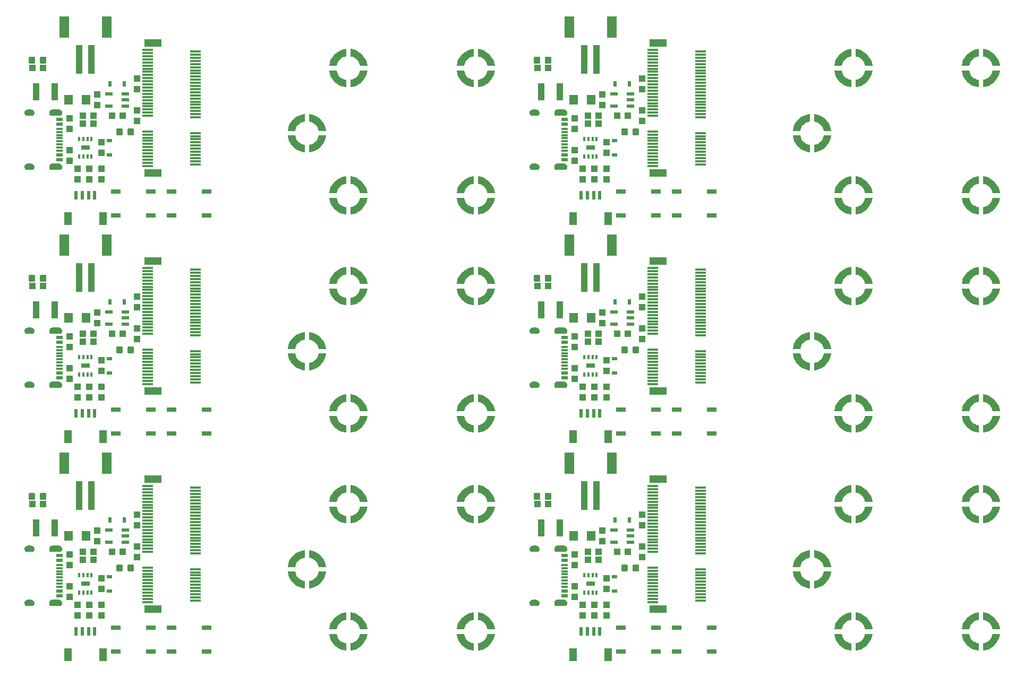
<source format=gtp>
G04 EAGLE Gerber RS-274X export*
G75*
%MOMM*%
%FSLAX34Y34*%
%LPD*%
%INSolderpaste Top*%
%IPPOS*%
%AMOC8*
5,1,8,0,0,1.08239X$1,22.5*%
G01*
%ADD10R,1.000000X0.300000*%
%ADD11R,1.000000X0.600000*%
%ADD12R,1.000000X1.100000*%
%ADD13R,1.524000X0.762000*%
%ADD14R,1.100000X1.000000*%
%ADD15C,0.300000*%
%ADD16R,2.750000X1.200000*%
%ADD17R,1.750000X0.300000*%
%ADD18R,1.200000X2.000000*%
%ADD19R,0.600000X1.350000*%
%ADD20R,1.000000X4.600000*%
%ADD21R,1.600000X3.400000*%
%ADD22R,1.375000X0.800000*%
%ADD23R,0.300000X0.650000*%
%ADD24R,1.400000X1.600000*%
%ADD25R,0.830000X0.630000*%
%ADD26R,1.000000X2.800000*%
%ADD27R,1.200000X0.550000*%
%ADD28R,0.630000X0.830000*%

G36*
X1321939Y368291D02*
X1321939Y368291D01*
X1321984Y368292D01*
X1322035Y368314D01*
X1322090Y368327D01*
X1322126Y368353D01*
X1322166Y368371D01*
X1322205Y368412D01*
X1322250Y368445D01*
X1322273Y368483D01*
X1322303Y368515D01*
X1322323Y368568D01*
X1322352Y368616D01*
X1322360Y368667D01*
X1322373Y368701D01*
X1322372Y368735D01*
X1322379Y368780D01*
X1322379Y379780D01*
X1322369Y379833D01*
X1322368Y379886D01*
X1322349Y379929D01*
X1322340Y379975D01*
X1322309Y380019D01*
X1322288Y380068D01*
X1322254Y380100D01*
X1322227Y380139D01*
X1322182Y380168D01*
X1322143Y380204D01*
X1322092Y380225D01*
X1322060Y380246D01*
X1322028Y380251D01*
X1321989Y380267D01*
X1319254Y380878D01*
X1316690Y381906D01*
X1314326Y383333D01*
X1312222Y385122D01*
X1310433Y387226D01*
X1309006Y389590D01*
X1307978Y392154D01*
X1307367Y394889D01*
X1307345Y394938D01*
X1307333Y394990D01*
X1307305Y395028D01*
X1307286Y395070D01*
X1307247Y395107D01*
X1307215Y395150D01*
X1307175Y395174D01*
X1307141Y395206D01*
X1307090Y395224D01*
X1307044Y395252D01*
X1306990Y395261D01*
X1306954Y395274D01*
X1306922Y395272D01*
X1306880Y395279D01*
X1295880Y395279D01*
X1295825Y395268D01*
X1295769Y395267D01*
X1295728Y395248D01*
X1295685Y395240D01*
X1295639Y395208D01*
X1295588Y395185D01*
X1295558Y395152D01*
X1295521Y395127D01*
X1295491Y395080D01*
X1295453Y395038D01*
X1295438Y394997D01*
X1295414Y394960D01*
X1295405Y394904D01*
X1295386Y394851D01*
X1295387Y394799D01*
X1295381Y394763D01*
X1295389Y394731D01*
X1295389Y394726D01*
X1295389Y394724D01*
X1295389Y394723D01*
X1295390Y394685D01*
X1296229Y390364D01*
X1296241Y390335D01*
X1296249Y390293D01*
X1297718Y386143D01*
X1297734Y386116D01*
X1297748Y386076D01*
X1299814Y382189D01*
X1299834Y382165D01*
X1299853Y382127D01*
X1302471Y378588D01*
X1302495Y378567D01*
X1302520Y378532D01*
X1305632Y375420D01*
X1305647Y375410D01*
X1305655Y375399D01*
X1305670Y375390D01*
X1305688Y375371D01*
X1309227Y372753D01*
X1309255Y372740D01*
X1309289Y372714D01*
X1313176Y370648D01*
X1313206Y370639D01*
X1313243Y370618D01*
X1317393Y369149D01*
X1317424Y369144D01*
X1317464Y369129D01*
X1321785Y368290D01*
X1321841Y368290D01*
X1321897Y368281D01*
X1321939Y368291D01*
G37*
G36*
X719959Y368291D02*
X719959Y368291D01*
X720004Y368292D01*
X720055Y368314D01*
X720110Y368327D01*
X720146Y368353D01*
X720186Y368371D01*
X720225Y368412D01*
X720270Y368445D01*
X720293Y368483D01*
X720323Y368515D01*
X720343Y368568D01*
X720372Y368616D01*
X720380Y368667D01*
X720393Y368701D01*
X720392Y368735D01*
X720399Y368780D01*
X720399Y379780D01*
X720389Y379833D01*
X720388Y379886D01*
X720369Y379929D01*
X720360Y379975D01*
X720329Y380019D01*
X720308Y380068D01*
X720274Y380100D01*
X720247Y380139D01*
X720202Y380168D01*
X720163Y380204D01*
X720112Y380225D01*
X720080Y380246D01*
X720048Y380251D01*
X720009Y380267D01*
X717274Y380878D01*
X714710Y381906D01*
X712346Y383333D01*
X710242Y385122D01*
X708453Y387226D01*
X707026Y389590D01*
X705998Y392154D01*
X705387Y394889D01*
X705365Y394938D01*
X705353Y394990D01*
X705325Y395028D01*
X705306Y395070D01*
X705267Y395107D01*
X705235Y395150D01*
X705195Y395174D01*
X705161Y395206D01*
X705110Y395224D01*
X705064Y395252D01*
X705010Y395261D01*
X704974Y395274D01*
X704942Y395272D01*
X704900Y395279D01*
X693900Y395279D01*
X693845Y395268D01*
X693789Y395267D01*
X693748Y395248D01*
X693705Y395240D01*
X693659Y395208D01*
X693608Y395185D01*
X693578Y395152D01*
X693541Y395127D01*
X693511Y395080D01*
X693473Y395038D01*
X693458Y394997D01*
X693434Y394960D01*
X693425Y394904D01*
X693406Y394851D01*
X693407Y394799D01*
X693401Y394763D01*
X693409Y394731D01*
X693409Y394726D01*
X693409Y394724D01*
X693409Y394723D01*
X693410Y394685D01*
X694249Y390364D01*
X694261Y390335D01*
X694269Y390293D01*
X695738Y386143D01*
X695754Y386116D01*
X695768Y386076D01*
X697834Y382189D01*
X697854Y382165D01*
X697873Y382127D01*
X700491Y378588D01*
X700515Y378567D01*
X700540Y378532D01*
X703652Y375420D01*
X703667Y375410D01*
X703675Y375399D01*
X703690Y375390D01*
X703708Y375371D01*
X707247Y372753D01*
X707275Y372740D01*
X707309Y372714D01*
X711196Y370648D01*
X711226Y370639D01*
X711263Y370618D01*
X715413Y369149D01*
X715444Y369144D01*
X715484Y369129D01*
X719805Y368290D01*
X719861Y368290D01*
X719917Y368281D01*
X719959Y368291D01*
G37*
G36*
X1255939Y119811D02*
X1255939Y119811D01*
X1255984Y119812D01*
X1256035Y119834D01*
X1256090Y119847D01*
X1256126Y119873D01*
X1256166Y119891D01*
X1256205Y119932D01*
X1256250Y119965D01*
X1256273Y120003D01*
X1256303Y120035D01*
X1256323Y120088D01*
X1256352Y120136D01*
X1256360Y120187D01*
X1256373Y120221D01*
X1256372Y120255D01*
X1256379Y120300D01*
X1256379Y131300D01*
X1256369Y131353D01*
X1256368Y131406D01*
X1256349Y131449D01*
X1256340Y131495D01*
X1256309Y131539D01*
X1256288Y131588D01*
X1256254Y131620D01*
X1256227Y131659D01*
X1256182Y131688D01*
X1256143Y131724D01*
X1256092Y131745D01*
X1256060Y131766D01*
X1256028Y131771D01*
X1255989Y131787D01*
X1253254Y132398D01*
X1250690Y133426D01*
X1248326Y134853D01*
X1246222Y136642D01*
X1244433Y138746D01*
X1243006Y141110D01*
X1241978Y143674D01*
X1241367Y146409D01*
X1241345Y146458D01*
X1241333Y146510D01*
X1241305Y146548D01*
X1241286Y146590D01*
X1241247Y146627D01*
X1241215Y146670D01*
X1241175Y146694D01*
X1241141Y146726D01*
X1241090Y146744D01*
X1241044Y146772D01*
X1240990Y146781D01*
X1240954Y146794D01*
X1240922Y146792D01*
X1240880Y146799D01*
X1229880Y146799D01*
X1229825Y146788D01*
X1229769Y146787D01*
X1229728Y146768D01*
X1229685Y146760D01*
X1229639Y146728D01*
X1229588Y146705D01*
X1229558Y146672D01*
X1229521Y146647D01*
X1229491Y146600D01*
X1229453Y146558D01*
X1229438Y146517D01*
X1229414Y146480D01*
X1229405Y146424D01*
X1229386Y146371D01*
X1229387Y146319D01*
X1229381Y146283D01*
X1229389Y146251D01*
X1229389Y146246D01*
X1229389Y146244D01*
X1229389Y146243D01*
X1229390Y146205D01*
X1230229Y141884D01*
X1230241Y141855D01*
X1230249Y141813D01*
X1231718Y137663D01*
X1231734Y137636D01*
X1231748Y137596D01*
X1233814Y133709D01*
X1233834Y133685D01*
X1233853Y133647D01*
X1236471Y130108D01*
X1236495Y130087D01*
X1236520Y130052D01*
X1239632Y126940D01*
X1239647Y126930D01*
X1239655Y126919D01*
X1239670Y126910D01*
X1239688Y126891D01*
X1243227Y124273D01*
X1243255Y124260D01*
X1243289Y124234D01*
X1247176Y122168D01*
X1247206Y122159D01*
X1247243Y122138D01*
X1251393Y120669D01*
X1251424Y120664D01*
X1251464Y120649D01*
X1255785Y119810D01*
X1255841Y119810D01*
X1255897Y119801D01*
X1255939Y119811D01*
G37*
G36*
X1321939Y223511D02*
X1321939Y223511D01*
X1321984Y223512D01*
X1322035Y223534D01*
X1322090Y223547D01*
X1322126Y223573D01*
X1322166Y223591D01*
X1322205Y223632D01*
X1322250Y223665D01*
X1322273Y223703D01*
X1322303Y223735D01*
X1322323Y223788D01*
X1322352Y223836D01*
X1322360Y223887D01*
X1322373Y223921D01*
X1322372Y223955D01*
X1322379Y224000D01*
X1322379Y235000D01*
X1322369Y235053D01*
X1322368Y235106D01*
X1322349Y235149D01*
X1322340Y235195D01*
X1322309Y235239D01*
X1322288Y235288D01*
X1322254Y235320D01*
X1322227Y235359D01*
X1322182Y235388D01*
X1322143Y235424D01*
X1322092Y235445D01*
X1322060Y235466D01*
X1322028Y235471D01*
X1321989Y235487D01*
X1319254Y236098D01*
X1316690Y237126D01*
X1314326Y238553D01*
X1312222Y240342D01*
X1310433Y242446D01*
X1309006Y244810D01*
X1307978Y247374D01*
X1307367Y250109D01*
X1307345Y250158D01*
X1307333Y250210D01*
X1307305Y250248D01*
X1307286Y250290D01*
X1307247Y250327D01*
X1307215Y250370D01*
X1307175Y250394D01*
X1307141Y250426D01*
X1307090Y250444D01*
X1307044Y250472D01*
X1306990Y250481D01*
X1306954Y250494D01*
X1306922Y250492D01*
X1306880Y250499D01*
X1295880Y250499D01*
X1295825Y250488D01*
X1295769Y250487D01*
X1295728Y250468D01*
X1295685Y250460D01*
X1295639Y250428D01*
X1295588Y250405D01*
X1295558Y250372D01*
X1295521Y250347D01*
X1295491Y250300D01*
X1295453Y250258D01*
X1295438Y250217D01*
X1295414Y250180D01*
X1295405Y250124D01*
X1295386Y250071D01*
X1295387Y250019D01*
X1295381Y249983D01*
X1295389Y249951D01*
X1295389Y249946D01*
X1295389Y249944D01*
X1295389Y249943D01*
X1295390Y249905D01*
X1296229Y245584D01*
X1296241Y245555D01*
X1296249Y245513D01*
X1297718Y241363D01*
X1297734Y241336D01*
X1297748Y241296D01*
X1299814Y237409D01*
X1299834Y237385D01*
X1299853Y237347D01*
X1302471Y233808D01*
X1302495Y233787D01*
X1302520Y233752D01*
X1305632Y230640D01*
X1305647Y230630D01*
X1305655Y230619D01*
X1305670Y230610D01*
X1305688Y230591D01*
X1309227Y227973D01*
X1309255Y227960D01*
X1309289Y227934D01*
X1313176Y225868D01*
X1313206Y225859D01*
X1313243Y225838D01*
X1317393Y224369D01*
X1317424Y224364D01*
X1317464Y224349D01*
X1321785Y223510D01*
X1321841Y223510D01*
X1321897Y223501D01*
X1321939Y223511D01*
G37*
G36*
X1321939Y716271D02*
X1321939Y716271D01*
X1321984Y716272D01*
X1322035Y716294D01*
X1322090Y716307D01*
X1322126Y716333D01*
X1322166Y716351D01*
X1322205Y716392D01*
X1322250Y716425D01*
X1322273Y716463D01*
X1322303Y716495D01*
X1322323Y716548D01*
X1322352Y716596D01*
X1322360Y716647D01*
X1322373Y716681D01*
X1322372Y716715D01*
X1322379Y716760D01*
X1322379Y727760D01*
X1322369Y727813D01*
X1322368Y727866D01*
X1322349Y727909D01*
X1322340Y727955D01*
X1322309Y727999D01*
X1322288Y728048D01*
X1322254Y728080D01*
X1322227Y728119D01*
X1322182Y728148D01*
X1322143Y728184D01*
X1322092Y728205D01*
X1322060Y728226D01*
X1322028Y728231D01*
X1321989Y728247D01*
X1319254Y728858D01*
X1316690Y729886D01*
X1314326Y731313D01*
X1312222Y733102D01*
X1310433Y735206D01*
X1309006Y737570D01*
X1307978Y740134D01*
X1307367Y742869D01*
X1307345Y742918D01*
X1307333Y742970D01*
X1307305Y743008D01*
X1307286Y743050D01*
X1307247Y743087D01*
X1307215Y743130D01*
X1307175Y743154D01*
X1307141Y743186D01*
X1307090Y743204D01*
X1307044Y743232D01*
X1306990Y743241D01*
X1306954Y743254D01*
X1306922Y743252D01*
X1306880Y743259D01*
X1295880Y743259D01*
X1295825Y743248D01*
X1295769Y743247D01*
X1295728Y743228D01*
X1295685Y743220D01*
X1295639Y743188D01*
X1295588Y743165D01*
X1295558Y743132D01*
X1295521Y743107D01*
X1295491Y743060D01*
X1295453Y743018D01*
X1295438Y742977D01*
X1295414Y742940D01*
X1295405Y742884D01*
X1295386Y742831D01*
X1295387Y742779D01*
X1295381Y742743D01*
X1295389Y742711D01*
X1295389Y742706D01*
X1295389Y742704D01*
X1295389Y742703D01*
X1295390Y742665D01*
X1296229Y738344D01*
X1296241Y738315D01*
X1296249Y738273D01*
X1297718Y734123D01*
X1297734Y734096D01*
X1297748Y734056D01*
X1299814Y730169D01*
X1299834Y730145D01*
X1299853Y730107D01*
X1302471Y726568D01*
X1302495Y726547D01*
X1302520Y726512D01*
X1305632Y723400D01*
X1305647Y723390D01*
X1305655Y723379D01*
X1305670Y723370D01*
X1305688Y723351D01*
X1309227Y720733D01*
X1309255Y720720D01*
X1309289Y720694D01*
X1313176Y718628D01*
X1313206Y718619D01*
X1313243Y718598D01*
X1317393Y717129D01*
X1317424Y717124D01*
X1317464Y717109D01*
X1321785Y716270D01*
X1321841Y716270D01*
X1321897Y716261D01*
X1321939Y716271D01*
G37*
G36*
X1525139Y223511D02*
X1525139Y223511D01*
X1525184Y223512D01*
X1525235Y223534D01*
X1525290Y223547D01*
X1525326Y223573D01*
X1525366Y223591D01*
X1525405Y223632D01*
X1525450Y223665D01*
X1525473Y223703D01*
X1525503Y223735D01*
X1525523Y223788D01*
X1525552Y223836D01*
X1525560Y223887D01*
X1525573Y223921D01*
X1525572Y223955D01*
X1525579Y224000D01*
X1525579Y235000D01*
X1525569Y235053D01*
X1525568Y235106D01*
X1525549Y235149D01*
X1525540Y235195D01*
X1525509Y235239D01*
X1525488Y235288D01*
X1525454Y235320D01*
X1525427Y235359D01*
X1525382Y235388D01*
X1525343Y235424D01*
X1525292Y235445D01*
X1525260Y235466D01*
X1525228Y235471D01*
X1525189Y235487D01*
X1522454Y236098D01*
X1519890Y237126D01*
X1517526Y238553D01*
X1515422Y240342D01*
X1513633Y242446D01*
X1512206Y244810D01*
X1511178Y247374D01*
X1510567Y250109D01*
X1510545Y250158D01*
X1510533Y250210D01*
X1510505Y250248D01*
X1510486Y250290D01*
X1510447Y250327D01*
X1510415Y250370D01*
X1510375Y250394D01*
X1510341Y250426D01*
X1510290Y250444D01*
X1510244Y250472D01*
X1510190Y250481D01*
X1510154Y250494D01*
X1510122Y250492D01*
X1510080Y250499D01*
X1499080Y250499D01*
X1499025Y250488D01*
X1498969Y250487D01*
X1498928Y250468D01*
X1498885Y250460D01*
X1498839Y250428D01*
X1498788Y250405D01*
X1498758Y250372D01*
X1498721Y250347D01*
X1498691Y250300D01*
X1498653Y250258D01*
X1498638Y250217D01*
X1498614Y250180D01*
X1498605Y250124D01*
X1498586Y250071D01*
X1498587Y250019D01*
X1498581Y249983D01*
X1498589Y249951D01*
X1498589Y249946D01*
X1498589Y249944D01*
X1498589Y249943D01*
X1498590Y249905D01*
X1499429Y245584D01*
X1499441Y245555D01*
X1499449Y245513D01*
X1500918Y241363D01*
X1500934Y241336D01*
X1500948Y241296D01*
X1503014Y237409D01*
X1503034Y237385D01*
X1503053Y237347D01*
X1505671Y233808D01*
X1505695Y233787D01*
X1505720Y233752D01*
X1508832Y230640D01*
X1508847Y230630D01*
X1508855Y230619D01*
X1508870Y230610D01*
X1508888Y230591D01*
X1512427Y227973D01*
X1512455Y227960D01*
X1512489Y227934D01*
X1516376Y225868D01*
X1516406Y225859D01*
X1516443Y225838D01*
X1520593Y224369D01*
X1520624Y224364D01*
X1520664Y224349D01*
X1524985Y223510D01*
X1525041Y223510D01*
X1525097Y223501D01*
X1525139Y223511D01*
G37*
G36*
X516759Y20311D02*
X516759Y20311D01*
X516804Y20312D01*
X516855Y20334D01*
X516910Y20347D01*
X516946Y20373D01*
X516986Y20391D01*
X517025Y20432D01*
X517070Y20465D01*
X517093Y20503D01*
X517123Y20535D01*
X517143Y20588D01*
X517172Y20636D01*
X517180Y20687D01*
X517193Y20721D01*
X517192Y20755D01*
X517199Y20800D01*
X517199Y31800D01*
X517189Y31853D01*
X517188Y31906D01*
X517169Y31949D01*
X517160Y31995D01*
X517129Y32039D01*
X517108Y32088D01*
X517074Y32120D01*
X517047Y32159D01*
X517002Y32188D01*
X516963Y32224D01*
X516912Y32245D01*
X516880Y32266D01*
X516848Y32271D01*
X516809Y32287D01*
X514074Y32898D01*
X511510Y33926D01*
X509146Y35353D01*
X507042Y37142D01*
X505253Y39246D01*
X503826Y41610D01*
X502798Y44174D01*
X502187Y46909D01*
X502165Y46958D01*
X502153Y47010D01*
X502125Y47048D01*
X502106Y47090D01*
X502067Y47127D01*
X502035Y47170D01*
X501995Y47194D01*
X501961Y47226D01*
X501910Y47244D01*
X501864Y47272D01*
X501810Y47281D01*
X501774Y47294D01*
X501742Y47292D01*
X501700Y47299D01*
X490700Y47299D01*
X490645Y47288D01*
X490589Y47287D01*
X490548Y47268D01*
X490505Y47260D01*
X490459Y47228D01*
X490408Y47205D01*
X490378Y47172D01*
X490341Y47147D01*
X490311Y47100D01*
X490273Y47058D01*
X490258Y47017D01*
X490234Y46980D01*
X490225Y46924D01*
X490206Y46871D01*
X490207Y46819D01*
X490201Y46783D01*
X490209Y46751D01*
X490209Y46746D01*
X490209Y46744D01*
X490209Y46743D01*
X490210Y46705D01*
X491049Y42384D01*
X491061Y42355D01*
X491069Y42313D01*
X492538Y38163D01*
X492554Y38136D01*
X492568Y38096D01*
X494634Y34209D01*
X494654Y34185D01*
X494673Y34147D01*
X497291Y30608D01*
X497315Y30587D01*
X497340Y30552D01*
X500452Y27440D01*
X500467Y27430D01*
X500475Y27419D01*
X500490Y27410D01*
X500508Y27391D01*
X504047Y24773D01*
X504075Y24760D01*
X504109Y24734D01*
X507996Y22668D01*
X508026Y22659D01*
X508063Y22638D01*
X512213Y21169D01*
X512244Y21164D01*
X512284Y21149D01*
X516605Y20310D01*
X516661Y20310D01*
X516717Y20301D01*
X516759Y20311D01*
G37*
G36*
X516759Y223511D02*
X516759Y223511D01*
X516804Y223512D01*
X516855Y223534D01*
X516910Y223547D01*
X516946Y223573D01*
X516986Y223591D01*
X517025Y223632D01*
X517070Y223665D01*
X517093Y223703D01*
X517123Y223735D01*
X517143Y223788D01*
X517172Y223836D01*
X517180Y223887D01*
X517193Y223921D01*
X517192Y223955D01*
X517199Y224000D01*
X517199Y235000D01*
X517189Y235053D01*
X517188Y235106D01*
X517169Y235149D01*
X517160Y235195D01*
X517129Y235239D01*
X517108Y235288D01*
X517074Y235320D01*
X517047Y235359D01*
X517002Y235388D01*
X516963Y235424D01*
X516912Y235445D01*
X516880Y235466D01*
X516848Y235471D01*
X516809Y235487D01*
X514074Y236098D01*
X511510Y237126D01*
X509146Y238553D01*
X507042Y240342D01*
X505253Y242446D01*
X503826Y244810D01*
X502798Y247374D01*
X502187Y250109D01*
X502165Y250158D01*
X502153Y250210D01*
X502125Y250248D01*
X502106Y250290D01*
X502067Y250327D01*
X502035Y250370D01*
X501995Y250394D01*
X501961Y250426D01*
X501910Y250444D01*
X501864Y250472D01*
X501810Y250481D01*
X501774Y250494D01*
X501742Y250492D01*
X501700Y250499D01*
X490700Y250499D01*
X490645Y250488D01*
X490589Y250487D01*
X490548Y250468D01*
X490505Y250460D01*
X490459Y250428D01*
X490408Y250405D01*
X490378Y250372D01*
X490341Y250347D01*
X490311Y250300D01*
X490273Y250258D01*
X490258Y250217D01*
X490234Y250180D01*
X490225Y250124D01*
X490206Y250071D01*
X490207Y250019D01*
X490201Y249983D01*
X490209Y249951D01*
X490209Y249946D01*
X490209Y249944D01*
X490209Y249943D01*
X490210Y249905D01*
X491049Y245584D01*
X491061Y245555D01*
X491069Y245513D01*
X492538Y241363D01*
X492554Y241336D01*
X492568Y241296D01*
X494634Y237409D01*
X494654Y237385D01*
X494673Y237347D01*
X497291Y233808D01*
X497315Y233787D01*
X497340Y233752D01*
X500452Y230640D01*
X500467Y230630D01*
X500475Y230619D01*
X500490Y230610D01*
X500508Y230591D01*
X504047Y227973D01*
X504075Y227960D01*
X504109Y227934D01*
X507996Y225868D01*
X508026Y225859D01*
X508063Y225838D01*
X512213Y224369D01*
X512244Y224364D01*
X512284Y224349D01*
X516605Y223510D01*
X516661Y223510D01*
X516717Y223501D01*
X516759Y223511D01*
G37*
G36*
X719959Y919471D02*
X719959Y919471D01*
X720004Y919472D01*
X720055Y919494D01*
X720110Y919507D01*
X720146Y919533D01*
X720186Y919551D01*
X720225Y919592D01*
X720270Y919625D01*
X720293Y919663D01*
X720323Y919695D01*
X720343Y919748D01*
X720372Y919796D01*
X720380Y919847D01*
X720393Y919881D01*
X720392Y919915D01*
X720399Y919960D01*
X720399Y930960D01*
X720389Y931013D01*
X720388Y931066D01*
X720369Y931109D01*
X720360Y931155D01*
X720329Y931199D01*
X720308Y931248D01*
X720274Y931280D01*
X720247Y931319D01*
X720202Y931348D01*
X720163Y931384D01*
X720112Y931405D01*
X720080Y931426D01*
X720048Y931431D01*
X720009Y931447D01*
X717274Y932058D01*
X714710Y933086D01*
X712346Y934513D01*
X710242Y936302D01*
X708453Y938406D01*
X707026Y940770D01*
X705998Y943334D01*
X705387Y946069D01*
X705365Y946118D01*
X705353Y946170D01*
X705325Y946208D01*
X705306Y946250D01*
X705267Y946287D01*
X705235Y946330D01*
X705195Y946354D01*
X705161Y946386D01*
X705110Y946404D01*
X705064Y946432D01*
X705010Y946441D01*
X704974Y946454D01*
X704942Y946452D01*
X704900Y946459D01*
X693900Y946459D01*
X693845Y946448D01*
X693789Y946447D01*
X693748Y946428D01*
X693705Y946420D01*
X693659Y946388D01*
X693608Y946365D01*
X693578Y946332D01*
X693541Y946307D01*
X693511Y946260D01*
X693473Y946218D01*
X693458Y946177D01*
X693434Y946140D01*
X693425Y946084D01*
X693406Y946031D01*
X693407Y945979D01*
X693401Y945943D01*
X693409Y945911D01*
X693409Y945906D01*
X693409Y945904D01*
X693409Y945903D01*
X693410Y945865D01*
X694249Y941544D01*
X694261Y941515D01*
X694269Y941473D01*
X695738Y937323D01*
X695754Y937296D01*
X695768Y937256D01*
X697834Y933369D01*
X697854Y933345D01*
X697873Y933307D01*
X700491Y929768D01*
X700515Y929747D01*
X700540Y929712D01*
X703652Y926600D01*
X703667Y926590D01*
X703675Y926579D01*
X703690Y926570D01*
X703708Y926551D01*
X707247Y923933D01*
X707275Y923920D01*
X707309Y923894D01*
X711196Y921828D01*
X711226Y921819D01*
X711263Y921798D01*
X715413Y920329D01*
X715444Y920324D01*
X715484Y920309D01*
X719805Y919470D01*
X719861Y919470D01*
X719917Y919461D01*
X719959Y919471D01*
G37*
G36*
X1525139Y919471D02*
X1525139Y919471D01*
X1525184Y919472D01*
X1525235Y919494D01*
X1525290Y919507D01*
X1525326Y919533D01*
X1525366Y919551D01*
X1525405Y919592D01*
X1525450Y919625D01*
X1525473Y919663D01*
X1525503Y919695D01*
X1525523Y919748D01*
X1525552Y919796D01*
X1525560Y919847D01*
X1525573Y919881D01*
X1525572Y919915D01*
X1525579Y919960D01*
X1525579Y930960D01*
X1525569Y931013D01*
X1525568Y931066D01*
X1525549Y931109D01*
X1525540Y931155D01*
X1525509Y931199D01*
X1525488Y931248D01*
X1525454Y931280D01*
X1525427Y931319D01*
X1525382Y931348D01*
X1525343Y931384D01*
X1525292Y931405D01*
X1525260Y931426D01*
X1525228Y931431D01*
X1525189Y931447D01*
X1522454Y932058D01*
X1519890Y933086D01*
X1517526Y934513D01*
X1515422Y936302D01*
X1513633Y938406D01*
X1512206Y940770D01*
X1511178Y943334D01*
X1510567Y946069D01*
X1510545Y946118D01*
X1510533Y946170D01*
X1510505Y946208D01*
X1510486Y946250D01*
X1510447Y946287D01*
X1510415Y946330D01*
X1510375Y946354D01*
X1510341Y946386D01*
X1510290Y946404D01*
X1510244Y946432D01*
X1510190Y946441D01*
X1510154Y946454D01*
X1510122Y946452D01*
X1510080Y946459D01*
X1499080Y946459D01*
X1499025Y946448D01*
X1498969Y946447D01*
X1498928Y946428D01*
X1498885Y946420D01*
X1498839Y946388D01*
X1498788Y946365D01*
X1498758Y946332D01*
X1498721Y946307D01*
X1498691Y946260D01*
X1498653Y946218D01*
X1498638Y946177D01*
X1498614Y946140D01*
X1498605Y946084D01*
X1498586Y946031D01*
X1498587Y945979D01*
X1498581Y945943D01*
X1498589Y945911D01*
X1498589Y945906D01*
X1498589Y945904D01*
X1498589Y945903D01*
X1498590Y945865D01*
X1499429Y941544D01*
X1499441Y941515D01*
X1499449Y941473D01*
X1500918Y937323D01*
X1500934Y937296D01*
X1500948Y937256D01*
X1503014Y933369D01*
X1503034Y933345D01*
X1503053Y933307D01*
X1505671Y929768D01*
X1505695Y929747D01*
X1505720Y929712D01*
X1508832Y926600D01*
X1508847Y926590D01*
X1508855Y926579D01*
X1508870Y926570D01*
X1508888Y926551D01*
X1512427Y923933D01*
X1512455Y923920D01*
X1512489Y923894D01*
X1516376Y921828D01*
X1516406Y921819D01*
X1516443Y921798D01*
X1520593Y920329D01*
X1520624Y920324D01*
X1520664Y920309D01*
X1524985Y919470D01*
X1525041Y919470D01*
X1525097Y919461D01*
X1525139Y919471D01*
G37*
G36*
X719959Y571491D02*
X719959Y571491D01*
X720004Y571492D01*
X720055Y571514D01*
X720110Y571527D01*
X720146Y571553D01*
X720186Y571571D01*
X720225Y571612D01*
X720270Y571645D01*
X720293Y571683D01*
X720323Y571715D01*
X720343Y571768D01*
X720372Y571816D01*
X720380Y571867D01*
X720393Y571901D01*
X720392Y571935D01*
X720399Y571980D01*
X720399Y582980D01*
X720389Y583033D01*
X720388Y583086D01*
X720369Y583129D01*
X720360Y583175D01*
X720329Y583219D01*
X720308Y583268D01*
X720274Y583300D01*
X720247Y583339D01*
X720202Y583368D01*
X720163Y583404D01*
X720112Y583425D01*
X720080Y583446D01*
X720048Y583451D01*
X720009Y583467D01*
X717274Y584078D01*
X714710Y585106D01*
X712346Y586533D01*
X710242Y588322D01*
X708453Y590426D01*
X707026Y592790D01*
X705998Y595354D01*
X705387Y598089D01*
X705365Y598138D01*
X705353Y598190D01*
X705325Y598228D01*
X705306Y598270D01*
X705267Y598307D01*
X705235Y598350D01*
X705195Y598374D01*
X705161Y598406D01*
X705110Y598424D01*
X705064Y598452D01*
X705010Y598461D01*
X704974Y598474D01*
X704942Y598472D01*
X704900Y598479D01*
X693900Y598479D01*
X693845Y598468D01*
X693789Y598467D01*
X693748Y598448D01*
X693705Y598440D01*
X693659Y598408D01*
X693608Y598385D01*
X693578Y598352D01*
X693541Y598327D01*
X693511Y598280D01*
X693473Y598238D01*
X693458Y598197D01*
X693434Y598160D01*
X693425Y598104D01*
X693406Y598051D01*
X693407Y597999D01*
X693401Y597963D01*
X693409Y597931D01*
X693409Y597926D01*
X693409Y597924D01*
X693409Y597923D01*
X693410Y597885D01*
X694249Y593564D01*
X694261Y593535D01*
X694269Y593493D01*
X695738Y589343D01*
X695754Y589316D01*
X695768Y589276D01*
X697834Y585389D01*
X697854Y585365D01*
X697873Y585327D01*
X700491Y581788D01*
X700515Y581767D01*
X700540Y581732D01*
X703652Y578620D01*
X703667Y578610D01*
X703675Y578599D01*
X703690Y578590D01*
X703708Y578571D01*
X707247Y575953D01*
X707275Y575940D01*
X707309Y575914D01*
X711196Y573848D01*
X711226Y573839D01*
X711263Y573818D01*
X715413Y572349D01*
X715444Y572344D01*
X715484Y572329D01*
X719805Y571490D01*
X719861Y571490D01*
X719917Y571481D01*
X719959Y571491D01*
G37*
G36*
X516759Y571491D02*
X516759Y571491D01*
X516804Y571492D01*
X516855Y571514D01*
X516910Y571527D01*
X516946Y571553D01*
X516986Y571571D01*
X517025Y571612D01*
X517070Y571645D01*
X517093Y571683D01*
X517123Y571715D01*
X517143Y571768D01*
X517172Y571816D01*
X517180Y571867D01*
X517193Y571901D01*
X517192Y571935D01*
X517199Y571980D01*
X517199Y582980D01*
X517189Y583033D01*
X517188Y583086D01*
X517169Y583129D01*
X517160Y583175D01*
X517129Y583219D01*
X517108Y583268D01*
X517074Y583300D01*
X517047Y583339D01*
X517002Y583368D01*
X516963Y583404D01*
X516912Y583425D01*
X516880Y583446D01*
X516848Y583451D01*
X516809Y583467D01*
X514074Y584078D01*
X511510Y585106D01*
X509146Y586533D01*
X507042Y588322D01*
X505253Y590426D01*
X503826Y592790D01*
X502798Y595354D01*
X502187Y598089D01*
X502165Y598138D01*
X502153Y598190D01*
X502125Y598228D01*
X502106Y598270D01*
X502067Y598307D01*
X502035Y598350D01*
X501995Y598374D01*
X501961Y598406D01*
X501910Y598424D01*
X501864Y598452D01*
X501810Y598461D01*
X501774Y598474D01*
X501742Y598472D01*
X501700Y598479D01*
X490700Y598479D01*
X490645Y598468D01*
X490589Y598467D01*
X490548Y598448D01*
X490505Y598440D01*
X490459Y598408D01*
X490408Y598385D01*
X490378Y598352D01*
X490341Y598327D01*
X490311Y598280D01*
X490273Y598238D01*
X490258Y598197D01*
X490234Y598160D01*
X490225Y598104D01*
X490206Y598051D01*
X490207Y597999D01*
X490201Y597963D01*
X490209Y597931D01*
X490209Y597926D01*
X490209Y597924D01*
X490209Y597923D01*
X490210Y597885D01*
X491049Y593564D01*
X491061Y593535D01*
X491069Y593493D01*
X492538Y589343D01*
X492554Y589316D01*
X492568Y589276D01*
X494634Y585389D01*
X494654Y585365D01*
X494673Y585327D01*
X497291Y581788D01*
X497315Y581767D01*
X497340Y581732D01*
X500452Y578620D01*
X500467Y578610D01*
X500475Y578599D01*
X500490Y578590D01*
X500508Y578571D01*
X504047Y575953D01*
X504075Y575940D01*
X504109Y575914D01*
X507996Y573848D01*
X508026Y573839D01*
X508063Y573818D01*
X512213Y572349D01*
X512244Y572344D01*
X512284Y572329D01*
X516605Y571490D01*
X516661Y571490D01*
X516717Y571481D01*
X516759Y571491D01*
G37*
G36*
X516759Y919471D02*
X516759Y919471D01*
X516804Y919472D01*
X516855Y919494D01*
X516910Y919507D01*
X516946Y919533D01*
X516986Y919551D01*
X517025Y919592D01*
X517070Y919625D01*
X517093Y919663D01*
X517123Y919695D01*
X517143Y919748D01*
X517172Y919796D01*
X517180Y919847D01*
X517193Y919881D01*
X517192Y919915D01*
X517199Y919960D01*
X517199Y930960D01*
X517189Y931013D01*
X517188Y931066D01*
X517169Y931109D01*
X517160Y931155D01*
X517129Y931199D01*
X517108Y931248D01*
X517074Y931280D01*
X517047Y931319D01*
X517002Y931348D01*
X516963Y931384D01*
X516912Y931405D01*
X516880Y931426D01*
X516848Y931431D01*
X516809Y931447D01*
X514074Y932058D01*
X511510Y933086D01*
X509146Y934513D01*
X507042Y936302D01*
X505253Y938406D01*
X503826Y940770D01*
X502798Y943334D01*
X502187Y946069D01*
X502165Y946118D01*
X502153Y946170D01*
X502125Y946208D01*
X502106Y946250D01*
X502067Y946287D01*
X502035Y946330D01*
X501995Y946354D01*
X501961Y946386D01*
X501910Y946404D01*
X501864Y946432D01*
X501810Y946441D01*
X501774Y946454D01*
X501742Y946452D01*
X501700Y946459D01*
X490700Y946459D01*
X490645Y946448D01*
X490589Y946447D01*
X490548Y946428D01*
X490505Y946420D01*
X490459Y946388D01*
X490408Y946365D01*
X490378Y946332D01*
X490341Y946307D01*
X490311Y946260D01*
X490273Y946218D01*
X490258Y946177D01*
X490234Y946140D01*
X490225Y946084D01*
X490206Y946031D01*
X490207Y945979D01*
X490201Y945943D01*
X490209Y945911D01*
X490209Y945906D01*
X490209Y945904D01*
X490209Y945903D01*
X490210Y945865D01*
X491049Y941544D01*
X491061Y941515D01*
X491069Y941473D01*
X492538Y937323D01*
X492554Y937296D01*
X492568Y937256D01*
X494634Y933369D01*
X494654Y933345D01*
X494673Y933307D01*
X497291Y929768D01*
X497315Y929747D01*
X497340Y929712D01*
X500452Y926600D01*
X500467Y926590D01*
X500475Y926579D01*
X500490Y926570D01*
X500508Y926551D01*
X504047Y923933D01*
X504075Y923920D01*
X504109Y923894D01*
X507996Y921828D01*
X508026Y921819D01*
X508063Y921798D01*
X512213Y920329D01*
X512244Y920324D01*
X512284Y920309D01*
X516605Y919470D01*
X516661Y919470D01*
X516717Y919461D01*
X516759Y919471D01*
G37*
G36*
X719959Y223511D02*
X719959Y223511D01*
X720004Y223512D01*
X720055Y223534D01*
X720110Y223547D01*
X720146Y223573D01*
X720186Y223591D01*
X720225Y223632D01*
X720270Y223665D01*
X720293Y223703D01*
X720323Y223735D01*
X720343Y223788D01*
X720372Y223836D01*
X720380Y223887D01*
X720393Y223921D01*
X720392Y223955D01*
X720399Y224000D01*
X720399Y235000D01*
X720389Y235053D01*
X720388Y235106D01*
X720369Y235149D01*
X720360Y235195D01*
X720329Y235239D01*
X720308Y235288D01*
X720274Y235320D01*
X720247Y235359D01*
X720202Y235388D01*
X720163Y235424D01*
X720112Y235445D01*
X720080Y235466D01*
X720048Y235471D01*
X720009Y235487D01*
X717274Y236098D01*
X714710Y237126D01*
X712346Y238553D01*
X710242Y240342D01*
X708453Y242446D01*
X707026Y244810D01*
X705998Y247374D01*
X705387Y250109D01*
X705365Y250158D01*
X705353Y250210D01*
X705325Y250248D01*
X705306Y250290D01*
X705267Y250327D01*
X705235Y250370D01*
X705195Y250394D01*
X705161Y250426D01*
X705110Y250444D01*
X705064Y250472D01*
X705010Y250481D01*
X704974Y250494D01*
X704942Y250492D01*
X704900Y250499D01*
X693900Y250499D01*
X693845Y250488D01*
X693789Y250487D01*
X693748Y250468D01*
X693705Y250460D01*
X693659Y250428D01*
X693608Y250405D01*
X693578Y250372D01*
X693541Y250347D01*
X693511Y250300D01*
X693473Y250258D01*
X693458Y250217D01*
X693434Y250180D01*
X693425Y250124D01*
X693406Y250071D01*
X693407Y250019D01*
X693401Y249983D01*
X693409Y249951D01*
X693409Y249946D01*
X693409Y249944D01*
X693409Y249943D01*
X693410Y249905D01*
X694249Y245584D01*
X694261Y245555D01*
X694269Y245513D01*
X695738Y241363D01*
X695754Y241336D01*
X695768Y241296D01*
X697834Y237409D01*
X697854Y237385D01*
X697873Y237347D01*
X700491Y233808D01*
X700515Y233787D01*
X700540Y233752D01*
X703652Y230640D01*
X703667Y230630D01*
X703675Y230619D01*
X703690Y230610D01*
X703708Y230591D01*
X707247Y227973D01*
X707275Y227960D01*
X707309Y227934D01*
X711196Y225868D01*
X711226Y225859D01*
X711263Y225838D01*
X715413Y224369D01*
X715444Y224364D01*
X715484Y224349D01*
X719805Y223510D01*
X719861Y223510D01*
X719917Y223501D01*
X719959Y223511D01*
G37*
G36*
X1525139Y571491D02*
X1525139Y571491D01*
X1525184Y571492D01*
X1525235Y571514D01*
X1525290Y571527D01*
X1525326Y571553D01*
X1525366Y571571D01*
X1525405Y571612D01*
X1525450Y571645D01*
X1525473Y571683D01*
X1525503Y571715D01*
X1525523Y571768D01*
X1525552Y571816D01*
X1525560Y571867D01*
X1525573Y571901D01*
X1525572Y571935D01*
X1525579Y571980D01*
X1525579Y582980D01*
X1525569Y583033D01*
X1525568Y583086D01*
X1525549Y583129D01*
X1525540Y583175D01*
X1525509Y583219D01*
X1525488Y583268D01*
X1525454Y583300D01*
X1525427Y583339D01*
X1525382Y583368D01*
X1525343Y583404D01*
X1525292Y583425D01*
X1525260Y583446D01*
X1525228Y583451D01*
X1525189Y583467D01*
X1522454Y584078D01*
X1519890Y585106D01*
X1517526Y586533D01*
X1515422Y588322D01*
X1513633Y590426D01*
X1512206Y592790D01*
X1511178Y595354D01*
X1510567Y598089D01*
X1510545Y598138D01*
X1510533Y598190D01*
X1510505Y598228D01*
X1510486Y598270D01*
X1510447Y598307D01*
X1510415Y598350D01*
X1510375Y598374D01*
X1510341Y598406D01*
X1510290Y598424D01*
X1510244Y598452D01*
X1510190Y598461D01*
X1510154Y598474D01*
X1510122Y598472D01*
X1510080Y598479D01*
X1499080Y598479D01*
X1499025Y598468D01*
X1498969Y598467D01*
X1498928Y598448D01*
X1498885Y598440D01*
X1498839Y598408D01*
X1498788Y598385D01*
X1498758Y598352D01*
X1498721Y598327D01*
X1498691Y598280D01*
X1498653Y598238D01*
X1498638Y598197D01*
X1498614Y598160D01*
X1498605Y598104D01*
X1498586Y598051D01*
X1498587Y597999D01*
X1498581Y597963D01*
X1498589Y597931D01*
X1498589Y597926D01*
X1498589Y597924D01*
X1498589Y597923D01*
X1498590Y597885D01*
X1499429Y593564D01*
X1499441Y593535D01*
X1499449Y593493D01*
X1500918Y589343D01*
X1500934Y589316D01*
X1500948Y589276D01*
X1503014Y585389D01*
X1503034Y585365D01*
X1503053Y585327D01*
X1505671Y581788D01*
X1505695Y581767D01*
X1505720Y581732D01*
X1508832Y578620D01*
X1508847Y578610D01*
X1508855Y578599D01*
X1508870Y578590D01*
X1508888Y578571D01*
X1512427Y575953D01*
X1512455Y575940D01*
X1512489Y575914D01*
X1516376Y573848D01*
X1516406Y573839D01*
X1516443Y573818D01*
X1520593Y572349D01*
X1520624Y572344D01*
X1520664Y572329D01*
X1524985Y571490D01*
X1525041Y571490D01*
X1525097Y571481D01*
X1525139Y571491D01*
G37*
G36*
X1321939Y919471D02*
X1321939Y919471D01*
X1321984Y919472D01*
X1322035Y919494D01*
X1322090Y919507D01*
X1322126Y919533D01*
X1322166Y919551D01*
X1322205Y919592D01*
X1322250Y919625D01*
X1322273Y919663D01*
X1322303Y919695D01*
X1322323Y919748D01*
X1322352Y919796D01*
X1322360Y919847D01*
X1322373Y919881D01*
X1322372Y919915D01*
X1322379Y919960D01*
X1322379Y930960D01*
X1322369Y931013D01*
X1322368Y931066D01*
X1322349Y931109D01*
X1322340Y931155D01*
X1322309Y931199D01*
X1322288Y931248D01*
X1322254Y931280D01*
X1322227Y931319D01*
X1322182Y931348D01*
X1322143Y931384D01*
X1322092Y931405D01*
X1322060Y931426D01*
X1322028Y931431D01*
X1321989Y931447D01*
X1319254Y932058D01*
X1316690Y933086D01*
X1314326Y934513D01*
X1312222Y936302D01*
X1310433Y938406D01*
X1309006Y940770D01*
X1307978Y943334D01*
X1307367Y946069D01*
X1307345Y946118D01*
X1307333Y946170D01*
X1307305Y946208D01*
X1307286Y946250D01*
X1307247Y946287D01*
X1307215Y946330D01*
X1307175Y946354D01*
X1307141Y946386D01*
X1307090Y946404D01*
X1307044Y946432D01*
X1306990Y946441D01*
X1306954Y946454D01*
X1306922Y946452D01*
X1306880Y946459D01*
X1295880Y946459D01*
X1295825Y946448D01*
X1295769Y946447D01*
X1295728Y946428D01*
X1295685Y946420D01*
X1295639Y946388D01*
X1295588Y946365D01*
X1295558Y946332D01*
X1295521Y946307D01*
X1295491Y946260D01*
X1295453Y946218D01*
X1295438Y946177D01*
X1295414Y946140D01*
X1295405Y946084D01*
X1295386Y946031D01*
X1295387Y945979D01*
X1295381Y945943D01*
X1295389Y945911D01*
X1295389Y945906D01*
X1295389Y945904D01*
X1295389Y945903D01*
X1295390Y945865D01*
X1296229Y941544D01*
X1296241Y941515D01*
X1296249Y941473D01*
X1297718Y937323D01*
X1297734Y937296D01*
X1297748Y937256D01*
X1299814Y933369D01*
X1299834Y933345D01*
X1299853Y933307D01*
X1302471Y929768D01*
X1302495Y929747D01*
X1302520Y929712D01*
X1305632Y926600D01*
X1305647Y926590D01*
X1305655Y926579D01*
X1305670Y926570D01*
X1305688Y926551D01*
X1309227Y923933D01*
X1309255Y923920D01*
X1309289Y923894D01*
X1313176Y921828D01*
X1313206Y921819D01*
X1313243Y921798D01*
X1317393Y920329D01*
X1317424Y920324D01*
X1317464Y920309D01*
X1321785Y919470D01*
X1321841Y919470D01*
X1321897Y919461D01*
X1321939Y919471D01*
G37*
G36*
X1525139Y368291D02*
X1525139Y368291D01*
X1525184Y368292D01*
X1525235Y368314D01*
X1525290Y368327D01*
X1525326Y368353D01*
X1525366Y368371D01*
X1525405Y368412D01*
X1525450Y368445D01*
X1525473Y368483D01*
X1525503Y368515D01*
X1525523Y368568D01*
X1525552Y368616D01*
X1525560Y368667D01*
X1525573Y368701D01*
X1525572Y368735D01*
X1525579Y368780D01*
X1525579Y379780D01*
X1525569Y379833D01*
X1525568Y379886D01*
X1525549Y379929D01*
X1525540Y379975D01*
X1525509Y380019D01*
X1525488Y380068D01*
X1525454Y380100D01*
X1525427Y380139D01*
X1525382Y380168D01*
X1525343Y380204D01*
X1525292Y380225D01*
X1525260Y380246D01*
X1525228Y380251D01*
X1525189Y380267D01*
X1522454Y380878D01*
X1519890Y381906D01*
X1517526Y383333D01*
X1515422Y385122D01*
X1513633Y387226D01*
X1512206Y389590D01*
X1511178Y392154D01*
X1510567Y394889D01*
X1510545Y394938D01*
X1510533Y394990D01*
X1510505Y395028D01*
X1510486Y395070D01*
X1510447Y395107D01*
X1510415Y395150D01*
X1510375Y395174D01*
X1510341Y395206D01*
X1510290Y395224D01*
X1510244Y395252D01*
X1510190Y395261D01*
X1510154Y395274D01*
X1510122Y395272D01*
X1510080Y395279D01*
X1499080Y395279D01*
X1499025Y395268D01*
X1498969Y395267D01*
X1498928Y395248D01*
X1498885Y395240D01*
X1498839Y395208D01*
X1498788Y395185D01*
X1498758Y395152D01*
X1498721Y395127D01*
X1498691Y395080D01*
X1498653Y395038D01*
X1498638Y394997D01*
X1498614Y394960D01*
X1498605Y394904D01*
X1498586Y394851D01*
X1498587Y394799D01*
X1498581Y394763D01*
X1498589Y394731D01*
X1498589Y394726D01*
X1498589Y394724D01*
X1498589Y394723D01*
X1498590Y394685D01*
X1499429Y390364D01*
X1499441Y390335D01*
X1499449Y390293D01*
X1500918Y386143D01*
X1500934Y386116D01*
X1500948Y386076D01*
X1503014Y382189D01*
X1503034Y382165D01*
X1503053Y382127D01*
X1505671Y378588D01*
X1505695Y378567D01*
X1505720Y378532D01*
X1508832Y375420D01*
X1508847Y375410D01*
X1508855Y375399D01*
X1508870Y375390D01*
X1508888Y375371D01*
X1512427Y372753D01*
X1512455Y372740D01*
X1512489Y372714D01*
X1516376Y370648D01*
X1516406Y370639D01*
X1516443Y370618D01*
X1520593Y369149D01*
X1520624Y369144D01*
X1520664Y369129D01*
X1524985Y368290D01*
X1525041Y368290D01*
X1525097Y368281D01*
X1525139Y368291D01*
G37*
G36*
X516759Y368291D02*
X516759Y368291D01*
X516804Y368292D01*
X516855Y368314D01*
X516910Y368327D01*
X516946Y368353D01*
X516986Y368371D01*
X517025Y368412D01*
X517070Y368445D01*
X517093Y368483D01*
X517123Y368515D01*
X517143Y368568D01*
X517172Y368616D01*
X517180Y368667D01*
X517193Y368701D01*
X517192Y368735D01*
X517199Y368780D01*
X517199Y379780D01*
X517189Y379833D01*
X517188Y379886D01*
X517169Y379929D01*
X517160Y379975D01*
X517129Y380019D01*
X517108Y380068D01*
X517074Y380100D01*
X517047Y380139D01*
X517002Y380168D01*
X516963Y380204D01*
X516912Y380225D01*
X516880Y380246D01*
X516848Y380251D01*
X516809Y380267D01*
X514074Y380878D01*
X511510Y381906D01*
X509146Y383333D01*
X507042Y385122D01*
X505253Y387226D01*
X503826Y389590D01*
X502798Y392154D01*
X502187Y394889D01*
X502165Y394938D01*
X502153Y394990D01*
X502125Y395028D01*
X502106Y395070D01*
X502067Y395107D01*
X502035Y395150D01*
X501995Y395174D01*
X501961Y395206D01*
X501910Y395224D01*
X501864Y395252D01*
X501810Y395261D01*
X501774Y395274D01*
X501742Y395272D01*
X501700Y395279D01*
X490700Y395279D01*
X490645Y395268D01*
X490589Y395267D01*
X490548Y395248D01*
X490505Y395240D01*
X490459Y395208D01*
X490408Y395185D01*
X490378Y395152D01*
X490341Y395127D01*
X490311Y395080D01*
X490273Y395038D01*
X490258Y394997D01*
X490234Y394960D01*
X490225Y394904D01*
X490206Y394851D01*
X490207Y394799D01*
X490201Y394763D01*
X490209Y394731D01*
X490209Y394726D01*
X490209Y394724D01*
X490209Y394723D01*
X490210Y394685D01*
X491049Y390364D01*
X491061Y390335D01*
X491069Y390293D01*
X492538Y386143D01*
X492554Y386116D01*
X492568Y386076D01*
X494634Y382189D01*
X494654Y382165D01*
X494673Y382127D01*
X497291Y378588D01*
X497315Y378567D01*
X497340Y378532D01*
X500452Y375420D01*
X500467Y375410D01*
X500475Y375399D01*
X500490Y375390D01*
X500508Y375371D01*
X504047Y372753D01*
X504075Y372740D01*
X504109Y372714D01*
X507996Y370648D01*
X508026Y370639D01*
X508063Y370618D01*
X512213Y369149D01*
X512244Y369144D01*
X512284Y369129D01*
X516605Y368290D01*
X516661Y368290D01*
X516717Y368281D01*
X516759Y368291D01*
G37*
G36*
X450759Y119811D02*
X450759Y119811D01*
X450804Y119812D01*
X450855Y119834D01*
X450910Y119847D01*
X450946Y119873D01*
X450986Y119891D01*
X451025Y119932D01*
X451070Y119965D01*
X451093Y120003D01*
X451123Y120035D01*
X451143Y120088D01*
X451172Y120136D01*
X451180Y120187D01*
X451193Y120221D01*
X451192Y120255D01*
X451199Y120300D01*
X451199Y131300D01*
X451189Y131353D01*
X451188Y131406D01*
X451169Y131449D01*
X451160Y131495D01*
X451129Y131539D01*
X451108Y131588D01*
X451074Y131620D01*
X451047Y131659D01*
X451002Y131688D01*
X450963Y131724D01*
X450912Y131745D01*
X450880Y131766D01*
X450848Y131771D01*
X450809Y131787D01*
X448074Y132398D01*
X445510Y133426D01*
X443146Y134853D01*
X441042Y136642D01*
X439253Y138746D01*
X437826Y141110D01*
X436798Y143674D01*
X436187Y146409D01*
X436165Y146458D01*
X436153Y146510D01*
X436125Y146548D01*
X436106Y146590D01*
X436067Y146627D01*
X436035Y146670D01*
X435995Y146694D01*
X435961Y146726D01*
X435910Y146744D01*
X435864Y146772D01*
X435810Y146781D01*
X435774Y146794D01*
X435742Y146792D01*
X435700Y146799D01*
X424700Y146799D01*
X424645Y146788D01*
X424589Y146787D01*
X424548Y146768D01*
X424505Y146760D01*
X424459Y146728D01*
X424408Y146705D01*
X424378Y146672D01*
X424341Y146647D01*
X424311Y146600D01*
X424273Y146558D01*
X424258Y146517D01*
X424234Y146480D01*
X424225Y146424D01*
X424206Y146371D01*
X424207Y146319D01*
X424201Y146283D01*
X424209Y146251D01*
X424209Y146246D01*
X424209Y146244D01*
X424209Y146243D01*
X424210Y146205D01*
X425049Y141884D01*
X425061Y141855D01*
X425069Y141813D01*
X426538Y137663D01*
X426554Y137636D01*
X426568Y137596D01*
X428634Y133709D01*
X428654Y133685D01*
X428673Y133647D01*
X431291Y130108D01*
X431315Y130087D01*
X431340Y130052D01*
X434452Y126940D01*
X434467Y126930D01*
X434475Y126919D01*
X434490Y126910D01*
X434508Y126891D01*
X438047Y124273D01*
X438075Y124260D01*
X438109Y124234D01*
X441996Y122168D01*
X442026Y122159D01*
X442063Y122138D01*
X446213Y120669D01*
X446244Y120664D01*
X446284Y120649D01*
X450605Y119810D01*
X450661Y119810D01*
X450717Y119801D01*
X450759Y119811D01*
G37*
G36*
X1321939Y20311D02*
X1321939Y20311D01*
X1321984Y20312D01*
X1322035Y20334D01*
X1322090Y20347D01*
X1322126Y20373D01*
X1322166Y20391D01*
X1322205Y20432D01*
X1322250Y20465D01*
X1322273Y20503D01*
X1322303Y20535D01*
X1322323Y20588D01*
X1322352Y20636D01*
X1322360Y20687D01*
X1322373Y20721D01*
X1322372Y20755D01*
X1322379Y20800D01*
X1322379Y31800D01*
X1322369Y31853D01*
X1322368Y31906D01*
X1322349Y31949D01*
X1322340Y31995D01*
X1322309Y32039D01*
X1322288Y32088D01*
X1322254Y32120D01*
X1322227Y32159D01*
X1322182Y32188D01*
X1322143Y32224D01*
X1322092Y32245D01*
X1322060Y32266D01*
X1322028Y32271D01*
X1321989Y32287D01*
X1319254Y32898D01*
X1316690Y33926D01*
X1314326Y35353D01*
X1312222Y37142D01*
X1310433Y39246D01*
X1309006Y41610D01*
X1307978Y44174D01*
X1307367Y46909D01*
X1307345Y46958D01*
X1307333Y47010D01*
X1307305Y47048D01*
X1307286Y47090D01*
X1307247Y47127D01*
X1307215Y47170D01*
X1307175Y47194D01*
X1307141Y47226D01*
X1307090Y47244D01*
X1307044Y47272D01*
X1306990Y47281D01*
X1306954Y47294D01*
X1306922Y47292D01*
X1306880Y47299D01*
X1295880Y47299D01*
X1295825Y47288D01*
X1295769Y47287D01*
X1295728Y47268D01*
X1295685Y47260D01*
X1295639Y47228D01*
X1295588Y47205D01*
X1295558Y47172D01*
X1295521Y47147D01*
X1295491Y47100D01*
X1295453Y47058D01*
X1295438Y47017D01*
X1295414Y46980D01*
X1295405Y46924D01*
X1295386Y46871D01*
X1295387Y46819D01*
X1295381Y46783D01*
X1295389Y46751D01*
X1295389Y46746D01*
X1295389Y46744D01*
X1295389Y46743D01*
X1295390Y46705D01*
X1296229Y42384D01*
X1296241Y42355D01*
X1296249Y42313D01*
X1297718Y38163D01*
X1297734Y38136D01*
X1297748Y38096D01*
X1299814Y34209D01*
X1299834Y34185D01*
X1299853Y34147D01*
X1302471Y30608D01*
X1302495Y30587D01*
X1302520Y30552D01*
X1305632Y27440D01*
X1305647Y27430D01*
X1305655Y27419D01*
X1305670Y27410D01*
X1305688Y27391D01*
X1309227Y24773D01*
X1309255Y24760D01*
X1309289Y24734D01*
X1313176Y22668D01*
X1313206Y22659D01*
X1313243Y22638D01*
X1317393Y21169D01*
X1317424Y21164D01*
X1317464Y21149D01*
X1321785Y20310D01*
X1321841Y20310D01*
X1321897Y20301D01*
X1321939Y20311D01*
G37*
G36*
X516759Y716271D02*
X516759Y716271D01*
X516804Y716272D01*
X516855Y716294D01*
X516910Y716307D01*
X516946Y716333D01*
X516986Y716351D01*
X517025Y716392D01*
X517070Y716425D01*
X517093Y716463D01*
X517123Y716495D01*
X517143Y716548D01*
X517172Y716596D01*
X517180Y716647D01*
X517193Y716681D01*
X517192Y716715D01*
X517199Y716760D01*
X517199Y727760D01*
X517189Y727813D01*
X517188Y727866D01*
X517169Y727909D01*
X517160Y727955D01*
X517129Y727999D01*
X517108Y728048D01*
X517074Y728080D01*
X517047Y728119D01*
X517002Y728148D01*
X516963Y728184D01*
X516912Y728205D01*
X516880Y728226D01*
X516848Y728231D01*
X516809Y728247D01*
X514074Y728858D01*
X511510Y729886D01*
X509146Y731313D01*
X507042Y733102D01*
X505253Y735206D01*
X503826Y737570D01*
X502798Y740134D01*
X502187Y742869D01*
X502165Y742918D01*
X502153Y742970D01*
X502125Y743008D01*
X502106Y743050D01*
X502067Y743087D01*
X502035Y743130D01*
X501995Y743154D01*
X501961Y743186D01*
X501910Y743204D01*
X501864Y743232D01*
X501810Y743241D01*
X501774Y743254D01*
X501742Y743252D01*
X501700Y743259D01*
X490700Y743259D01*
X490645Y743248D01*
X490589Y743247D01*
X490548Y743228D01*
X490505Y743220D01*
X490459Y743188D01*
X490408Y743165D01*
X490378Y743132D01*
X490341Y743107D01*
X490311Y743060D01*
X490273Y743018D01*
X490258Y742977D01*
X490234Y742940D01*
X490225Y742884D01*
X490206Y742831D01*
X490207Y742779D01*
X490201Y742743D01*
X490209Y742711D01*
X490209Y742706D01*
X490209Y742704D01*
X490209Y742703D01*
X490210Y742665D01*
X491049Y738344D01*
X491061Y738315D01*
X491069Y738273D01*
X492538Y734123D01*
X492554Y734096D01*
X492568Y734056D01*
X494634Y730169D01*
X494654Y730145D01*
X494673Y730107D01*
X497291Y726568D01*
X497315Y726547D01*
X497340Y726512D01*
X500452Y723400D01*
X500467Y723390D01*
X500475Y723379D01*
X500490Y723370D01*
X500508Y723351D01*
X504047Y720733D01*
X504075Y720720D01*
X504109Y720694D01*
X507996Y718628D01*
X508026Y718619D01*
X508063Y718598D01*
X512213Y717129D01*
X512244Y717124D01*
X512284Y717109D01*
X516605Y716270D01*
X516661Y716270D01*
X516717Y716261D01*
X516759Y716271D01*
G37*
G36*
X719959Y716271D02*
X719959Y716271D01*
X720004Y716272D01*
X720055Y716294D01*
X720110Y716307D01*
X720146Y716333D01*
X720186Y716351D01*
X720225Y716392D01*
X720270Y716425D01*
X720293Y716463D01*
X720323Y716495D01*
X720343Y716548D01*
X720372Y716596D01*
X720380Y716647D01*
X720393Y716681D01*
X720392Y716715D01*
X720399Y716760D01*
X720399Y727760D01*
X720389Y727813D01*
X720388Y727866D01*
X720369Y727909D01*
X720360Y727955D01*
X720329Y727999D01*
X720308Y728048D01*
X720274Y728080D01*
X720247Y728119D01*
X720202Y728148D01*
X720163Y728184D01*
X720112Y728205D01*
X720080Y728226D01*
X720048Y728231D01*
X720009Y728247D01*
X717274Y728858D01*
X714710Y729886D01*
X712346Y731313D01*
X710242Y733102D01*
X708453Y735206D01*
X707026Y737570D01*
X705998Y740134D01*
X705387Y742869D01*
X705365Y742918D01*
X705353Y742970D01*
X705325Y743008D01*
X705306Y743050D01*
X705267Y743087D01*
X705235Y743130D01*
X705195Y743154D01*
X705161Y743186D01*
X705110Y743204D01*
X705064Y743232D01*
X705010Y743241D01*
X704974Y743254D01*
X704942Y743252D01*
X704900Y743259D01*
X693900Y743259D01*
X693845Y743248D01*
X693789Y743247D01*
X693748Y743228D01*
X693705Y743220D01*
X693659Y743188D01*
X693608Y743165D01*
X693578Y743132D01*
X693541Y743107D01*
X693511Y743060D01*
X693473Y743018D01*
X693458Y742977D01*
X693434Y742940D01*
X693425Y742884D01*
X693406Y742831D01*
X693407Y742779D01*
X693401Y742743D01*
X693409Y742711D01*
X693409Y742706D01*
X693409Y742704D01*
X693409Y742703D01*
X693410Y742665D01*
X694249Y738344D01*
X694261Y738315D01*
X694269Y738273D01*
X695738Y734123D01*
X695754Y734096D01*
X695768Y734056D01*
X697834Y730169D01*
X697854Y730145D01*
X697873Y730107D01*
X700491Y726568D01*
X700515Y726547D01*
X700540Y726512D01*
X703652Y723400D01*
X703667Y723390D01*
X703675Y723379D01*
X703690Y723370D01*
X703708Y723351D01*
X707247Y720733D01*
X707275Y720720D01*
X707309Y720694D01*
X711196Y718628D01*
X711226Y718619D01*
X711263Y718598D01*
X715413Y717129D01*
X715444Y717124D01*
X715484Y717109D01*
X719805Y716270D01*
X719861Y716270D01*
X719917Y716261D01*
X719959Y716271D01*
G37*
G36*
X1525139Y20311D02*
X1525139Y20311D01*
X1525184Y20312D01*
X1525235Y20334D01*
X1525290Y20347D01*
X1525326Y20373D01*
X1525366Y20391D01*
X1525405Y20432D01*
X1525450Y20465D01*
X1525473Y20503D01*
X1525503Y20535D01*
X1525523Y20588D01*
X1525552Y20636D01*
X1525560Y20687D01*
X1525573Y20721D01*
X1525572Y20755D01*
X1525579Y20800D01*
X1525579Y31800D01*
X1525569Y31853D01*
X1525568Y31906D01*
X1525549Y31949D01*
X1525540Y31995D01*
X1525509Y32039D01*
X1525488Y32088D01*
X1525454Y32120D01*
X1525427Y32159D01*
X1525382Y32188D01*
X1525343Y32224D01*
X1525292Y32245D01*
X1525260Y32266D01*
X1525228Y32271D01*
X1525189Y32287D01*
X1522454Y32898D01*
X1519890Y33926D01*
X1517526Y35353D01*
X1515422Y37142D01*
X1513633Y39246D01*
X1512206Y41610D01*
X1511178Y44174D01*
X1510567Y46909D01*
X1510545Y46958D01*
X1510533Y47010D01*
X1510505Y47048D01*
X1510486Y47090D01*
X1510447Y47127D01*
X1510415Y47170D01*
X1510375Y47194D01*
X1510341Y47226D01*
X1510290Y47244D01*
X1510244Y47272D01*
X1510190Y47281D01*
X1510154Y47294D01*
X1510122Y47292D01*
X1510080Y47299D01*
X1499080Y47299D01*
X1499025Y47288D01*
X1498969Y47287D01*
X1498928Y47268D01*
X1498885Y47260D01*
X1498839Y47228D01*
X1498788Y47205D01*
X1498758Y47172D01*
X1498721Y47147D01*
X1498691Y47100D01*
X1498653Y47058D01*
X1498638Y47017D01*
X1498614Y46980D01*
X1498605Y46924D01*
X1498586Y46871D01*
X1498587Y46819D01*
X1498581Y46783D01*
X1498589Y46751D01*
X1498589Y46746D01*
X1498589Y46744D01*
X1498589Y46743D01*
X1498590Y46705D01*
X1499429Y42384D01*
X1499441Y42355D01*
X1499449Y42313D01*
X1500918Y38163D01*
X1500934Y38136D01*
X1500948Y38096D01*
X1503014Y34209D01*
X1503034Y34185D01*
X1503053Y34147D01*
X1505671Y30608D01*
X1505695Y30587D01*
X1505720Y30552D01*
X1508832Y27440D01*
X1508847Y27430D01*
X1508855Y27419D01*
X1508870Y27410D01*
X1508888Y27391D01*
X1512427Y24773D01*
X1512455Y24760D01*
X1512489Y24734D01*
X1516376Y22668D01*
X1516406Y22659D01*
X1516443Y22638D01*
X1520593Y21169D01*
X1520624Y21164D01*
X1520664Y21149D01*
X1524985Y20310D01*
X1525041Y20310D01*
X1525097Y20301D01*
X1525139Y20311D01*
G37*
G36*
X1255939Y467791D02*
X1255939Y467791D01*
X1255984Y467792D01*
X1256035Y467814D01*
X1256090Y467827D01*
X1256126Y467853D01*
X1256166Y467871D01*
X1256205Y467912D01*
X1256250Y467945D01*
X1256273Y467983D01*
X1256303Y468015D01*
X1256323Y468068D01*
X1256352Y468116D01*
X1256360Y468167D01*
X1256373Y468201D01*
X1256372Y468235D01*
X1256379Y468280D01*
X1256379Y479280D01*
X1256369Y479333D01*
X1256368Y479386D01*
X1256349Y479429D01*
X1256340Y479475D01*
X1256309Y479519D01*
X1256288Y479568D01*
X1256254Y479600D01*
X1256227Y479639D01*
X1256182Y479668D01*
X1256143Y479704D01*
X1256092Y479725D01*
X1256060Y479746D01*
X1256028Y479751D01*
X1255989Y479767D01*
X1253254Y480378D01*
X1250690Y481406D01*
X1248326Y482833D01*
X1246222Y484622D01*
X1244433Y486726D01*
X1243006Y489090D01*
X1241978Y491654D01*
X1241367Y494389D01*
X1241345Y494438D01*
X1241333Y494490D01*
X1241305Y494528D01*
X1241286Y494570D01*
X1241247Y494607D01*
X1241215Y494650D01*
X1241175Y494674D01*
X1241141Y494706D01*
X1241090Y494724D01*
X1241044Y494752D01*
X1240990Y494761D01*
X1240954Y494774D01*
X1240922Y494772D01*
X1240880Y494779D01*
X1229880Y494779D01*
X1229825Y494768D01*
X1229769Y494767D01*
X1229728Y494748D01*
X1229685Y494740D01*
X1229639Y494708D01*
X1229588Y494685D01*
X1229558Y494652D01*
X1229521Y494627D01*
X1229491Y494580D01*
X1229453Y494538D01*
X1229438Y494497D01*
X1229414Y494460D01*
X1229405Y494404D01*
X1229386Y494351D01*
X1229387Y494299D01*
X1229381Y494263D01*
X1229389Y494231D01*
X1229389Y494226D01*
X1229389Y494224D01*
X1229389Y494223D01*
X1229390Y494185D01*
X1230229Y489864D01*
X1230241Y489835D01*
X1230249Y489793D01*
X1231718Y485643D01*
X1231734Y485616D01*
X1231748Y485576D01*
X1233814Y481689D01*
X1233834Y481665D01*
X1233853Y481627D01*
X1236471Y478088D01*
X1236495Y478067D01*
X1236520Y478032D01*
X1239632Y474920D01*
X1239647Y474910D01*
X1239655Y474899D01*
X1239670Y474890D01*
X1239688Y474871D01*
X1243227Y472253D01*
X1243255Y472240D01*
X1243289Y472214D01*
X1247176Y470148D01*
X1247206Y470139D01*
X1247243Y470118D01*
X1251393Y468649D01*
X1251424Y468644D01*
X1251464Y468629D01*
X1255785Y467790D01*
X1255841Y467790D01*
X1255897Y467781D01*
X1255939Y467791D01*
G37*
G36*
X719959Y20311D02*
X719959Y20311D01*
X720004Y20312D01*
X720055Y20334D01*
X720110Y20347D01*
X720146Y20373D01*
X720186Y20391D01*
X720225Y20432D01*
X720270Y20465D01*
X720293Y20503D01*
X720323Y20535D01*
X720343Y20588D01*
X720372Y20636D01*
X720380Y20687D01*
X720393Y20721D01*
X720392Y20755D01*
X720399Y20800D01*
X720399Y31800D01*
X720389Y31853D01*
X720388Y31906D01*
X720369Y31949D01*
X720360Y31995D01*
X720329Y32039D01*
X720308Y32088D01*
X720274Y32120D01*
X720247Y32159D01*
X720202Y32188D01*
X720163Y32224D01*
X720112Y32245D01*
X720080Y32266D01*
X720048Y32271D01*
X720009Y32287D01*
X717274Y32898D01*
X714710Y33926D01*
X712346Y35353D01*
X710242Y37142D01*
X708453Y39246D01*
X707026Y41610D01*
X705998Y44174D01*
X705387Y46909D01*
X705365Y46958D01*
X705353Y47010D01*
X705325Y47048D01*
X705306Y47090D01*
X705267Y47127D01*
X705235Y47170D01*
X705195Y47194D01*
X705161Y47226D01*
X705110Y47244D01*
X705064Y47272D01*
X705010Y47281D01*
X704974Y47294D01*
X704942Y47292D01*
X704900Y47299D01*
X693900Y47299D01*
X693845Y47288D01*
X693789Y47287D01*
X693748Y47268D01*
X693705Y47260D01*
X693659Y47228D01*
X693608Y47205D01*
X693578Y47172D01*
X693541Y47147D01*
X693511Y47100D01*
X693473Y47058D01*
X693458Y47017D01*
X693434Y46980D01*
X693425Y46924D01*
X693406Y46871D01*
X693407Y46819D01*
X693401Y46783D01*
X693409Y46751D01*
X693409Y46746D01*
X693409Y46744D01*
X693409Y46743D01*
X693410Y46705D01*
X694249Y42384D01*
X694261Y42355D01*
X694269Y42313D01*
X695738Y38163D01*
X695754Y38136D01*
X695768Y38096D01*
X697834Y34209D01*
X697854Y34185D01*
X697873Y34147D01*
X700491Y30608D01*
X700515Y30587D01*
X700540Y30552D01*
X703652Y27440D01*
X703667Y27430D01*
X703675Y27419D01*
X703690Y27410D01*
X703708Y27391D01*
X707247Y24773D01*
X707275Y24760D01*
X707309Y24734D01*
X711196Y22668D01*
X711226Y22659D01*
X711263Y22638D01*
X715413Y21169D01*
X715444Y21164D01*
X715484Y21149D01*
X719805Y20310D01*
X719861Y20310D01*
X719917Y20301D01*
X719959Y20311D01*
G37*
G36*
X450759Y815771D02*
X450759Y815771D01*
X450804Y815772D01*
X450855Y815794D01*
X450910Y815807D01*
X450946Y815833D01*
X450986Y815851D01*
X451025Y815892D01*
X451070Y815925D01*
X451093Y815963D01*
X451123Y815995D01*
X451143Y816048D01*
X451172Y816096D01*
X451180Y816147D01*
X451193Y816181D01*
X451192Y816215D01*
X451199Y816260D01*
X451199Y827260D01*
X451189Y827313D01*
X451188Y827366D01*
X451169Y827409D01*
X451160Y827455D01*
X451129Y827499D01*
X451108Y827548D01*
X451074Y827580D01*
X451047Y827619D01*
X451002Y827648D01*
X450963Y827684D01*
X450912Y827705D01*
X450880Y827726D01*
X450848Y827731D01*
X450809Y827747D01*
X448074Y828358D01*
X445510Y829386D01*
X443146Y830813D01*
X441042Y832602D01*
X439253Y834706D01*
X437826Y837070D01*
X436798Y839634D01*
X436187Y842369D01*
X436165Y842418D01*
X436153Y842470D01*
X436125Y842508D01*
X436106Y842550D01*
X436067Y842587D01*
X436035Y842630D01*
X435995Y842654D01*
X435961Y842686D01*
X435910Y842704D01*
X435864Y842732D01*
X435810Y842741D01*
X435774Y842754D01*
X435742Y842752D01*
X435700Y842759D01*
X424700Y842759D01*
X424645Y842748D01*
X424589Y842747D01*
X424548Y842728D01*
X424505Y842720D01*
X424459Y842688D01*
X424408Y842665D01*
X424378Y842632D01*
X424341Y842607D01*
X424311Y842560D01*
X424273Y842518D01*
X424258Y842477D01*
X424234Y842440D01*
X424225Y842384D01*
X424206Y842331D01*
X424207Y842279D01*
X424201Y842243D01*
X424209Y842211D01*
X424209Y842206D01*
X424209Y842204D01*
X424209Y842203D01*
X424210Y842165D01*
X425049Y837844D01*
X425061Y837815D01*
X425069Y837773D01*
X426538Y833623D01*
X426554Y833596D01*
X426568Y833556D01*
X428634Y829669D01*
X428654Y829645D01*
X428673Y829607D01*
X431291Y826068D01*
X431315Y826047D01*
X431340Y826012D01*
X434452Y822900D01*
X434467Y822890D01*
X434475Y822879D01*
X434490Y822870D01*
X434508Y822851D01*
X438047Y820233D01*
X438075Y820220D01*
X438109Y820194D01*
X441996Y818128D01*
X442026Y818119D01*
X442063Y818098D01*
X446213Y816629D01*
X446244Y816624D01*
X446284Y816609D01*
X450605Y815770D01*
X450661Y815770D01*
X450717Y815761D01*
X450759Y815771D01*
G37*
G36*
X450759Y467791D02*
X450759Y467791D01*
X450804Y467792D01*
X450855Y467814D01*
X450910Y467827D01*
X450946Y467853D01*
X450986Y467871D01*
X451025Y467912D01*
X451070Y467945D01*
X451093Y467983D01*
X451123Y468015D01*
X451143Y468068D01*
X451172Y468116D01*
X451180Y468167D01*
X451193Y468201D01*
X451192Y468235D01*
X451199Y468280D01*
X451199Y479280D01*
X451189Y479333D01*
X451188Y479386D01*
X451169Y479429D01*
X451160Y479475D01*
X451129Y479519D01*
X451108Y479568D01*
X451074Y479600D01*
X451047Y479639D01*
X451002Y479668D01*
X450963Y479704D01*
X450912Y479725D01*
X450880Y479746D01*
X450848Y479751D01*
X450809Y479767D01*
X448074Y480378D01*
X445510Y481406D01*
X443146Y482833D01*
X441042Y484622D01*
X439253Y486726D01*
X437826Y489090D01*
X436798Y491654D01*
X436187Y494389D01*
X436165Y494438D01*
X436153Y494490D01*
X436125Y494528D01*
X436106Y494570D01*
X436067Y494607D01*
X436035Y494650D01*
X435995Y494674D01*
X435961Y494706D01*
X435910Y494724D01*
X435864Y494752D01*
X435810Y494761D01*
X435774Y494774D01*
X435742Y494772D01*
X435700Y494779D01*
X424700Y494779D01*
X424645Y494768D01*
X424589Y494767D01*
X424548Y494748D01*
X424505Y494740D01*
X424459Y494708D01*
X424408Y494685D01*
X424378Y494652D01*
X424341Y494627D01*
X424311Y494580D01*
X424273Y494538D01*
X424258Y494497D01*
X424234Y494460D01*
X424225Y494404D01*
X424206Y494351D01*
X424207Y494299D01*
X424201Y494263D01*
X424209Y494231D01*
X424209Y494226D01*
X424209Y494224D01*
X424209Y494223D01*
X424210Y494185D01*
X425049Y489864D01*
X425061Y489835D01*
X425069Y489793D01*
X426538Y485643D01*
X426554Y485616D01*
X426568Y485576D01*
X428634Y481689D01*
X428654Y481665D01*
X428673Y481627D01*
X431291Y478088D01*
X431315Y478067D01*
X431340Y478032D01*
X434452Y474920D01*
X434467Y474910D01*
X434475Y474899D01*
X434490Y474890D01*
X434508Y474871D01*
X438047Y472253D01*
X438075Y472240D01*
X438109Y472214D01*
X441996Y470148D01*
X442026Y470139D01*
X442063Y470118D01*
X446213Y468649D01*
X446244Y468644D01*
X446284Y468629D01*
X450605Y467790D01*
X450661Y467790D01*
X450717Y467781D01*
X450759Y467791D01*
G37*
G36*
X1255939Y815771D02*
X1255939Y815771D01*
X1255984Y815772D01*
X1256035Y815794D01*
X1256090Y815807D01*
X1256126Y815833D01*
X1256166Y815851D01*
X1256205Y815892D01*
X1256250Y815925D01*
X1256273Y815963D01*
X1256303Y815995D01*
X1256323Y816048D01*
X1256352Y816096D01*
X1256360Y816147D01*
X1256373Y816181D01*
X1256372Y816215D01*
X1256379Y816260D01*
X1256379Y827260D01*
X1256369Y827313D01*
X1256368Y827366D01*
X1256349Y827409D01*
X1256340Y827455D01*
X1256309Y827499D01*
X1256288Y827548D01*
X1256254Y827580D01*
X1256227Y827619D01*
X1256182Y827648D01*
X1256143Y827684D01*
X1256092Y827705D01*
X1256060Y827726D01*
X1256028Y827731D01*
X1255989Y827747D01*
X1253254Y828358D01*
X1250690Y829386D01*
X1248326Y830813D01*
X1246222Y832602D01*
X1244433Y834706D01*
X1243006Y837070D01*
X1241978Y839634D01*
X1241367Y842369D01*
X1241345Y842418D01*
X1241333Y842470D01*
X1241305Y842508D01*
X1241286Y842550D01*
X1241247Y842587D01*
X1241215Y842630D01*
X1241175Y842654D01*
X1241141Y842686D01*
X1241090Y842704D01*
X1241044Y842732D01*
X1240990Y842741D01*
X1240954Y842754D01*
X1240922Y842752D01*
X1240880Y842759D01*
X1229880Y842759D01*
X1229825Y842748D01*
X1229769Y842747D01*
X1229728Y842728D01*
X1229685Y842720D01*
X1229639Y842688D01*
X1229588Y842665D01*
X1229558Y842632D01*
X1229521Y842607D01*
X1229491Y842560D01*
X1229453Y842518D01*
X1229438Y842477D01*
X1229414Y842440D01*
X1229405Y842384D01*
X1229386Y842331D01*
X1229387Y842279D01*
X1229381Y842243D01*
X1229389Y842211D01*
X1229389Y842206D01*
X1229389Y842204D01*
X1229389Y842203D01*
X1229390Y842165D01*
X1230229Y837844D01*
X1230241Y837815D01*
X1230249Y837773D01*
X1231718Y833623D01*
X1231734Y833596D01*
X1231748Y833556D01*
X1233814Y829669D01*
X1233834Y829645D01*
X1233853Y829607D01*
X1236471Y826068D01*
X1236495Y826047D01*
X1236520Y826012D01*
X1239632Y822900D01*
X1239647Y822890D01*
X1239655Y822879D01*
X1239670Y822870D01*
X1239688Y822851D01*
X1243227Y820233D01*
X1243255Y820220D01*
X1243289Y820194D01*
X1247176Y818128D01*
X1247206Y818119D01*
X1247243Y818098D01*
X1251393Y816629D01*
X1251424Y816624D01*
X1251464Y816609D01*
X1255785Y815770D01*
X1255841Y815770D01*
X1255897Y815761D01*
X1255939Y815771D01*
G37*
G36*
X1525139Y716271D02*
X1525139Y716271D01*
X1525184Y716272D01*
X1525235Y716294D01*
X1525290Y716307D01*
X1525326Y716333D01*
X1525366Y716351D01*
X1525405Y716392D01*
X1525450Y716425D01*
X1525473Y716463D01*
X1525503Y716495D01*
X1525523Y716548D01*
X1525552Y716596D01*
X1525560Y716647D01*
X1525573Y716681D01*
X1525572Y716715D01*
X1525579Y716760D01*
X1525579Y727760D01*
X1525569Y727813D01*
X1525568Y727866D01*
X1525549Y727909D01*
X1525540Y727955D01*
X1525509Y727999D01*
X1525488Y728048D01*
X1525454Y728080D01*
X1525427Y728119D01*
X1525382Y728148D01*
X1525343Y728184D01*
X1525292Y728205D01*
X1525260Y728226D01*
X1525228Y728231D01*
X1525189Y728247D01*
X1522454Y728858D01*
X1519890Y729886D01*
X1517526Y731313D01*
X1515422Y733102D01*
X1513633Y735206D01*
X1512206Y737570D01*
X1511178Y740134D01*
X1510567Y742869D01*
X1510545Y742918D01*
X1510533Y742970D01*
X1510505Y743008D01*
X1510486Y743050D01*
X1510447Y743087D01*
X1510415Y743130D01*
X1510375Y743154D01*
X1510341Y743186D01*
X1510290Y743204D01*
X1510244Y743232D01*
X1510190Y743241D01*
X1510154Y743254D01*
X1510122Y743252D01*
X1510080Y743259D01*
X1499080Y743259D01*
X1499025Y743248D01*
X1498969Y743247D01*
X1498928Y743228D01*
X1498885Y743220D01*
X1498839Y743188D01*
X1498788Y743165D01*
X1498758Y743132D01*
X1498721Y743107D01*
X1498691Y743060D01*
X1498653Y743018D01*
X1498638Y742977D01*
X1498614Y742940D01*
X1498605Y742884D01*
X1498586Y742831D01*
X1498587Y742779D01*
X1498581Y742743D01*
X1498589Y742711D01*
X1498589Y742706D01*
X1498589Y742704D01*
X1498589Y742703D01*
X1498590Y742665D01*
X1499429Y738344D01*
X1499441Y738315D01*
X1499449Y738273D01*
X1500918Y734123D01*
X1500934Y734096D01*
X1500948Y734056D01*
X1503014Y730169D01*
X1503034Y730145D01*
X1503053Y730107D01*
X1505671Y726568D01*
X1505695Y726547D01*
X1505720Y726512D01*
X1508832Y723400D01*
X1508847Y723390D01*
X1508855Y723379D01*
X1508870Y723370D01*
X1508888Y723351D01*
X1512427Y720733D01*
X1512455Y720720D01*
X1512489Y720694D01*
X1516376Y718628D01*
X1516406Y718619D01*
X1516443Y718598D01*
X1520593Y717129D01*
X1520624Y717124D01*
X1520664Y717109D01*
X1524985Y716270D01*
X1525041Y716270D01*
X1525097Y716261D01*
X1525139Y716271D01*
G37*
G36*
X1321939Y571491D02*
X1321939Y571491D01*
X1321984Y571492D01*
X1322035Y571514D01*
X1322090Y571527D01*
X1322126Y571553D01*
X1322166Y571571D01*
X1322205Y571612D01*
X1322250Y571645D01*
X1322273Y571683D01*
X1322303Y571715D01*
X1322323Y571768D01*
X1322352Y571816D01*
X1322360Y571867D01*
X1322373Y571901D01*
X1322372Y571935D01*
X1322379Y571980D01*
X1322379Y582980D01*
X1322369Y583033D01*
X1322368Y583086D01*
X1322349Y583129D01*
X1322340Y583175D01*
X1322309Y583219D01*
X1322288Y583268D01*
X1322254Y583300D01*
X1322227Y583339D01*
X1322182Y583368D01*
X1322143Y583404D01*
X1322092Y583425D01*
X1322060Y583446D01*
X1322028Y583451D01*
X1321989Y583467D01*
X1319254Y584078D01*
X1316690Y585106D01*
X1314326Y586533D01*
X1312222Y588322D01*
X1310433Y590426D01*
X1309006Y592790D01*
X1307978Y595354D01*
X1307367Y598089D01*
X1307345Y598138D01*
X1307333Y598190D01*
X1307305Y598228D01*
X1307286Y598270D01*
X1307247Y598307D01*
X1307215Y598350D01*
X1307175Y598374D01*
X1307141Y598406D01*
X1307090Y598424D01*
X1307044Y598452D01*
X1306990Y598461D01*
X1306954Y598474D01*
X1306922Y598472D01*
X1306880Y598479D01*
X1295880Y598479D01*
X1295825Y598468D01*
X1295769Y598467D01*
X1295728Y598448D01*
X1295685Y598440D01*
X1295639Y598408D01*
X1295588Y598385D01*
X1295558Y598352D01*
X1295521Y598327D01*
X1295491Y598280D01*
X1295453Y598238D01*
X1295438Y598197D01*
X1295414Y598160D01*
X1295405Y598104D01*
X1295386Y598051D01*
X1295387Y597999D01*
X1295381Y597963D01*
X1295389Y597931D01*
X1295389Y597926D01*
X1295389Y597924D01*
X1295389Y597923D01*
X1295390Y597885D01*
X1296229Y593564D01*
X1296241Y593535D01*
X1296249Y593493D01*
X1297718Y589343D01*
X1297734Y589316D01*
X1297748Y589276D01*
X1299814Y585389D01*
X1299834Y585365D01*
X1299853Y585327D01*
X1302471Y581788D01*
X1302495Y581767D01*
X1302520Y581732D01*
X1305632Y578620D01*
X1305647Y578610D01*
X1305655Y578599D01*
X1305670Y578590D01*
X1305688Y578571D01*
X1309227Y575953D01*
X1309255Y575940D01*
X1309289Y575914D01*
X1313176Y573848D01*
X1313206Y573839D01*
X1313243Y573818D01*
X1317393Y572349D01*
X1317424Y572344D01*
X1317464Y572329D01*
X1321785Y571490D01*
X1321841Y571490D01*
X1321897Y571481D01*
X1321939Y571491D01*
G37*
G36*
X501753Y953471D02*
X501753Y953471D01*
X501806Y953472D01*
X501849Y953491D01*
X501895Y953500D01*
X501939Y953531D01*
X501988Y953552D01*
X502020Y953586D01*
X502059Y953613D01*
X502088Y953658D01*
X502124Y953697D01*
X502145Y953748D01*
X502166Y953780D01*
X502171Y953812D01*
X502187Y953851D01*
X502798Y956586D01*
X503826Y959150D01*
X505253Y961514D01*
X507042Y963618D01*
X509146Y965407D01*
X511510Y966834D01*
X514074Y967862D01*
X516809Y968473D01*
X516858Y968495D01*
X516910Y968507D01*
X516948Y968535D01*
X516990Y968554D01*
X517027Y968593D01*
X517070Y968625D01*
X517094Y968665D01*
X517126Y968699D01*
X517144Y968750D01*
X517172Y968796D01*
X517181Y968850D01*
X517194Y968886D01*
X517192Y968918D01*
X517199Y968960D01*
X517199Y979960D01*
X517188Y980015D01*
X517187Y980071D01*
X517168Y980112D01*
X517160Y980155D01*
X517128Y980201D01*
X517105Y980253D01*
X517072Y980282D01*
X517047Y980319D01*
X517000Y980349D01*
X516958Y980387D01*
X516917Y980402D01*
X516880Y980426D01*
X516824Y980435D01*
X516771Y980454D01*
X516719Y980453D01*
X516683Y980459D01*
X516651Y980451D01*
X516605Y980450D01*
X512284Y979611D01*
X512255Y979599D01*
X512213Y979591D01*
X508063Y978122D01*
X508036Y978106D01*
X507996Y978092D01*
X504109Y976026D01*
X504085Y976006D01*
X504047Y975987D01*
X500508Y973369D01*
X500487Y973345D01*
X500452Y973320D01*
X497340Y970208D01*
X497322Y970182D01*
X497291Y970152D01*
X494673Y966614D01*
X494660Y966585D01*
X494634Y966551D01*
X492568Y962664D01*
X492561Y962641D01*
X492552Y962627D01*
X492551Y962619D01*
X492538Y962597D01*
X491069Y958447D01*
X491064Y958416D01*
X491049Y958376D01*
X490210Y954055D01*
X490210Y953999D01*
X490201Y953943D01*
X490211Y953901D01*
X490212Y953856D01*
X490234Y953805D01*
X490247Y953750D01*
X490273Y953715D01*
X490291Y953674D01*
X490332Y953635D01*
X490365Y953590D01*
X490403Y953567D01*
X490435Y953537D01*
X490488Y953517D01*
X490536Y953488D01*
X490587Y953480D01*
X490621Y953467D01*
X490655Y953468D01*
X490700Y953461D01*
X501700Y953461D01*
X501753Y953471D01*
G37*
G36*
X1510133Y953471D02*
X1510133Y953471D01*
X1510186Y953472D01*
X1510229Y953491D01*
X1510275Y953500D01*
X1510319Y953531D01*
X1510368Y953552D01*
X1510400Y953586D01*
X1510439Y953613D01*
X1510468Y953658D01*
X1510504Y953697D01*
X1510525Y953748D01*
X1510546Y953780D01*
X1510551Y953812D01*
X1510567Y953851D01*
X1511178Y956586D01*
X1512206Y959150D01*
X1513633Y961514D01*
X1515422Y963618D01*
X1517526Y965407D01*
X1519890Y966834D01*
X1522454Y967862D01*
X1525189Y968473D01*
X1525238Y968495D01*
X1525290Y968507D01*
X1525328Y968535D01*
X1525370Y968554D01*
X1525407Y968593D01*
X1525450Y968625D01*
X1525474Y968665D01*
X1525506Y968699D01*
X1525524Y968750D01*
X1525552Y968796D01*
X1525561Y968850D01*
X1525574Y968886D01*
X1525572Y968918D01*
X1525579Y968960D01*
X1525579Y979960D01*
X1525568Y980015D01*
X1525567Y980071D01*
X1525548Y980112D01*
X1525540Y980155D01*
X1525508Y980201D01*
X1525485Y980253D01*
X1525452Y980282D01*
X1525427Y980319D01*
X1525380Y980349D01*
X1525338Y980387D01*
X1525297Y980402D01*
X1525260Y980426D01*
X1525204Y980435D01*
X1525151Y980454D01*
X1525099Y980453D01*
X1525063Y980459D01*
X1525031Y980451D01*
X1524985Y980450D01*
X1520664Y979611D01*
X1520635Y979599D01*
X1520593Y979591D01*
X1516443Y978122D01*
X1516416Y978106D01*
X1516376Y978092D01*
X1512489Y976026D01*
X1512465Y976006D01*
X1512427Y975987D01*
X1508888Y973369D01*
X1508867Y973345D01*
X1508832Y973320D01*
X1505720Y970208D01*
X1505702Y970182D01*
X1505671Y970152D01*
X1503053Y966614D01*
X1503040Y966585D01*
X1503014Y966551D01*
X1500948Y962664D01*
X1500941Y962641D01*
X1500932Y962627D01*
X1500931Y962619D01*
X1500918Y962597D01*
X1499449Y958447D01*
X1499444Y958416D01*
X1499429Y958376D01*
X1498590Y954055D01*
X1498590Y953999D01*
X1498581Y953943D01*
X1498591Y953901D01*
X1498592Y953856D01*
X1498614Y953805D01*
X1498627Y953750D01*
X1498653Y953715D01*
X1498671Y953674D01*
X1498712Y953635D01*
X1498745Y953590D01*
X1498783Y953567D01*
X1498815Y953537D01*
X1498868Y953517D01*
X1498916Y953488D01*
X1498967Y953480D01*
X1499001Y953467D01*
X1499035Y953468D01*
X1499080Y953461D01*
X1510080Y953461D01*
X1510133Y953471D01*
G37*
G36*
X1306933Y257511D02*
X1306933Y257511D01*
X1306986Y257512D01*
X1307029Y257531D01*
X1307075Y257540D01*
X1307119Y257571D01*
X1307168Y257592D01*
X1307200Y257626D01*
X1307239Y257653D01*
X1307268Y257698D01*
X1307304Y257737D01*
X1307325Y257788D01*
X1307346Y257820D01*
X1307351Y257852D01*
X1307367Y257891D01*
X1307978Y260626D01*
X1309006Y263190D01*
X1310433Y265554D01*
X1312222Y267658D01*
X1314326Y269447D01*
X1316690Y270874D01*
X1319254Y271902D01*
X1321989Y272513D01*
X1322038Y272535D01*
X1322090Y272547D01*
X1322128Y272575D01*
X1322170Y272594D01*
X1322207Y272633D01*
X1322250Y272665D01*
X1322274Y272705D01*
X1322306Y272739D01*
X1322324Y272790D01*
X1322352Y272836D01*
X1322361Y272890D01*
X1322374Y272926D01*
X1322372Y272958D01*
X1322379Y273000D01*
X1322379Y284000D01*
X1322368Y284055D01*
X1322367Y284111D01*
X1322348Y284152D01*
X1322340Y284195D01*
X1322308Y284241D01*
X1322285Y284293D01*
X1322252Y284322D01*
X1322227Y284359D01*
X1322180Y284389D01*
X1322138Y284427D01*
X1322097Y284442D01*
X1322060Y284466D01*
X1322004Y284475D01*
X1321951Y284494D01*
X1321899Y284493D01*
X1321863Y284499D01*
X1321831Y284491D01*
X1321785Y284490D01*
X1317464Y283651D01*
X1317435Y283639D01*
X1317393Y283631D01*
X1313243Y282162D01*
X1313216Y282146D01*
X1313176Y282132D01*
X1309289Y280066D01*
X1309265Y280046D01*
X1309227Y280027D01*
X1305688Y277409D01*
X1305667Y277385D01*
X1305632Y277360D01*
X1302520Y274248D01*
X1302502Y274222D01*
X1302471Y274192D01*
X1299853Y270654D01*
X1299840Y270625D01*
X1299814Y270591D01*
X1297748Y266704D01*
X1297741Y266681D01*
X1297732Y266667D01*
X1297731Y266659D01*
X1297718Y266637D01*
X1296249Y262487D01*
X1296244Y262456D01*
X1296229Y262416D01*
X1295390Y258095D01*
X1295390Y258039D01*
X1295381Y257983D01*
X1295391Y257941D01*
X1295392Y257896D01*
X1295414Y257845D01*
X1295427Y257790D01*
X1295453Y257755D01*
X1295471Y257714D01*
X1295512Y257675D01*
X1295545Y257630D01*
X1295583Y257607D01*
X1295615Y257577D01*
X1295668Y257557D01*
X1295716Y257528D01*
X1295767Y257520D01*
X1295801Y257507D01*
X1295835Y257508D01*
X1295880Y257501D01*
X1306880Y257501D01*
X1306933Y257511D01*
G37*
G36*
X1510133Y257511D02*
X1510133Y257511D01*
X1510186Y257512D01*
X1510229Y257531D01*
X1510275Y257540D01*
X1510319Y257571D01*
X1510368Y257592D01*
X1510400Y257626D01*
X1510439Y257653D01*
X1510468Y257698D01*
X1510504Y257737D01*
X1510525Y257788D01*
X1510546Y257820D01*
X1510551Y257852D01*
X1510567Y257891D01*
X1511178Y260626D01*
X1512206Y263190D01*
X1513633Y265554D01*
X1515422Y267658D01*
X1517526Y269447D01*
X1519890Y270874D01*
X1522454Y271902D01*
X1525189Y272513D01*
X1525238Y272535D01*
X1525290Y272547D01*
X1525328Y272575D01*
X1525370Y272594D01*
X1525407Y272633D01*
X1525450Y272665D01*
X1525474Y272705D01*
X1525506Y272739D01*
X1525524Y272790D01*
X1525552Y272836D01*
X1525561Y272890D01*
X1525574Y272926D01*
X1525572Y272958D01*
X1525579Y273000D01*
X1525579Y284000D01*
X1525568Y284055D01*
X1525567Y284111D01*
X1525548Y284152D01*
X1525540Y284195D01*
X1525508Y284241D01*
X1525485Y284293D01*
X1525452Y284322D01*
X1525427Y284359D01*
X1525380Y284389D01*
X1525338Y284427D01*
X1525297Y284442D01*
X1525260Y284466D01*
X1525204Y284475D01*
X1525151Y284494D01*
X1525099Y284493D01*
X1525063Y284499D01*
X1525031Y284491D01*
X1524985Y284490D01*
X1520664Y283651D01*
X1520635Y283639D01*
X1520593Y283631D01*
X1516443Y282162D01*
X1516416Y282146D01*
X1516376Y282132D01*
X1512489Y280066D01*
X1512465Y280046D01*
X1512427Y280027D01*
X1508888Y277409D01*
X1508867Y277385D01*
X1508832Y277360D01*
X1505720Y274248D01*
X1505702Y274222D01*
X1505671Y274192D01*
X1503053Y270654D01*
X1503040Y270625D01*
X1503014Y270591D01*
X1500948Y266704D01*
X1500941Y266681D01*
X1500932Y266667D01*
X1500931Y266659D01*
X1500918Y266637D01*
X1499449Y262487D01*
X1499444Y262456D01*
X1499429Y262416D01*
X1498590Y258095D01*
X1498590Y258039D01*
X1498581Y257983D01*
X1498591Y257941D01*
X1498592Y257896D01*
X1498614Y257845D01*
X1498627Y257790D01*
X1498653Y257755D01*
X1498671Y257714D01*
X1498712Y257675D01*
X1498745Y257630D01*
X1498783Y257607D01*
X1498815Y257577D01*
X1498868Y257557D01*
X1498916Y257528D01*
X1498967Y257520D01*
X1499001Y257507D01*
X1499035Y257508D01*
X1499080Y257501D01*
X1510080Y257501D01*
X1510133Y257511D01*
G37*
G36*
X501753Y257511D02*
X501753Y257511D01*
X501806Y257512D01*
X501849Y257531D01*
X501895Y257540D01*
X501939Y257571D01*
X501988Y257592D01*
X502020Y257626D01*
X502059Y257653D01*
X502088Y257698D01*
X502124Y257737D01*
X502145Y257788D01*
X502166Y257820D01*
X502171Y257852D01*
X502187Y257891D01*
X502798Y260626D01*
X503826Y263190D01*
X505253Y265554D01*
X507042Y267658D01*
X509146Y269447D01*
X511510Y270874D01*
X514074Y271902D01*
X516809Y272513D01*
X516858Y272535D01*
X516910Y272547D01*
X516948Y272575D01*
X516990Y272594D01*
X517027Y272633D01*
X517070Y272665D01*
X517094Y272705D01*
X517126Y272739D01*
X517144Y272790D01*
X517172Y272836D01*
X517181Y272890D01*
X517194Y272926D01*
X517192Y272958D01*
X517199Y273000D01*
X517199Y284000D01*
X517188Y284055D01*
X517187Y284111D01*
X517168Y284152D01*
X517160Y284195D01*
X517128Y284241D01*
X517105Y284293D01*
X517072Y284322D01*
X517047Y284359D01*
X517000Y284389D01*
X516958Y284427D01*
X516917Y284442D01*
X516880Y284466D01*
X516824Y284475D01*
X516771Y284494D01*
X516719Y284493D01*
X516683Y284499D01*
X516651Y284491D01*
X516605Y284490D01*
X512284Y283651D01*
X512255Y283639D01*
X512213Y283631D01*
X508063Y282162D01*
X508036Y282146D01*
X507996Y282132D01*
X504109Y280066D01*
X504085Y280046D01*
X504047Y280027D01*
X500508Y277409D01*
X500487Y277385D01*
X500452Y277360D01*
X497340Y274248D01*
X497322Y274222D01*
X497291Y274192D01*
X494673Y270654D01*
X494660Y270625D01*
X494634Y270591D01*
X492568Y266704D01*
X492561Y266681D01*
X492552Y266667D01*
X492551Y266659D01*
X492538Y266637D01*
X491069Y262487D01*
X491064Y262456D01*
X491049Y262416D01*
X490210Y258095D01*
X490210Y258039D01*
X490201Y257983D01*
X490211Y257941D01*
X490212Y257896D01*
X490234Y257845D01*
X490247Y257790D01*
X490273Y257755D01*
X490291Y257714D01*
X490332Y257675D01*
X490365Y257630D01*
X490403Y257607D01*
X490435Y257577D01*
X490488Y257557D01*
X490536Y257528D01*
X490587Y257520D01*
X490621Y257507D01*
X490655Y257508D01*
X490700Y257501D01*
X501700Y257501D01*
X501753Y257511D01*
G37*
G36*
X1306933Y953471D02*
X1306933Y953471D01*
X1306986Y953472D01*
X1307029Y953491D01*
X1307075Y953500D01*
X1307119Y953531D01*
X1307168Y953552D01*
X1307200Y953586D01*
X1307239Y953613D01*
X1307268Y953658D01*
X1307304Y953697D01*
X1307325Y953748D01*
X1307346Y953780D01*
X1307351Y953812D01*
X1307367Y953851D01*
X1307978Y956586D01*
X1309006Y959150D01*
X1310433Y961514D01*
X1312222Y963618D01*
X1314326Y965407D01*
X1316690Y966834D01*
X1319254Y967862D01*
X1321989Y968473D01*
X1322038Y968495D01*
X1322090Y968507D01*
X1322128Y968535D01*
X1322170Y968554D01*
X1322207Y968593D01*
X1322250Y968625D01*
X1322274Y968665D01*
X1322306Y968699D01*
X1322324Y968750D01*
X1322352Y968796D01*
X1322361Y968850D01*
X1322374Y968886D01*
X1322372Y968918D01*
X1322379Y968960D01*
X1322379Y979960D01*
X1322368Y980015D01*
X1322367Y980071D01*
X1322348Y980112D01*
X1322340Y980155D01*
X1322308Y980201D01*
X1322285Y980253D01*
X1322252Y980282D01*
X1322227Y980319D01*
X1322180Y980349D01*
X1322138Y980387D01*
X1322097Y980402D01*
X1322060Y980426D01*
X1322004Y980435D01*
X1321951Y980454D01*
X1321899Y980453D01*
X1321863Y980459D01*
X1321831Y980451D01*
X1321785Y980450D01*
X1317464Y979611D01*
X1317435Y979599D01*
X1317393Y979591D01*
X1313243Y978122D01*
X1313216Y978106D01*
X1313176Y978092D01*
X1309289Y976026D01*
X1309265Y976006D01*
X1309227Y975987D01*
X1305688Y973369D01*
X1305667Y973345D01*
X1305632Y973320D01*
X1302520Y970208D01*
X1302502Y970182D01*
X1302471Y970152D01*
X1299853Y966614D01*
X1299840Y966585D01*
X1299814Y966551D01*
X1297748Y962664D01*
X1297741Y962641D01*
X1297732Y962627D01*
X1297731Y962619D01*
X1297718Y962597D01*
X1296249Y958447D01*
X1296244Y958416D01*
X1296229Y958376D01*
X1295390Y954055D01*
X1295390Y953999D01*
X1295381Y953943D01*
X1295391Y953901D01*
X1295392Y953856D01*
X1295414Y953805D01*
X1295427Y953750D01*
X1295453Y953715D01*
X1295471Y953674D01*
X1295512Y953635D01*
X1295545Y953590D01*
X1295583Y953567D01*
X1295615Y953537D01*
X1295668Y953517D01*
X1295716Y953488D01*
X1295767Y953480D01*
X1295801Y953467D01*
X1295835Y953468D01*
X1295880Y953461D01*
X1306880Y953461D01*
X1306933Y953471D01*
G37*
G36*
X501753Y605491D02*
X501753Y605491D01*
X501806Y605492D01*
X501849Y605511D01*
X501895Y605520D01*
X501939Y605551D01*
X501988Y605572D01*
X502020Y605606D01*
X502059Y605633D01*
X502088Y605678D01*
X502124Y605717D01*
X502145Y605768D01*
X502166Y605800D01*
X502171Y605832D01*
X502187Y605871D01*
X502798Y608606D01*
X503826Y611170D01*
X505253Y613534D01*
X507042Y615638D01*
X509146Y617427D01*
X511510Y618854D01*
X514074Y619882D01*
X516809Y620493D01*
X516858Y620515D01*
X516910Y620527D01*
X516948Y620555D01*
X516990Y620574D01*
X517027Y620613D01*
X517070Y620645D01*
X517094Y620685D01*
X517126Y620719D01*
X517144Y620770D01*
X517172Y620816D01*
X517181Y620870D01*
X517194Y620906D01*
X517192Y620938D01*
X517199Y620980D01*
X517199Y631980D01*
X517188Y632035D01*
X517187Y632091D01*
X517168Y632132D01*
X517160Y632175D01*
X517128Y632221D01*
X517105Y632273D01*
X517072Y632302D01*
X517047Y632339D01*
X517000Y632369D01*
X516958Y632407D01*
X516917Y632422D01*
X516880Y632446D01*
X516824Y632455D01*
X516771Y632474D01*
X516719Y632473D01*
X516683Y632479D01*
X516651Y632471D01*
X516605Y632470D01*
X512284Y631631D01*
X512255Y631619D01*
X512213Y631611D01*
X508063Y630142D01*
X508036Y630126D01*
X507996Y630112D01*
X504109Y628046D01*
X504085Y628026D01*
X504047Y628007D01*
X500508Y625389D01*
X500487Y625365D01*
X500452Y625340D01*
X497340Y622228D01*
X497322Y622202D01*
X497291Y622172D01*
X494673Y618634D01*
X494660Y618605D01*
X494634Y618571D01*
X492568Y614684D01*
X492561Y614661D01*
X492552Y614647D01*
X492551Y614639D01*
X492538Y614617D01*
X491069Y610467D01*
X491064Y610436D01*
X491049Y610396D01*
X490210Y606075D01*
X490210Y606019D01*
X490201Y605963D01*
X490211Y605921D01*
X490212Y605876D01*
X490234Y605825D01*
X490247Y605770D01*
X490273Y605735D01*
X490291Y605694D01*
X490332Y605655D01*
X490365Y605610D01*
X490403Y605587D01*
X490435Y605557D01*
X490488Y605537D01*
X490536Y605508D01*
X490587Y605500D01*
X490621Y605487D01*
X490655Y605488D01*
X490700Y605481D01*
X501700Y605481D01*
X501753Y605491D01*
G37*
G36*
X704953Y953471D02*
X704953Y953471D01*
X705006Y953472D01*
X705049Y953491D01*
X705095Y953500D01*
X705139Y953531D01*
X705188Y953552D01*
X705220Y953586D01*
X705259Y953613D01*
X705288Y953658D01*
X705324Y953697D01*
X705345Y953748D01*
X705366Y953780D01*
X705371Y953812D01*
X705387Y953851D01*
X705998Y956586D01*
X707026Y959150D01*
X708453Y961514D01*
X710242Y963618D01*
X712346Y965407D01*
X714710Y966834D01*
X717274Y967862D01*
X720009Y968473D01*
X720058Y968495D01*
X720110Y968507D01*
X720148Y968535D01*
X720190Y968554D01*
X720227Y968593D01*
X720270Y968625D01*
X720294Y968665D01*
X720326Y968699D01*
X720344Y968750D01*
X720372Y968796D01*
X720381Y968850D01*
X720394Y968886D01*
X720392Y968918D01*
X720399Y968960D01*
X720399Y979960D01*
X720388Y980015D01*
X720387Y980071D01*
X720368Y980112D01*
X720360Y980155D01*
X720328Y980201D01*
X720305Y980253D01*
X720272Y980282D01*
X720247Y980319D01*
X720200Y980349D01*
X720158Y980387D01*
X720117Y980402D01*
X720080Y980426D01*
X720024Y980435D01*
X719971Y980454D01*
X719919Y980453D01*
X719883Y980459D01*
X719851Y980451D01*
X719805Y980450D01*
X715484Y979611D01*
X715455Y979599D01*
X715413Y979591D01*
X711263Y978122D01*
X711236Y978106D01*
X711196Y978092D01*
X707309Y976026D01*
X707285Y976006D01*
X707247Y975987D01*
X703708Y973369D01*
X703687Y973345D01*
X703652Y973320D01*
X700540Y970208D01*
X700522Y970182D01*
X700491Y970152D01*
X697873Y966614D01*
X697860Y966585D01*
X697834Y966551D01*
X695768Y962664D01*
X695761Y962641D01*
X695752Y962627D01*
X695751Y962619D01*
X695738Y962597D01*
X694269Y958447D01*
X694264Y958416D01*
X694249Y958376D01*
X693410Y954055D01*
X693410Y953999D01*
X693401Y953943D01*
X693411Y953901D01*
X693412Y953856D01*
X693434Y953805D01*
X693447Y953750D01*
X693473Y953715D01*
X693491Y953674D01*
X693532Y953635D01*
X693565Y953590D01*
X693603Y953567D01*
X693635Y953537D01*
X693688Y953517D01*
X693736Y953488D01*
X693787Y953480D01*
X693821Y953467D01*
X693855Y953468D01*
X693900Y953461D01*
X704900Y953461D01*
X704953Y953471D01*
G37*
G36*
X1510133Y605491D02*
X1510133Y605491D01*
X1510186Y605492D01*
X1510229Y605511D01*
X1510275Y605520D01*
X1510319Y605551D01*
X1510368Y605572D01*
X1510400Y605606D01*
X1510439Y605633D01*
X1510468Y605678D01*
X1510504Y605717D01*
X1510525Y605768D01*
X1510546Y605800D01*
X1510551Y605832D01*
X1510567Y605871D01*
X1511178Y608606D01*
X1512206Y611170D01*
X1513633Y613534D01*
X1515422Y615638D01*
X1517526Y617427D01*
X1519890Y618854D01*
X1522454Y619882D01*
X1525189Y620493D01*
X1525238Y620515D01*
X1525290Y620527D01*
X1525328Y620555D01*
X1525370Y620574D01*
X1525407Y620613D01*
X1525450Y620645D01*
X1525474Y620685D01*
X1525506Y620719D01*
X1525524Y620770D01*
X1525552Y620816D01*
X1525561Y620870D01*
X1525574Y620906D01*
X1525572Y620938D01*
X1525579Y620980D01*
X1525579Y631980D01*
X1525568Y632035D01*
X1525567Y632091D01*
X1525548Y632132D01*
X1525540Y632175D01*
X1525508Y632221D01*
X1525485Y632273D01*
X1525452Y632302D01*
X1525427Y632339D01*
X1525380Y632369D01*
X1525338Y632407D01*
X1525297Y632422D01*
X1525260Y632446D01*
X1525204Y632455D01*
X1525151Y632474D01*
X1525099Y632473D01*
X1525063Y632479D01*
X1525031Y632471D01*
X1524985Y632470D01*
X1520664Y631631D01*
X1520635Y631619D01*
X1520593Y631611D01*
X1516443Y630142D01*
X1516416Y630126D01*
X1516376Y630112D01*
X1512489Y628046D01*
X1512465Y628026D01*
X1512427Y628007D01*
X1508888Y625389D01*
X1508867Y625365D01*
X1508832Y625340D01*
X1505720Y622228D01*
X1505702Y622202D01*
X1505671Y622172D01*
X1503053Y618634D01*
X1503040Y618605D01*
X1503014Y618571D01*
X1500948Y614684D01*
X1500941Y614661D01*
X1500932Y614647D01*
X1500931Y614639D01*
X1500918Y614617D01*
X1499449Y610467D01*
X1499444Y610436D01*
X1499429Y610396D01*
X1498590Y606075D01*
X1498590Y606019D01*
X1498581Y605963D01*
X1498591Y605921D01*
X1498592Y605876D01*
X1498614Y605825D01*
X1498627Y605770D01*
X1498653Y605735D01*
X1498671Y605694D01*
X1498712Y605655D01*
X1498745Y605610D01*
X1498783Y605587D01*
X1498815Y605557D01*
X1498868Y605537D01*
X1498916Y605508D01*
X1498967Y605500D01*
X1499001Y605487D01*
X1499035Y605488D01*
X1499080Y605481D01*
X1510080Y605481D01*
X1510133Y605491D01*
G37*
G36*
X1510133Y750271D02*
X1510133Y750271D01*
X1510186Y750272D01*
X1510229Y750291D01*
X1510275Y750300D01*
X1510319Y750331D01*
X1510368Y750352D01*
X1510400Y750386D01*
X1510439Y750413D01*
X1510468Y750458D01*
X1510504Y750497D01*
X1510525Y750548D01*
X1510546Y750580D01*
X1510551Y750612D01*
X1510567Y750651D01*
X1511178Y753386D01*
X1512206Y755950D01*
X1513633Y758314D01*
X1515422Y760418D01*
X1517526Y762207D01*
X1519890Y763634D01*
X1522454Y764662D01*
X1525189Y765273D01*
X1525238Y765295D01*
X1525290Y765307D01*
X1525328Y765335D01*
X1525370Y765354D01*
X1525407Y765393D01*
X1525450Y765425D01*
X1525474Y765465D01*
X1525506Y765499D01*
X1525524Y765550D01*
X1525552Y765596D01*
X1525561Y765650D01*
X1525574Y765686D01*
X1525572Y765718D01*
X1525579Y765760D01*
X1525579Y776760D01*
X1525568Y776815D01*
X1525567Y776871D01*
X1525548Y776912D01*
X1525540Y776955D01*
X1525508Y777001D01*
X1525485Y777053D01*
X1525452Y777082D01*
X1525427Y777119D01*
X1525380Y777149D01*
X1525338Y777187D01*
X1525297Y777202D01*
X1525260Y777226D01*
X1525204Y777235D01*
X1525151Y777254D01*
X1525099Y777253D01*
X1525063Y777259D01*
X1525031Y777251D01*
X1524985Y777250D01*
X1520664Y776411D01*
X1520635Y776399D01*
X1520593Y776391D01*
X1516443Y774922D01*
X1516416Y774906D01*
X1516376Y774892D01*
X1512489Y772826D01*
X1512465Y772806D01*
X1512427Y772787D01*
X1508888Y770169D01*
X1508867Y770145D01*
X1508832Y770120D01*
X1505720Y767008D01*
X1505702Y766982D01*
X1505671Y766952D01*
X1503053Y763414D01*
X1503040Y763385D01*
X1503014Y763351D01*
X1500948Y759464D01*
X1500941Y759441D01*
X1500932Y759427D01*
X1500931Y759419D01*
X1500918Y759397D01*
X1499449Y755247D01*
X1499444Y755216D01*
X1499429Y755176D01*
X1498590Y750855D01*
X1498590Y750799D01*
X1498581Y750743D01*
X1498591Y750701D01*
X1498592Y750656D01*
X1498614Y750605D01*
X1498627Y750550D01*
X1498653Y750515D01*
X1498671Y750474D01*
X1498712Y750435D01*
X1498745Y750390D01*
X1498783Y750367D01*
X1498815Y750337D01*
X1498868Y750317D01*
X1498916Y750288D01*
X1498967Y750280D01*
X1499001Y750267D01*
X1499035Y750268D01*
X1499080Y750261D01*
X1510080Y750261D01*
X1510133Y750271D01*
G37*
G36*
X704953Y402291D02*
X704953Y402291D01*
X705006Y402292D01*
X705049Y402311D01*
X705095Y402320D01*
X705139Y402351D01*
X705188Y402372D01*
X705220Y402406D01*
X705259Y402433D01*
X705288Y402478D01*
X705324Y402517D01*
X705345Y402568D01*
X705366Y402600D01*
X705371Y402632D01*
X705387Y402671D01*
X705998Y405406D01*
X707026Y407970D01*
X708453Y410334D01*
X710242Y412438D01*
X712346Y414227D01*
X714710Y415654D01*
X717274Y416682D01*
X720009Y417293D01*
X720058Y417315D01*
X720110Y417327D01*
X720148Y417355D01*
X720190Y417374D01*
X720227Y417413D01*
X720270Y417445D01*
X720294Y417485D01*
X720326Y417519D01*
X720344Y417570D01*
X720372Y417616D01*
X720381Y417670D01*
X720394Y417706D01*
X720392Y417738D01*
X720399Y417780D01*
X720399Y428780D01*
X720388Y428835D01*
X720387Y428891D01*
X720368Y428932D01*
X720360Y428975D01*
X720328Y429021D01*
X720305Y429073D01*
X720272Y429102D01*
X720247Y429139D01*
X720200Y429169D01*
X720158Y429207D01*
X720117Y429222D01*
X720080Y429246D01*
X720024Y429255D01*
X719971Y429274D01*
X719919Y429273D01*
X719883Y429279D01*
X719851Y429271D01*
X719805Y429270D01*
X715484Y428431D01*
X715455Y428419D01*
X715413Y428411D01*
X711263Y426942D01*
X711236Y426926D01*
X711196Y426912D01*
X707309Y424846D01*
X707285Y424826D01*
X707247Y424807D01*
X703708Y422189D01*
X703687Y422165D01*
X703652Y422140D01*
X700540Y419028D01*
X700522Y419002D01*
X700491Y418972D01*
X697873Y415434D01*
X697860Y415405D01*
X697834Y415371D01*
X695768Y411484D01*
X695761Y411461D01*
X695752Y411447D01*
X695751Y411439D01*
X695738Y411417D01*
X694269Y407267D01*
X694264Y407236D01*
X694249Y407196D01*
X693410Y402875D01*
X693410Y402819D01*
X693401Y402763D01*
X693411Y402721D01*
X693412Y402676D01*
X693434Y402625D01*
X693447Y402570D01*
X693473Y402535D01*
X693491Y402494D01*
X693532Y402455D01*
X693565Y402410D01*
X693603Y402387D01*
X693635Y402357D01*
X693688Y402337D01*
X693736Y402308D01*
X693787Y402300D01*
X693821Y402287D01*
X693855Y402288D01*
X693900Y402281D01*
X704900Y402281D01*
X704953Y402291D01*
G37*
G36*
X435753Y153811D02*
X435753Y153811D01*
X435806Y153812D01*
X435849Y153831D01*
X435895Y153840D01*
X435939Y153871D01*
X435988Y153892D01*
X436020Y153926D01*
X436059Y153953D01*
X436088Y153998D01*
X436124Y154037D01*
X436145Y154088D01*
X436166Y154120D01*
X436171Y154152D01*
X436187Y154191D01*
X436798Y156926D01*
X437826Y159490D01*
X439253Y161854D01*
X441042Y163958D01*
X443146Y165747D01*
X445510Y167174D01*
X448074Y168202D01*
X450809Y168813D01*
X450858Y168835D01*
X450910Y168847D01*
X450948Y168875D01*
X450990Y168894D01*
X451027Y168933D01*
X451070Y168965D01*
X451094Y169005D01*
X451126Y169039D01*
X451144Y169090D01*
X451172Y169136D01*
X451181Y169190D01*
X451194Y169226D01*
X451192Y169258D01*
X451199Y169300D01*
X451199Y180300D01*
X451188Y180355D01*
X451187Y180411D01*
X451168Y180452D01*
X451160Y180495D01*
X451128Y180541D01*
X451105Y180593D01*
X451072Y180622D01*
X451047Y180659D01*
X451000Y180689D01*
X450958Y180727D01*
X450917Y180742D01*
X450880Y180766D01*
X450824Y180775D01*
X450771Y180794D01*
X450719Y180793D01*
X450683Y180799D01*
X450651Y180791D01*
X450605Y180790D01*
X446284Y179951D01*
X446255Y179939D01*
X446213Y179931D01*
X442063Y178462D01*
X442036Y178446D01*
X441996Y178432D01*
X438109Y176366D01*
X438085Y176346D01*
X438047Y176327D01*
X434508Y173709D01*
X434487Y173685D01*
X434452Y173660D01*
X431340Y170548D01*
X431322Y170522D01*
X431291Y170492D01*
X428673Y166954D01*
X428660Y166925D01*
X428634Y166891D01*
X426568Y163004D01*
X426561Y162981D01*
X426552Y162967D01*
X426551Y162959D01*
X426538Y162937D01*
X425069Y158787D01*
X425064Y158756D01*
X425049Y158716D01*
X424210Y154395D01*
X424210Y154339D01*
X424201Y154283D01*
X424211Y154241D01*
X424212Y154196D01*
X424234Y154145D01*
X424247Y154090D01*
X424273Y154055D01*
X424291Y154014D01*
X424332Y153975D01*
X424365Y153930D01*
X424403Y153907D01*
X424435Y153877D01*
X424488Y153857D01*
X424536Y153828D01*
X424587Y153820D01*
X424621Y153807D01*
X424655Y153808D01*
X424700Y153801D01*
X435700Y153801D01*
X435753Y153811D01*
G37*
G36*
X1240933Y849771D02*
X1240933Y849771D01*
X1240986Y849772D01*
X1241029Y849791D01*
X1241075Y849800D01*
X1241119Y849831D01*
X1241168Y849852D01*
X1241200Y849886D01*
X1241239Y849913D01*
X1241268Y849958D01*
X1241304Y849997D01*
X1241325Y850048D01*
X1241346Y850080D01*
X1241351Y850112D01*
X1241367Y850151D01*
X1241978Y852886D01*
X1243006Y855450D01*
X1244433Y857814D01*
X1246222Y859918D01*
X1248326Y861707D01*
X1250690Y863134D01*
X1253254Y864162D01*
X1255989Y864773D01*
X1256038Y864795D01*
X1256090Y864807D01*
X1256128Y864835D01*
X1256170Y864854D01*
X1256207Y864893D01*
X1256250Y864925D01*
X1256274Y864965D01*
X1256306Y864999D01*
X1256324Y865050D01*
X1256352Y865096D01*
X1256361Y865150D01*
X1256374Y865186D01*
X1256372Y865218D01*
X1256379Y865260D01*
X1256379Y876260D01*
X1256368Y876315D01*
X1256367Y876371D01*
X1256348Y876412D01*
X1256340Y876455D01*
X1256308Y876501D01*
X1256285Y876553D01*
X1256252Y876582D01*
X1256227Y876619D01*
X1256180Y876649D01*
X1256138Y876687D01*
X1256097Y876702D01*
X1256060Y876726D01*
X1256004Y876735D01*
X1255951Y876754D01*
X1255899Y876753D01*
X1255863Y876759D01*
X1255831Y876751D01*
X1255785Y876750D01*
X1251464Y875911D01*
X1251435Y875899D01*
X1251393Y875891D01*
X1247243Y874422D01*
X1247216Y874406D01*
X1247176Y874392D01*
X1243289Y872326D01*
X1243265Y872306D01*
X1243227Y872287D01*
X1239688Y869669D01*
X1239667Y869645D01*
X1239632Y869620D01*
X1236520Y866508D01*
X1236502Y866482D01*
X1236471Y866452D01*
X1233853Y862914D01*
X1233840Y862885D01*
X1233814Y862851D01*
X1231748Y858964D01*
X1231741Y858941D01*
X1231732Y858927D01*
X1231731Y858919D01*
X1231718Y858897D01*
X1230249Y854747D01*
X1230244Y854716D01*
X1230229Y854676D01*
X1229390Y850355D01*
X1229390Y850299D01*
X1229381Y850243D01*
X1229391Y850201D01*
X1229392Y850156D01*
X1229414Y850105D01*
X1229427Y850050D01*
X1229453Y850015D01*
X1229471Y849974D01*
X1229512Y849935D01*
X1229545Y849890D01*
X1229583Y849867D01*
X1229615Y849837D01*
X1229668Y849817D01*
X1229716Y849788D01*
X1229767Y849780D01*
X1229801Y849767D01*
X1229835Y849768D01*
X1229880Y849761D01*
X1240880Y849761D01*
X1240933Y849771D01*
G37*
G36*
X1240933Y153811D02*
X1240933Y153811D01*
X1240986Y153812D01*
X1241029Y153831D01*
X1241075Y153840D01*
X1241119Y153871D01*
X1241168Y153892D01*
X1241200Y153926D01*
X1241239Y153953D01*
X1241268Y153998D01*
X1241304Y154037D01*
X1241325Y154088D01*
X1241346Y154120D01*
X1241351Y154152D01*
X1241367Y154191D01*
X1241978Y156926D01*
X1243006Y159490D01*
X1244433Y161854D01*
X1246222Y163958D01*
X1248326Y165747D01*
X1250690Y167174D01*
X1253254Y168202D01*
X1255989Y168813D01*
X1256038Y168835D01*
X1256090Y168847D01*
X1256128Y168875D01*
X1256170Y168894D01*
X1256207Y168933D01*
X1256250Y168965D01*
X1256274Y169005D01*
X1256306Y169039D01*
X1256324Y169090D01*
X1256352Y169136D01*
X1256361Y169190D01*
X1256374Y169226D01*
X1256372Y169258D01*
X1256379Y169300D01*
X1256379Y180300D01*
X1256368Y180355D01*
X1256367Y180411D01*
X1256348Y180452D01*
X1256340Y180495D01*
X1256308Y180541D01*
X1256285Y180593D01*
X1256252Y180622D01*
X1256227Y180659D01*
X1256180Y180689D01*
X1256138Y180727D01*
X1256097Y180742D01*
X1256060Y180766D01*
X1256004Y180775D01*
X1255951Y180794D01*
X1255899Y180793D01*
X1255863Y180799D01*
X1255831Y180791D01*
X1255785Y180790D01*
X1251464Y179951D01*
X1251435Y179939D01*
X1251393Y179931D01*
X1247243Y178462D01*
X1247216Y178446D01*
X1247176Y178432D01*
X1243289Y176366D01*
X1243265Y176346D01*
X1243227Y176327D01*
X1239688Y173709D01*
X1239667Y173685D01*
X1239632Y173660D01*
X1236520Y170548D01*
X1236502Y170522D01*
X1236471Y170492D01*
X1233853Y166954D01*
X1233840Y166925D01*
X1233814Y166891D01*
X1231748Y163004D01*
X1231741Y162981D01*
X1231732Y162967D01*
X1231731Y162959D01*
X1231718Y162937D01*
X1230249Y158787D01*
X1230244Y158756D01*
X1230229Y158716D01*
X1229390Y154395D01*
X1229390Y154339D01*
X1229381Y154283D01*
X1229391Y154241D01*
X1229392Y154196D01*
X1229414Y154145D01*
X1229427Y154090D01*
X1229453Y154055D01*
X1229471Y154014D01*
X1229512Y153975D01*
X1229545Y153930D01*
X1229583Y153907D01*
X1229615Y153877D01*
X1229668Y153857D01*
X1229716Y153828D01*
X1229767Y153820D01*
X1229801Y153807D01*
X1229835Y153808D01*
X1229880Y153801D01*
X1240880Y153801D01*
X1240933Y153811D01*
G37*
G36*
X435753Y849771D02*
X435753Y849771D01*
X435806Y849772D01*
X435849Y849791D01*
X435895Y849800D01*
X435939Y849831D01*
X435988Y849852D01*
X436020Y849886D01*
X436059Y849913D01*
X436088Y849958D01*
X436124Y849997D01*
X436145Y850048D01*
X436166Y850080D01*
X436171Y850112D01*
X436187Y850151D01*
X436798Y852886D01*
X437826Y855450D01*
X439253Y857814D01*
X441042Y859918D01*
X443146Y861707D01*
X445510Y863134D01*
X448074Y864162D01*
X450809Y864773D01*
X450858Y864795D01*
X450910Y864807D01*
X450948Y864835D01*
X450990Y864854D01*
X451027Y864893D01*
X451070Y864925D01*
X451094Y864965D01*
X451126Y864999D01*
X451144Y865050D01*
X451172Y865096D01*
X451181Y865150D01*
X451194Y865186D01*
X451192Y865218D01*
X451199Y865260D01*
X451199Y876260D01*
X451188Y876315D01*
X451187Y876371D01*
X451168Y876412D01*
X451160Y876455D01*
X451128Y876501D01*
X451105Y876553D01*
X451072Y876582D01*
X451047Y876619D01*
X451000Y876649D01*
X450958Y876687D01*
X450917Y876702D01*
X450880Y876726D01*
X450824Y876735D01*
X450771Y876754D01*
X450719Y876753D01*
X450683Y876759D01*
X450651Y876751D01*
X450605Y876750D01*
X446284Y875911D01*
X446255Y875899D01*
X446213Y875891D01*
X442063Y874422D01*
X442036Y874406D01*
X441996Y874392D01*
X438109Y872326D01*
X438085Y872306D01*
X438047Y872287D01*
X434508Y869669D01*
X434487Y869645D01*
X434452Y869620D01*
X431340Y866508D01*
X431322Y866482D01*
X431291Y866452D01*
X428673Y862914D01*
X428660Y862885D01*
X428634Y862851D01*
X426568Y858964D01*
X426561Y858941D01*
X426552Y858927D01*
X426551Y858919D01*
X426538Y858897D01*
X425069Y854747D01*
X425064Y854716D01*
X425049Y854676D01*
X424210Y850355D01*
X424210Y850299D01*
X424201Y850243D01*
X424211Y850201D01*
X424212Y850156D01*
X424234Y850105D01*
X424247Y850050D01*
X424273Y850015D01*
X424291Y849974D01*
X424332Y849935D01*
X424365Y849890D01*
X424403Y849867D01*
X424435Y849837D01*
X424488Y849817D01*
X424536Y849788D01*
X424587Y849780D01*
X424621Y849767D01*
X424655Y849768D01*
X424700Y849761D01*
X435700Y849761D01*
X435753Y849771D01*
G37*
G36*
X1240933Y501791D02*
X1240933Y501791D01*
X1240986Y501792D01*
X1241029Y501811D01*
X1241075Y501820D01*
X1241119Y501851D01*
X1241168Y501872D01*
X1241200Y501906D01*
X1241239Y501933D01*
X1241268Y501978D01*
X1241304Y502017D01*
X1241325Y502068D01*
X1241346Y502100D01*
X1241351Y502132D01*
X1241367Y502171D01*
X1241978Y504906D01*
X1243006Y507470D01*
X1244433Y509834D01*
X1246222Y511938D01*
X1248326Y513727D01*
X1250690Y515154D01*
X1253254Y516182D01*
X1255989Y516793D01*
X1256038Y516815D01*
X1256090Y516827D01*
X1256128Y516855D01*
X1256170Y516874D01*
X1256207Y516913D01*
X1256250Y516945D01*
X1256274Y516985D01*
X1256306Y517019D01*
X1256324Y517070D01*
X1256352Y517116D01*
X1256361Y517170D01*
X1256374Y517206D01*
X1256372Y517238D01*
X1256379Y517280D01*
X1256379Y528280D01*
X1256368Y528335D01*
X1256367Y528391D01*
X1256348Y528432D01*
X1256340Y528475D01*
X1256308Y528521D01*
X1256285Y528573D01*
X1256252Y528602D01*
X1256227Y528639D01*
X1256180Y528669D01*
X1256138Y528707D01*
X1256097Y528722D01*
X1256060Y528746D01*
X1256004Y528755D01*
X1255951Y528774D01*
X1255899Y528773D01*
X1255863Y528779D01*
X1255831Y528771D01*
X1255785Y528770D01*
X1251464Y527931D01*
X1251435Y527919D01*
X1251393Y527911D01*
X1247243Y526442D01*
X1247216Y526426D01*
X1247176Y526412D01*
X1243289Y524346D01*
X1243265Y524326D01*
X1243227Y524307D01*
X1239688Y521689D01*
X1239667Y521665D01*
X1239632Y521640D01*
X1236520Y518528D01*
X1236502Y518502D01*
X1236471Y518472D01*
X1233853Y514934D01*
X1233840Y514905D01*
X1233814Y514871D01*
X1231748Y510984D01*
X1231741Y510961D01*
X1231732Y510947D01*
X1231731Y510939D01*
X1231718Y510917D01*
X1230249Y506767D01*
X1230244Y506736D01*
X1230229Y506696D01*
X1229390Y502375D01*
X1229390Y502319D01*
X1229381Y502263D01*
X1229391Y502221D01*
X1229392Y502176D01*
X1229414Y502125D01*
X1229427Y502070D01*
X1229453Y502035D01*
X1229471Y501994D01*
X1229512Y501955D01*
X1229545Y501910D01*
X1229583Y501887D01*
X1229615Y501857D01*
X1229668Y501837D01*
X1229716Y501808D01*
X1229767Y501800D01*
X1229801Y501787D01*
X1229835Y501788D01*
X1229880Y501781D01*
X1240880Y501781D01*
X1240933Y501791D01*
G37*
G36*
X1306933Y605491D02*
X1306933Y605491D01*
X1306986Y605492D01*
X1307029Y605511D01*
X1307075Y605520D01*
X1307119Y605551D01*
X1307168Y605572D01*
X1307200Y605606D01*
X1307239Y605633D01*
X1307268Y605678D01*
X1307304Y605717D01*
X1307325Y605768D01*
X1307346Y605800D01*
X1307351Y605832D01*
X1307367Y605871D01*
X1307978Y608606D01*
X1309006Y611170D01*
X1310433Y613534D01*
X1312222Y615638D01*
X1314326Y617427D01*
X1316690Y618854D01*
X1319254Y619882D01*
X1321989Y620493D01*
X1322038Y620515D01*
X1322090Y620527D01*
X1322128Y620555D01*
X1322170Y620574D01*
X1322207Y620613D01*
X1322250Y620645D01*
X1322274Y620685D01*
X1322306Y620719D01*
X1322324Y620770D01*
X1322352Y620816D01*
X1322361Y620870D01*
X1322374Y620906D01*
X1322372Y620938D01*
X1322379Y620980D01*
X1322379Y631980D01*
X1322368Y632035D01*
X1322367Y632091D01*
X1322348Y632132D01*
X1322340Y632175D01*
X1322308Y632221D01*
X1322285Y632273D01*
X1322252Y632302D01*
X1322227Y632339D01*
X1322180Y632369D01*
X1322138Y632407D01*
X1322097Y632422D01*
X1322060Y632446D01*
X1322004Y632455D01*
X1321951Y632474D01*
X1321899Y632473D01*
X1321863Y632479D01*
X1321831Y632471D01*
X1321785Y632470D01*
X1317464Y631631D01*
X1317435Y631619D01*
X1317393Y631611D01*
X1313243Y630142D01*
X1313216Y630126D01*
X1313176Y630112D01*
X1309289Y628046D01*
X1309265Y628026D01*
X1309227Y628007D01*
X1305688Y625389D01*
X1305667Y625365D01*
X1305632Y625340D01*
X1302520Y622228D01*
X1302502Y622202D01*
X1302471Y622172D01*
X1299853Y618634D01*
X1299840Y618605D01*
X1299814Y618571D01*
X1297748Y614684D01*
X1297741Y614661D01*
X1297732Y614647D01*
X1297731Y614639D01*
X1297718Y614617D01*
X1296249Y610467D01*
X1296244Y610436D01*
X1296229Y610396D01*
X1295390Y606075D01*
X1295390Y606019D01*
X1295381Y605963D01*
X1295391Y605921D01*
X1295392Y605876D01*
X1295414Y605825D01*
X1295427Y605770D01*
X1295453Y605735D01*
X1295471Y605694D01*
X1295512Y605655D01*
X1295545Y605610D01*
X1295583Y605587D01*
X1295615Y605557D01*
X1295668Y605537D01*
X1295716Y605508D01*
X1295767Y605500D01*
X1295801Y605487D01*
X1295835Y605488D01*
X1295880Y605481D01*
X1306880Y605481D01*
X1306933Y605491D01*
G37*
G36*
X501753Y402291D02*
X501753Y402291D01*
X501806Y402292D01*
X501849Y402311D01*
X501895Y402320D01*
X501939Y402351D01*
X501988Y402372D01*
X502020Y402406D01*
X502059Y402433D01*
X502088Y402478D01*
X502124Y402517D01*
X502145Y402568D01*
X502166Y402600D01*
X502171Y402632D01*
X502187Y402671D01*
X502798Y405406D01*
X503826Y407970D01*
X505253Y410334D01*
X507042Y412438D01*
X509146Y414227D01*
X511510Y415654D01*
X514074Y416682D01*
X516809Y417293D01*
X516858Y417315D01*
X516910Y417327D01*
X516948Y417355D01*
X516990Y417374D01*
X517027Y417413D01*
X517070Y417445D01*
X517094Y417485D01*
X517126Y417519D01*
X517144Y417570D01*
X517172Y417616D01*
X517181Y417670D01*
X517194Y417706D01*
X517192Y417738D01*
X517199Y417780D01*
X517199Y428780D01*
X517188Y428835D01*
X517187Y428891D01*
X517168Y428932D01*
X517160Y428975D01*
X517128Y429021D01*
X517105Y429073D01*
X517072Y429102D01*
X517047Y429139D01*
X517000Y429169D01*
X516958Y429207D01*
X516917Y429222D01*
X516880Y429246D01*
X516824Y429255D01*
X516771Y429274D01*
X516719Y429273D01*
X516683Y429279D01*
X516651Y429271D01*
X516605Y429270D01*
X512284Y428431D01*
X512255Y428419D01*
X512213Y428411D01*
X508063Y426942D01*
X508036Y426926D01*
X507996Y426912D01*
X504109Y424846D01*
X504085Y424826D01*
X504047Y424807D01*
X500508Y422189D01*
X500487Y422165D01*
X500452Y422140D01*
X497340Y419028D01*
X497322Y419002D01*
X497291Y418972D01*
X494673Y415434D01*
X494660Y415405D01*
X494634Y415371D01*
X492568Y411484D01*
X492561Y411461D01*
X492552Y411447D01*
X492551Y411439D01*
X492538Y411417D01*
X491069Y407267D01*
X491064Y407236D01*
X491049Y407196D01*
X490210Y402875D01*
X490210Y402819D01*
X490201Y402763D01*
X490211Y402721D01*
X490212Y402676D01*
X490234Y402625D01*
X490247Y402570D01*
X490273Y402535D01*
X490291Y402494D01*
X490332Y402455D01*
X490365Y402410D01*
X490403Y402387D01*
X490435Y402357D01*
X490488Y402337D01*
X490536Y402308D01*
X490587Y402300D01*
X490621Y402287D01*
X490655Y402288D01*
X490700Y402281D01*
X501700Y402281D01*
X501753Y402291D01*
G37*
G36*
X435753Y501791D02*
X435753Y501791D01*
X435806Y501792D01*
X435849Y501811D01*
X435895Y501820D01*
X435939Y501851D01*
X435988Y501872D01*
X436020Y501906D01*
X436059Y501933D01*
X436088Y501978D01*
X436124Y502017D01*
X436145Y502068D01*
X436166Y502100D01*
X436171Y502132D01*
X436187Y502171D01*
X436798Y504906D01*
X437826Y507470D01*
X439253Y509834D01*
X441042Y511938D01*
X443146Y513727D01*
X445510Y515154D01*
X448074Y516182D01*
X450809Y516793D01*
X450858Y516815D01*
X450910Y516827D01*
X450948Y516855D01*
X450990Y516874D01*
X451027Y516913D01*
X451070Y516945D01*
X451094Y516985D01*
X451126Y517019D01*
X451144Y517070D01*
X451172Y517116D01*
X451181Y517170D01*
X451194Y517206D01*
X451192Y517238D01*
X451199Y517280D01*
X451199Y528280D01*
X451188Y528335D01*
X451187Y528391D01*
X451168Y528432D01*
X451160Y528475D01*
X451128Y528521D01*
X451105Y528573D01*
X451072Y528602D01*
X451047Y528639D01*
X451000Y528669D01*
X450958Y528707D01*
X450917Y528722D01*
X450880Y528746D01*
X450824Y528755D01*
X450771Y528774D01*
X450719Y528773D01*
X450683Y528779D01*
X450651Y528771D01*
X450605Y528770D01*
X446284Y527931D01*
X446255Y527919D01*
X446213Y527911D01*
X442063Y526442D01*
X442036Y526426D01*
X441996Y526412D01*
X438109Y524346D01*
X438085Y524326D01*
X438047Y524307D01*
X434508Y521689D01*
X434487Y521665D01*
X434452Y521640D01*
X431340Y518528D01*
X431322Y518502D01*
X431291Y518472D01*
X428673Y514934D01*
X428660Y514905D01*
X428634Y514871D01*
X426568Y510984D01*
X426561Y510961D01*
X426552Y510947D01*
X426551Y510939D01*
X426538Y510917D01*
X425069Y506767D01*
X425064Y506736D01*
X425049Y506696D01*
X424210Y502375D01*
X424210Y502319D01*
X424201Y502263D01*
X424211Y502221D01*
X424212Y502176D01*
X424234Y502125D01*
X424247Y502070D01*
X424273Y502035D01*
X424291Y501994D01*
X424332Y501955D01*
X424365Y501910D01*
X424403Y501887D01*
X424435Y501857D01*
X424488Y501837D01*
X424536Y501808D01*
X424587Y501800D01*
X424621Y501787D01*
X424655Y501788D01*
X424700Y501781D01*
X435700Y501781D01*
X435753Y501791D01*
G37*
G36*
X1306933Y54311D02*
X1306933Y54311D01*
X1306986Y54312D01*
X1307029Y54331D01*
X1307075Y54340D01*
X1307119Y54371D01*
X1307168Y54392D01*
X1307200Y54426D01*
X1307239Y54453D01*
X1307268Y54498D01*
X1307304Y54537D01*
X1307325Y54588D01*
X1307346Y54620D01*
X1307351Y54652D01*
X1307367Y54691D01*
X1307978Y57426D01*
X1309006Y59990D01*
X1310433Y62354D01*
X1312222Y64458D01*
X1314326Y66247D01*
X1316690Y67674D01*
X1319254Y68702D01*
X1321989Y69313D01*
X1322038Y69335D01*
X1322090Y69347D01*
X1322128Y69375D01*
X1322170Y69394D01*
X1322207Y69433D01*
X1322250Y69465D01*
X1322274Y69505D01*
X1322306Y69539D01*
X1322324Y69590D01*
X1322352Y69636D01*
X1322361Y69690D01*
X1322374Y69726D01*
X1322372Y69758D01*
X1322379Y69800D01*
X1322379Y80800D01*
X1322368Y80855D01*
X1322367Y80911D01*
X1322348Y80952D01*
X1322340Y80995D01*
X1322308Y81041D01*
X1322285Y81093D01*
X1322252Y81122D01*
X1322227Y81159D01*
X1322180Y81189D01*
X1322138Y81227D01*
X1322097Y81242D01*
X1322060Y81266D01*
X1322004Y81275D01*
X1321951Y81294D01*
X1321899Y81293D01*
X1321863Y81299D01*
X1321831Y81291D01*
X1321785Y81290D01*
X1317464Y80451D01*
X1317435Y80439D01*
X1317393Y80431D01*
X1313243Y78962D01*
X1313216Y78946D01*
X1313176Y78932D01*
X1309289Y76866D01*
X1309265Y76846D01*
X1309227Y76827D01*
X1305688Y74209D01*
X1305667Y74185D01*
X1305632Y74160D01*
X1302520Y71048D01*
X1302502Y71022D01*
X1302471Y70992D01*
X1299853Y67454D01*
X1299840Y67425D01*
X1299814Y67391D01*
X1297748Y63504D01*
X1297741Y63481D01*
X1297732Y63467D01*
X1297731Y63459D01*
X1297718Y63437D01*
X1296249Y59287D01*
X1296244Y59256D01*
X1296229Y59216D01*
X1295390Y54895D01*
X1295390Y54839D01*
X1295381Y54783D01*
X1295391Y54741D01*
X1295392Y54696D01*
X1295414Y54645D01*
X1295427Y54590D01*
X1295453Y54555D01*
X1295471Y54514D01*
X1295512Y54475D01*
X1295545Y54430D01*
X1295583Y54407D01*
X1295615Y54377D01*
X1295668Y54357D01*
X1295716Y54328D01*
X1295767Y54320D01*
X1295801Y54307D01*
X1295835Y54308D01*
X1295880Y54301D01*
X1306880Y54301D01*
X1306933Y54311D01*
G37*
G36*
X1306933Y402291D02*
X1306933Y402291D01*
X1306986Y402292D01*
X1307029Y402311D01*
X1307075Y402320D01*
X1307119Y402351D01*
X1307168Y402372D01*
X1307200Y402406D01*
X1307239Y402433D01*
X1307268Y402478D01*
X1307304Y402517D01*
X1307325Y402568D01*
X1307346Y402600D01*
X1307351Y402632D01*
X1307367Y402671D01*
X1307978Y405406D01*
X1309006Y407970D01*
X1310433Y410334D01*
X1312222Y412438D01*
X1314326Y414227D01*
X1316690Y415654D01*
X1319254Y416682D01*
X1321989Y417293D01*
X1322038Y417315D01*
X1322090Y417327D01*
X1322128Y417355D01*
X1322170Y417374D01*
X1322207Y417413D01*
X1322250Y417445D01*
X1322274Y417485D01*
X1322306Y417519D01*
X1322324Y417570D01*
X1322352Y417616D01*
X1322361Y417670D01*
X1322374Y417706D01*
X1322372Y417738D01*
X1322379Y417780D01*
X1322379Y428780D01*
X1322368Y428835D01*
X1322367Y428891D01*
X1322348Y428932D01*
X1322340Y428975D01*
X1322308Y429021D01*
X1322285Y429073D01*
X1322252Y429102D01*
X1322227Y429139D01*
X1322180Y429169D01*
X1322138Y429207D01*
X1322097Y429222D01*
X1322060Y429246D01*
X1322004Y429255D01*
X1321951Y429274D01*
X1321899Y429273D01*
X1321863Y429279D01*
X1321831Y429271D01*
X1321785Y429270D01*
X1317464Y428431D01*
X1317435Y428419D01*
X1317393Y428411D01*
X1313243Y426942D01*
X1313216Y426926D01*
X1313176Y426912D01*
X1309289Y424846D01*
X1309265Y424826D01*
X1309227Y424807D01*
X1305688Y422189D01*
X1305667Y422165D01*
X1305632Y422140D01*
X1302520Y419028D01*
X1302502Y419002D01*
X1302471Y418972D01*
X1299853Y415434D01*
X1299840Y415405D01*
X1299814Y415371D01*
X1297748Y411484D01*
X1297741Y411461D01*
X1297732Y411447D01*
X1297731Y411439D01*
X1297718Y411417D01*
X1296249Y407267D01*
X1296244Y407236D01*
X1296229Y407196D01*
X1295390Y402875D01*
X1295390Y402819D01*
X1295381Y402763D01*
X1295391Y402721D01*
X1295392Y402676D01*
X1295414Y402625D01*
X1295427Y402570D01*
X1295453Y402535D01*
X1295471Y402494D01*
X1295512Y402455D01*
X1295545Y402410D01*
X1295583Y402387D01*
X1295615Y402357D01*
X1295668Y402337D01*
X1295716Y402308D01*
X1295767Y402300D01*
X1295801Y402287D01*
X1295835Y402288D01*
X1295880Y402281D01*
X1306880Y402281D01*
X1306933Y402291D01*
G37*
G36*
X501753Y750271D02*
X501753Y750271D01*
X501806Y750272D01*
X501849Y750291D01*
X501895Y750300D01*
X501939Y750331D01*
X501988Y750352D01*
X502020Y750386D01*
X502059Y750413D01*
X502088Y750458D01*
X502124Y750497D01*
X502145Y750548D01*
X502166Y750580D01*
X502171Y750612D01*
X502187Y750651D01*
X502798Y753386D01*
X503826Y755950D01*
X505253Y758314D01*
X507042Y760418D01*
X509146Y762207D01*
X511510Y763634D01*
X514074Y764662D01*
X516809Y765273D01*
X516858Y765295D01*
X516910Y765307D01*
X516948Y765335D01*
X516990Y765354D01*
X517027Y765393D01*
X517070Y765425D01*
X517094Y765465D01*
X517126Y765499D01*
X517144Y765550D01*
X517172Y765596D01*
X517181Y765650D01*
X517194Y765686D01*
X517192Y765718D01*
X517199Y765760D01*
X517199Y776760D01*
X517188Y776815D01*
X517187Y776871D01*
X517168Y776912D01*
X517160Y776955D01*
X517128Y777001D01*
X517105Y777053D01*
X517072Y777082D01*
X517047Y777119D01*
X517000Y777149D01*
X516958Y777187D01*
X516917Y777202D01*
X516880Y777226D01*
X516824Y777235D01*
X516771Y777254D01*
X516719Y777253D01*
X516683Y777259D01*
X516651Y777251D01*
X516605Y777250D01*
X512284Y776411D01*
X512255Y776399D01*
X512213Y776391D01*
X508063Y774922D01*
X508036Y774906D01*
X507996Y774892D01*
X504109Y772826D01*
X504085Y772806D01*
X504047Y772787D01*
X500508Y770169D01*
X500487Y770145D01*
X500452Y770120D01*
X497340Y767008D01*
X497322Y766982D01*
X497291Y766952D01*
X494673Y763414D01*
X494660Y763385D01*
X494634Y763351D01*
X492568Y759464D01*
X492561Y759441D01*
X492552Y759427D01*
X492551Y759419D01*
X492538Y759397D01*
X491069Y755247D01*
X491064Y755216D01*
X491049Y755176D01*
X490210Y750855D01*
X490210Y750799D01*
X490201Y750743D01*
X490211Y750701D01*
X490212Y750656D01*
X490234Y750605D01*
X490247Y750550D01*
X490273Y750515D01*
X490291Y750474D01*
X490332Y750435D01*
X490365Y750390D01*
X490403Y750367D01*
X490435Y750337D01*
X490488Y750317D01*
X490536Y750288D01*
X490587Y750280D01*
X490621Y750267D01*
X490655Y750268D01*
X490700Y750261D01*
X501700Y750261D01*
X501753Y750271D01*
G37*
G36*
X704953Y750271D02*
X704953Y750271D01*
X705006Y750272D01*
X705049Y750291D01*
X705095Y750300D01*
X705139Y750331D01*
X705188Y750352D01*
X705220Y750386D01*
X705259Y750413D01*
X705288Y750458D01*
X705324Y750497D01*
X705345Y750548D01*
X705366Y750580D01*
X705371Y750612D01*
X705387Y750651D01*
X705998Y753386D01*
X707026Y755950D01*
X708453Y758314D01*
X710242Y760418D01*
X712346Y762207D01*
X714710Y763634D01*
X717274Y764662D01*
X720009Y765273D01*
X720058Y765295D01*
X720110Y765307D01*
X720148Y765335D01*
X720190Y765354D01*
X720227Y765393D01*
X720270Y765425D01*
X720294Y765465D01*
X720326Y765499D01*
X720344Y765550D01*
X720372Y765596D01*
X720381Y765650D01*
X720394Y765686D01*
X720392Y765718D01*
X720399Y765760D01*
X720399Y776760D01*
X720388Y776815D01*
X720387Y776871D01*
X720368Y776912D01*
X720360Y776955D01*
X720328Y777001D01*
X720305Y777053D01*
X720272Y777082D01*
X720247Y777119D01*
X720200Y777149D01*
X720158Y777187D01*
X720117Y777202D01*
X720080Y777226D01*
X720024Y777235D01*
X719971Y777254D01*
X719919Y777253D01*
X719883Y777259D01*
X719851Y777251D01*
X719805Y777250D01*
X715484Y776411D01*
X715455Y776399D01*
X715413Y776391D01*
X711263Y774922D01*
X711236Y774906D01*
X711196Y774892D01*
X707309Y772826D01*
X707285Y772806D01*
X707247Y772787D01*
X703708Y770169D01*
X703687Y770145D01*
X703652Y770120D01*
X700540Y767008D01*
X700522Y766982D01*
X700491Y766952D01*
X697873Y763414D01*
X697860Y763385D01*
X697834Y763351D01*
X695768Y759464D01*
X695761Y759441D01*
X695752Y759427D01*
X695751Y759419D01*
X695738Y759397D01*
X694269Y755247D01*
X694264Y755216D01*
X694249Y755176D01*
X693410Y750855D01*
X693410Y750799D01*
X693401Y750743D01*
X693411Y750701D01*
X693412Y750656D01*
X693434Y750605D01*
X693447Y750550D01*
X693473Y750515D01*
X693491Y750474D01*
X693532Y750435D01*
X693565Y750390D01*
X693603Y750367D01*
X693635Y750337D01*
X693688Y750317D01*
X693736Y750288D01*
X693787Y750280D01*
X693821Y750267D01*
X693855Y750268D01*
X693900Y750261D01*
X704900Y750261D01*
X704953Y750271D01*
G37*
G36*
X1306933Y750271D02*
X1306933Y750271D01*
X1306986Y750272D01*
X1307029Y750291D01*
X1307075Y750300D01*
X1307119Y750331D01*
X1307168Y750352D01*
X1307200Y750386D01*
X1307239Y750413D01*
X1307268Y750458D01*
X1307304Y750497D01*
X1307325Y750548D01*
X1307346Y750580D01*
X1307351Y750612D01*
X1307367Y750651D01*
X1307978Y753386D01*
X1309006Y755950D01*
X1310433Y758314D01*
X1312222Y760418D01*
X1314326Y762207D01*
X1316690Y763634D01*
X1319254Y764662D01*
X1321989Y765273D01*
X1322038Y765295D01*
X1322090Y765307D01*
X1322128Y765335D01*
X1322170Y765354D01*
X1322207Y765393D01*
X1322250Y765425D01*
X1322274Y765465D01*
X1322306Y765499D01*
X1322324Y765550D01*
X1322352Y765596D01*
X1322361Y765650D01*
X1322374Y765686D01*
X1322372Y765718D01*
X1322379Y765760D01*
X1322379Y776760D01*
X1322368Y776815D01*
X1322367Y776871D01*
X1322348Y776912D01*
X1322340Y776955D01*
X1322308Y777001D01*
X1322285Y777053D01*
X1322252Y777082D01*
X1322227Y777119D01*
X1322180Y777149D01*
X1322138Y777187D01*
X1322097Y777202D01*
X1322060Y777226D01*
X1322004Y777235D01*
X1321951Y777254D01*
X1321899Y777253D01*
X1321863Y777259D01*
X1321831Y777251D01*
X1321785Y777250D01*
X1317464Y776411D01*
X1317435Y776399D01*
X1317393Y776391D01*
X1313243Y774922D01*
X1313216Y774906D01*
X1313176Y774892D01*
X1309289Y772826D01*
X1309265Y772806D01*
X1309227Y772787D01*
X1305688Y770169D01*
X1305667Y770145D01*
X1305632Y770120D01*
X1302520Y767008D01*
X1302502Y766982D01*
X1302471Y766952D01*
X1299853Y763414D01*
X1299840Y763385D01*
X1299814Y763351D01*
X1297748Y759464D01*
X1297741Y759441D01*
X1297732Y759427D01*
X1297731Y759419D01*
X1297718Y759397D01*
X1296249Y755247D01*
X1296244Y755216D01*
X1296229Y755176D01*
X1295390Y750855D01*
X1295390Y750799D01*
X1295381Y750743D01*
X1295391Y750701D01*
X1295392Y750656D01*
X1295414Y750605D01*
X1295427Y750550D01*
X1295453Y750515D01*
X1295471Y750474D01*
X1295512Y750435D01*
X1295545Y750390D01*
X1295583Y750367D01*
X1295615Y750337D01*
X1295668Y750317D01*
X1295716Y750288D01*
X1295767Y750280D01*
X1295801Y750267D01*
X1295835Y750268D01*
X1295880Y750261D01*
X1306880Y750261D01*
X1306933Y750271D01*
G37*
G36*
X704953Y54311D02*
X704953Y54311D01*
X705006Y54312D01*
X705049Y54331D01*
X705095Y54340D01*
X705139Y54371D01*
X705188Y54392D01*
X705220Y54426D01*
X705259Y54453D01*
X705288Y54498D01*
X705324Y54537D01*
X705345Y54588D01*
X705366Y54620D01*
X705371Y54652D01*
X705387Y54691D01*
X705998Y57426D01*
X707026Y59990D01*
X708453Y62354D01*
X710242Y64458D01*
X712346Y66247D01*
X714710Y67674D01*
X717274Y68702D01*
X720009Y69313D01*
X720058Y69335D01*
X720110Y69347D01*
X720148Y69375D01*
X720190Y69394D01*
X720227Y69433D01*
X720270Y69465D01*
X720294Y69505D01*
X720326Y69539D01*
X720344Y69590D01*
X720372Y69636D01*
X720381Y69690D01*
X720394Y69726D01*
X720392Y69758D01*
X720399Y69800D01*
X720399Y80800D01*
X720388Y80855D01*
X720387Y80911D01*
X720368Y80952D01*
X720360Y80995D01*
X720328Y81041D01*
X720305Y81093D01*
X720272Y81122D01*
X720247Y81159D01*
X720200Y81189D01*
X720158Y81227D01*
X720117Y81242D01*
X720080Y81266D01*
X720024Y81275D01*
X719971Y81294D01*
X719919Y81293D01*
X719883Y81299D01*
X719851Y81291D01*
X719805Y81290D01*
X715484Y80451D01*
X715455Y80439D01*
X715413Y80431D01*
X711263Y78962D01*
X711236Y78946D01*
X711196Y78932D01*
X707309Y76866D01*
X707285Y76846D01*
X707247Y76827D01*
X703708Y74209D01*
X703687Y74185D01*
X703652Y74160D01*
X700540Y71048D01*
X700522Y71022D01*
X700491Y70992D01*
X697873Y67454D01*
X697860Y67425D01*
X697834Y67391D01*
X695768Y63504D01*
X695761Y63481D01*
X695752Y63467D01*
X695751Y63459D01*
X695738Y63437D01*
X694269Y59287D01*
X694264Y59256D01*
X694249Y59216D01*
X693410Y54895D01*
X693410Y54839D01*
X693401Y54783D01*
X693411Y54741D01*
X693412Y54696D01*
X693434Y54645D01*
X693447Y54590D01*
X693473Y54555D01*
X693491Y54514D01*
X693532Y54475D01*
X693565Y54430D01*
X693603Y54407D01*
X693635Y54377D01*
X693688Y54357D01*
X693736Y54328D01*
X693787Y54320D01*
X693821Y54307D01*
X693855Y54308D01*
X693900Y54301D01*
X704900Y54301D01*
X704953Y54311D01*
G37*
G36*
X704953Y257511D02*
X704953Y257511D01*
X705006Y257512D01*
X705049Y257531D01*
X705095Y257540D01*
X705139Y257571D01*
X705188Y257592D01*
X705220Y257626D01*
X705259Y257653D01*
X705288Y257698D01*
X705324Y257737D01*
X705345Y257788D01*
X705366Y257820D01*
X705371Y257852D01*
X705387Y257891D01*
X705998Y260626D01*
X707026Y263190D01*
X708453Y265554D01*
X710242Y267658D01*
X712346Y269447D01*
X714710Y270874D01*
X717274Y271902D01*
X720009Y272513D01*
X720058Y272535D01*
X720110Y272547D01*
X720148Y272575D01*
X720190Y272594D01*
X720227Y272633D01*
X720270Y272665D01*
X720294Y272705D01*
X720326Y272739D01*
X720344Y272790D01*
X720372Y272836D01*
X720381Y272890D01*
X720394Y272926D01*
X720392Y272958D01*
X720399Y273000D01*
X720399Y284000D01*
X720388Y284055D01*
X720387Y284111D01*
X720368Y284152D01*
X720360Y284195D01*
X720328Y284241D01*
X720305Y284293D01*
X720272Y284322D01*
X720247Y284359D01*
X720200Y284389D01*
X720158Y284427D01*
X720117Y284442D01*
X720080Y284466D01*
X720024Y284475D01*
X719971Y284494D01*
X719919Y284493D01*
X719883Y284499D01*
X719851Y284491D01*
X719805Y284490D01*
X715484Y283651D01*
X715455Y283639D01*
X715413Y283631D01*
X711263Y282162D01*
X711236Y282146D01*
X711196Y282132D01*
X707309Y280066D01*
X707285Y280046D01*
X707247Y280027D01*
X703708Y277409D01*
X703687Y277385D01*
X703652Y277360D01*
X700540Y274248D01*
X700522Y274222D01*
X700491Y274192D01*
X697873Y270654D01*
X697860Y270625D01*
X697834Y270591D01*
X695768Y266704D01*
X695761Y266681D01*
X695752Y266667D01*
X695751Y266659D01*
X695738Y266637D01*
X694269Y262487D01*
X694264Y262456D01*
X694249Y262416D01*
X693410Y258095D01*
X693410Y258039D01*
X693401Y257983D01*
X693411Y257941D01*
X693412Y257896D01*
X693434Y257845D01*
X693447Y257790D01*
X693473Y257755D01*
X693491Y257714D01*
X693532Y257675D01*
X693565Y257630D01*
X693603Y257607D01*
X693635Y257577D01*
X693688Y257557D01*
X693736Y257528D01*
X693787Y257520D01*
X693821Y257507D01*
X693855Y257508D01*
X693900Y257501D01*
X704900Y257501D01*
X704953Y257511D01*
G37*
G36*
X501753Y54311D02*
X501753Y54311D01*
X501806Y54312D01*
X501849Y54331D01*
X501895Y54340D01*
X501939Y54371D01*
X501988Y54392D01*
X502020Y54426D01*
X502059Y54453D01*
X502088Y54498D01*
X502124Y54537D01*
X502145Y54588D01*
X502166Y54620D01*
X502171Y54652D01*
X502187Y54691D01*
X502798Y57426D01*
X503826Y59990D01*
X505253Y62354D01*
X507042Y64458D01*
X509146Y66247D01*
X511510Y67674D01*
X514074Y68702D01*
X516809Y69313D01*
X516858Y69335D01*
X516910Y69347D01*
X516948Y69375D01*
X516990Y69394D01*
X517027Y69433D01*
X517070Y69465D01*
X517094Y69505D01*
X517126Y69539D01*
X517144Y69590D01*
X517172Y69636D01*
X517181Y69690D01*
X517194Y69726D01*
X517192Y69758D01*
X517199Y69800D01*
X517199Y80800D01*
X517188Y80855D01*
X517187Y80911D01*
X517168Y80952D01*
X517160Y80995D01*
X517128Y81041D01*
X517105Y81093D01*
X517072Y81122D01*
X517047Y81159D01*
X517000Y81189D01*
X516958Y81227D01*
X516917Y81242D01*
X516880Y81266D01*
X516824Y81275D01*
X516771Y81294D01*
X516719Y81293D01*
X516683Y81299D01*
X516651Y81291D01*
X516605Y81290D01*
X512284Y80451D01*
X512255Y80439D01*
X512213Y80431D01*
X508063Y78962D01*
X508036Y78946D01*
X507996Y78932D01*
X504109Y76866D01*
X504085Y76846D01*
X504047Y76827D01*
X500508Y74209D01*
X500487Y74185D01*
X500452Y74160D01*
X497340Y71048D01*
X497322Y71022D01*
X497291Y70992D01*
X494673Y67454D01*
X494660Y67425D01*
X494634Y67391D01*
X492568Y63504D01*
X492561Y63481D01*
X492552Y63467D01*
X492551Y63459D01*
X492538Y63437D01*
X491069Y59287D01*
X491064Y59256D01*
X491049Y59216D01*
X490210Y54895D01*
X490210Y54839D01*
X490201Y54783D01*
X490211Y54741D01*
X490212Y54696D01*
X490234Y54645D01*
X490247Y54590D01*
X490273Y54555D01*
X490291Y54514D01*
X490332Y54475D01*
X490365Y54430D01*
X490403Y54407D01*
X490435Y54377D01*
X490488Y54357D01*
X490536Y54328D01*
X490587Y54320D01*
X490621Y54307D01*
X490655Y54308D01*
X490700Y54301D01*
X501700Y54301D01*
X501753Y54311D01*
G37*
G36*
X1510133Y54311D02*
X1510133Y54311D01*
X1510186Y54312D01*
X1510229Y54331D01*
X1510275Y54340D01*
X1510319Y54371D01*
X1510368Y54392D01*
X1510400Y54426D01*
X1510439Y54453D01*
X1510468Y54498D01*
X1510504Y54537D01*
X1510525Y54588D01*
X1510546Y54620D01*
X1510551Y54652D01*
X1510567Y54691D01*
X1511178Y57426D01*
X1512206Y59990D01*
X1513633Y62354D01*
X1515422Y64458D01*
X1517526Y66247D01*
X1519890Y67674D01*
X1522454Y68702D01*
X1525189Y69313D01*
X1525238Y69335D01*
X1525290Y69347D01*
X1525328Y69375D01*
X1525370Y69394D01*
X1525407Y69433D01*
X1525450Y69465D01*
X1525474Y69505D01*
X1525506Y69539D01*
X1525524Y69590D01*
X1525552Y69636D01*
X1525561Y69690D01*
X1525574Y69726D01*
X1525572Y69758D01*
X1525579Y69800D01*
X1525579Y80800D01*
X1525568Y80855D01*
X1525567Y80911D01*
X1525548Y80952D01*
X1525540Y80995D01*
X1525508Y81041D01*
X1525485Y81093D01*
X1525452Y81122D01*
X1525427Y81159D01*
X1525380Y81189D01*
X1525338Y81227D01*
X1525297Y81242D01*
X1525260Y81266D01*
X1525204Y81275D01*
X1525151Y81294D01*
X1525099Y81293D01*
X1525063Y81299D01*
X1525031Y81291D01*
X1524985Y81290D01*
X1520664Y80451D01*
X1520635Y80439D01*
X1520593Y80431D01*
X1516443Y78962D01*
X1516416Y78946D01*
X1516376Y78932D01*
X1512489Y76866D01*
X1512465Y76846D01*
X1512427Y76827D01*
X1508888Y74209D01*
X1508867Y74185D01*
X1508832Y74160D01*
X1505720Y71048D01*
X1505702Y71022D01*
X1505671Y70992D01*
X1503053Y67454D01*
X1503040Y67425D01*
X1503014Y67391D01*
X1500948Y63504D01*
X1500941Y63481D01*
X1500932Y63467D01*
X1500931Y63459D01*
X1500918Y63437D01*
X1499449Y59287D01*
X1499444Y59256D01*
X1499429Y59216D01*
X1498590Y54895D01*
X1498590Y54839D01*
X1498581Y54783D01*
X1498591Y54741D01*
X1498592Y54696D01*
X1498614Y54645D01*
X1498627Y54590D01*
X1498653Y54555D01*
X1498671Y54514D01*
X1498712Y54475D01*
X1498745Y54430D01*
X1498783Y54407D01*
X1498815Y54377D01*
X1498868Y54357D01*
X1498916Y54328D01*
X1498967Y54320D01*
X1499001Y54307D01*
X1499035Y54308D01*
X1499080Y54301D01*
X1510080Y54301D01*
X1510133Y54311D01*
G37*
G36*
X704953Y605491D02*
X704953Y605491D01*
X705006Y605492D01*
X705049Y605511D01*
X705095Y605520D01*
X705139Y605551D01*
X705188Y605572D01*
X705220Y605606D01*
X705259Y605633D01*
X705288Y605678D01*
X705324Y605717D01*
X705345Y605768D01*
X705366Y605800D01*
X705371Y605832D01*
X705387Y605871D01*
X705998Y608606D01*
X707026Y611170D01*
X708453Y613534D01*
X710242Y615638D01*
X712346Y617427D01*
X714710Y618854D01*
X717274Y619882D01*
X720009Y620493D01*
X720058Y620515D01*
X720110Y620527D01*
X720148Y620555D01*
X720190Y620574D01*
X720227Y620613D01*
X720270Y620645D01*
X720294Y620685D01*
X720326Y620719D01*
X720344Y620770D01*
X720372Y620816D01*
X720381Y620870D01*
X720394Y620906D01*
X720392Y620938D01*
X720399Y620980D01*
X720399Y631980D01*
X720388Y632035D01*
X720387Y632091D01*
X720368Y632132D01*
X720360Y632175D01*
X720328Y632221D01*
X720305Y632273D01*
X720272Y632302D01*
X720247Y632339D01*
X720200Y632369D01*
X720158Y632407D01*
X720117Y632422D01*
X720080Y632446D01*
X720024Y632455D01*
X719971Y632474D01*
X719919Y632473D01*
X719883Y632479D01*
X719851Y632471D01*
X719805Y632470D01*
X715484Y631631D01*
X715455Y631619D01*
X715413Y631611D01*
X711263Y630142D01*
X711236Y630126D01*
X711196Y630112D01*
X707309Y628046D01*
X707285Y628026D01*
X707247Y628007D01*
X703708Y625389D01*
X703687Y625365D01*
X703652Y625340D01*
X700540Y622228D01*
X700522Y622202D01*
X700491Y622172D01*
X697873Y618634D01*
X697860Y618605D01*
X697834Y618571D01*
X695768Y614684D01*
X695761Y614661D01*
X695752Y614647D01*
X695751Y614639D01*
X695738Y614617D01*
X694269Y610467D01*
X694264Y610436D01*
X694249Y610396D01*
X693410Y606075D01*
X693410Y606019D01*
X693401Y605963D01*
X693411Y605921D01*
X693412Y605876D01*
X693434Y605825D01*
X693447Y605770D01*
X693473Y605735D01*
X693491Y605694D01*
X693532Y605655D01*
X693565Y605610D01*
X693603Y605587D01*
X693635Y605557D01*
X693688Y605537D01*
X693736Y605508D01*
X693787Y605500D01*
X693821Y605487D01*
X693855Y605488D01*
X693900Y605481D01*
X704900Y605481D01*
X704953Y605491D01*
G37*
G36*
X1510133Y402291D02*
X1510133Y402291D01*
X1510186Y402292D01*
X1510229Y402311D01*
X1510275Y402320D01*
X1510319Y402351D01*
X1510368Y402372D01*
X1510400Y402406D01*
X1510439Y402433D01*
X1510468Y402478D01*
X1510504Y402517D01*
X1510525Y402568D01*
X1510546Y402600D01*
X1510551Y402632D01*
X1510567Y402671D01*
X1511178Y405406D01*
X1512206Y407970D01*
X1513633Y410334D01*
X1515422Y412438D01*
X1517526Y414227D01*
X1519890Y415654D01*
X1522454Y416682D01*
X1525189Y417293D01*
X1525238Y417315D01*
X1525290Y417327D01*
X1525328Y417355D01*
X1525370Y417374D01*
X1525407Y417413D01*
X1525450Y417445D01*
X1525474Y417485D01*
X1525506Y417519D01*
X1525524Y417570D01*
X1525552Y417616D01*
X1525561Y417670D01*
X1525574Y417706D01*
X1525572Y417738D01*
X1525579Y417780D01*
X1525579Y428780D01*
X1525568Y428835D01*
X1525567Y428891D01*
X1525548Y428932D01*
X1525540Y428975D01*
X1525508Y429021D01*
X1525485Y429073D01*
X1525452Y429102D01*
X1525427Y429139D01*
X1525380Y429169D01*
X1525338Y429207D01*
X1525297Y429222D01*
X1525260Y429246D01*
X1525204Y429255D01*
X1525151Y429274D01*
X1525099Y429273D01*
X1525063Y429279D01*
X1525031Y429271D01*
X1524985Y429270D01*
X1520664Y428431D01*
X1520635Y428419D01*
X1520593Y428411D01*
X1516443Y426942D01*
X1516416Y426926D01*
X1516376Y426912D01*
X1512489Y424846D01*
X1512465Y424826D01*
X1512427Y424807D01*
X1508888Y422189D01*
X1508867Y422165D01*
X1508832Y422140D01*
X1505720Y419028D01*
X1505702Y419002D01*
X1505671Y418972D01*
X1503053Y415434D01*
X1503040Y415405D01*
X1503014Y415371D01*
X1500948Y411484D01*
X1500941Y411461D01*
X1500932Y411447D01*
X1500931Y411439D01*
X1500918Y411417D01*
X1499449Y407267D01*
X1499444Y407236D01*
X1499429Y407196D01*
X1498590Y402875D01*
X1498590Y402819D01*
X1498581Y402763D01*
X1498591Y402721D01*
X1498592Y402676D01*
X1498614Y402625D01*
X1498627Y402570D01*
X1498653Y402535D01*
X1498671Y402494D01*
X1498712Y402455D01*
X1498745Y402410D01*
X1498783Y402387D01*
X1498815Y402357D01*
X1498868Y402337D01*
X1498916Y402308D01*
X1498967Y402300D01*
X1499001Y402287D01*
X1499035Y402288D01*
X1499080Y402281D01*
X1510080Y402281D01*
X1510133Y402291D01*
G37*
G36*
X753955Y953472D02*
X753955Y953472D01*
X754011Y953473D01*
X754052Y953492D01*
X754095Y953500D01*
X754141Y953532D01*
X754193Y953555D01*
X754222Y953588D01*
X754259Y953613D01*
X754289Y953660D01*
X754327Y953702D01*
X754342Y953743D01*
X754366Y953780D01*
X754375Y953836D01*
X754394Y953889D01*
X754393Y953941D01*
X754399Y953977D01*
X754391Y954009D01*
X754390Y954055D01*
X753551Y958376D01*
X753539Y958405D01*
X753531Y958447D01*
X752062Y962597D01*
X752046Y962624D01*
X752037Y962651D01*
X752035Y962657D01*
X752034Y962659D01*
X752032Y962664D01*
X749966Y966551D01*
X749946Y966575D01*
X749927Y966614D01*
X747309Y970152D01*
X747285Y970173D01*
X747260Y970208D01*
X744148Y973320D01*
X744122Y973338D01*
X744092Y973369D01*
X740554Y975987D01*
X740525Y976000D01*
X740491Y976026D01*
X736604Y978092D01*
X736574Y978101D01*
X736537Y978122D01*
X732387Y979591D01*
X732356Y979596D01*
X732316Y979611D01*
X727995Y980450D01*
X727939Y980450D01*
X727883Y980459D01*
X727841Y980449D01*
X727796Y980448D01*
X727745Y980426D01*
X727690Y980413D01*
X727655Y980387D01*
X727614Y980369D01*
X727575Y980328D01*
X727530Y980295D01*
X727507Y980257D01*
X727477Y980225D01*
X727457Y980172D01*
X727428Y980124D01*
X727420Y980073D01*
X727407Y980039D01*
X727408Y980005D01*
X727401Y979960D01*
X727401Y968960D01*
X727411Y968907D01*
X727412Y968854D01*
X727431Y968811D01*
X727440Y968765D01*
X727471Y968721D01*
X727492Y968672D01*
X727526Y968640D01*
X727553Y968601D01*
X727598Y968572D01*
X727637Y968536D01*
X727688Y968515D01*
X727720Y968494D01*
X727752Y968489D01*
X727791Y968473D01*
X730526Y967862D01*
X733090Y966834D01*
X735454Y965407D01*
X737558Y963618D01*
X739347Y961514D01*
X740774Y959150D01*
X741802Y956586D01*
X742413Y953851D01*
X742435Y953802D01*
X742447Y953750D01*
X742475Y953712D01*
X742494Y953670D01*
X742533Y953633D01*
X742565Y953590D01*
X742605Y953566D01*
X742639Y953534D01*
X742690Y953516D01*
X742736Y953488D01*
X742790Y953479D01*
X742826Y953466D01*
X742858Y953468D01*
X742900Y953461D01*
X753900Y953461D01*
X753955Y953472D01*
G37*
G36*
X550755Y953472D02*
X550755Y953472D01*
X550811Y953473D01*
X550852Y953492D01*
X550895Y953500D01*
X550941Y953532D01*
X550993Y953555D01*
X551022Y953588D01*
X551059Y953613D01*
X551089Y953660D01*
X551127Y953702D01*
X551142Y953743D01*
X551166Y953780D01*
X551175Y953836D01*
X551194Y953889D01*
X551193Y953941D01*
X551199Y953977D01*
X551191Y954009D01*
X551190Y954055D01*
X550351Y958376D01*
X550339Y958405D01*
X550331Y958447D01*
X548862Y962597D01*
X548846Y962624D01*
X548837Y962651D01*
X548835Y962657D01*
X548834Y962659D01*
X548832Y962664D01*
X546766Y966551D01*
X546746Y966575D01*
X546727Y966614D01*
X544109Y970152D01*
X544085Y970173D01*
X544060Y970208D01*
X540948Y973320D01*
X540922Y973338D01*
X540892Y973369D01*
X537354Y975987D01*
X537325Y976000D01*
X537291Y976026D01*
X533404Y978092D01*
X533374Y978101D01*
X533337Y978122D01*
X529187Y979591D01*
X529156Y979596D01*
X529116Y979611D01*
X524795Y980450D01*
X524739Y980450D01*
X524683Y980459D01*
X524641Y980449D01*
X524596Y980448D01*
X524545Y980426D01*
X524490Y980413D01*
X524455Y980387D01*
X524414Y980369D01*
X524375Y980328D01*
X524330Y980295D01*
X524307Y980257D01*
X524277Y980225D01*
X524257Y980172D01*
X524228Y980124D01*
X524220Y980073D01*
X524207Y980039D01*
X524208Y980005D01*
X524201Y979960D01*
X524201Y968960D01*
X524211Y968907D01*
X524212Y968854D01*
X524231Y968811D01*
X524240Y968765D01*
X524271Y968721D01*
X524292Y968672D01*
X524326Y968640D01*
X524353Y968601D01*
X524398Y968572D01*
X524437Y968536D01*
X524488Y968515D01*
X524520Y968494D01*
X524552Y968489D01*
X524591Y968473D01*
X527326Y967862D01*
X529890Y966834D01*
X532254Y965407D01*
X534358Y963618D01*
X536147Y961514D01*
X537574Y959150D01*
X538602Y956586D01*
X539213Y953851D01*
X539235Y953802D01*
X539247Y953750D01*
X539275Y953712D01*
X539294Y953670D01*
X539333Y953633D01*
X539365Y953590D01*
X539405Y953566D01*
X539439Y953534D01*
X539490Y953516D01*
X539536Y953488D01*
X539590Y953479D01*
X539626Y953466D01*
X539658Y953468D01*
X539700Y953461D01*
X550700Y953461D01*
X550755Y953472D01*
G37*
G36*
X1559135Y953472D02*
X1559135Y953472D01*
X1559191Y953473D01*
X1559232Y953492D01*
X1559275Y953500D01*
X1559321Y953532D01*
X1559373Y953555D01*
X1559402Y953588D01*
X1559439Y953613D01*
X1559469Y953660D01*
X1559507Y953702D01*
X1559522Y953743D01*
X1559546Y953780D01*
X1559555Y953836D01*
X1559574Y953889D01*
X1559573Y953941D01*
X1559579Y953977D01*
X1559571Y954009D01*
X1559570Y954055D01*
X1558731Y958376D01*
X1558719Y958405D01*
X1558711Y958447D01*
X1557242Y962597D01*
X1557226Y962624D01*
X1557217Y962651D01*
X1557215Y962657D01*
X1557214Y962659D01*
X1557212Y962664D01*
X1555146Y966551D01*
X1555126Y966575D01*
X1555107Y966614D01*
X1552489Y970152D01*
X1552465Y970173D01*
X1552440Y970208D01*
X1549328Y973320D01*
X1549302Y973338D01*
X1549272Y973369D01*
X1545734Y975987D01*
X1545705Y976000D01*
X1545671Y976026D01*
X1541784Y978092D01*
X1541754Y978101D01*
X1541717Y978122D01*
X1537567Y979591D01*
X1537536Y979596D01*
X1537496Y979611D01*
X1533175Y980450D01*
X1533119Y980450D01*
X1533063Y980459D01*
X1533021Y980449D01*
X1532976Y980448D01*
X1532925Y980426D01*
X1532870Y980413D01*
X1532835Y980387D01*
X1532794Y980369D01*
X1532755Y980328D01*
X1532710Y980295D01*
X1532687Y980257D01*
X1532657Y980225D01*
X1532637Y980172D01*
X1532608Y980124D01*
X1532600Y980073D01*
X1532587Y980039D01*
X1532588Y980005D01*
X1532581Y979960D01*
X1532581Y968960D01*
X1532591Y968907D01*
X1532592Y968854D01*
X1532611Y968811D01*
X1532620Y968765D01*
X1532651Y968721D01*
X1532672Y968672D01*
X1532706Y968640D01*
X1532733Y968601D01*
X1532778Y968572D01*
X1532817Y968536D01*
X1532868Y968515D01*
X1532900Y968494D01*
X1532932Y968489D01*
X1532971Y968473D01*
X1535706Y967862D01*
X1538270Y966834D01*
X1540634Y965407D01*
X1542738Y963618D01*
X1544527Y961514D01*
X1545954Y959150D01*
X1546982Y956586D01*
X1547593Y953851D01*
X1547615Y953802D01*
X1547627Y953750D01*
X1547655Y953712D01*
X1547674Y953670D01*
X1547713Y953633D01*
X1547745Y953590D01*
X1547785Y953566D01*
X1547819Y953534D01*
X1547870Y953516D01*
X1547916Y953488D01*
X1547970Y953479D01*
X1548006Y953466D01*
X1548038Y953468D01*
X1548080Y953461D01*
X1559080Y953461D01*
X1559135Y953472D01*
G37*
G36*
X1355935Y953472D02*
X1355935Y953472D01*
X1355991Y953473D01*
X1356032Y953492D01*
X1356075Y953500D01*
X1356121Y953532D01*
X1356173Y953555D01*
X1356202Y953588D01*
X1356239Y953613D01*
X1356269Y953660D01*
X1356307Y953702D01*
X1356322Y953743D01*
X1356346Y953780D01*
X1356355Y953836D01*
X1356374Y953889D01*
X1356373Y953941D01*
X1356379Y953977D01*
X1356371Y954009D01*
X1356370Y954055D01*
X1355531Y958376D01*
X1355519Y958405D01*
X1355511Y958447D01*
X1354042Y962597D01*
X1354026Y962624D01*
X1354017Y962651D01*
X1354015Y962657D01*
X1354014Y962659D01*
X1354012Y962664D01*
X1351946Y966551D01*
X1351926Y966575D01*
X1351907Y966614D01*
X1349289Y970152D01*
X1349265Y970173D01*
X1349240Y970208D01*
X1346128Y973320D01*
X1346102Y973338D01*
X1346072Y973369D01*
X1342534Y975987D01*
X1342505Y976000D01*
X1342471Y976026D01*
X1338584Y978092D01*
X1338554Y978101D01*
X1338517Y978122D01*
X1334367Y979591D01*
X1334336Y979596D01*
X1334296Y979611D01*
X1329975Y980450D01*
X1329919Y980450D01*
X1329863Y980459D01*
X1329821Y980449D01*
X1329776Y980448D01*
X1329725Y980426D01*
X1329670Y980413D01*
X1329635Y980387D01*
X1329594Y980369D01*
X1329555Y980328D01*
X1329510Y980295D01*
X1329487Y980257D01*
X1329457Y980225D01*
X1329437Y980172D01*
X1329408Y980124D01*
X1329400Y980073D01*
X1329387Y980039D01*
X1329388Y980005D01*
X1329381Y979960D01*
X1329381Y968960D01*
X1329391Y968907D01*
X1329392Y968854D01*
X1329411Y968811D01*
X1329420Y968765D01*
X1329451Y968721D01*
X1329472Y968672D01*
X1329506Y968640D01*
X1329533Y968601D01*
X1329578Y968572D01*
X1329617Y968536D01*
X1329668Y968515D01*
X1329700Y968494D01*
X1329732Y968489D01*
X1329771Y968473D01*
X1332506Y967862D01*
X1335070Y966834D01*
X1337434Y965407D01*
X1339538Y963618D01*
X1341327Y961514D01*
X1342754Y959150D01*
X1343782Y956586D01*
X1344393Y953851D01*
X1344415Y953802D01*
X1344427Y953750D01*
X1344455Y953712D01*
X1344474Y953670D01*
X1344513Y953633D01*
X1344545Y953590D01*
X1344585Y953566D01*
X1344619Y953534D01*
X1344670Y953516D01*
X1344716Y953488D01*
X1344770Y953479D01*
X1344806Y953466D01*
X1344838Y953468D01*
X1344880Y953461D01*
X1355880Y953461D01*
X1355935Y953472D01*
G37*
G36*
X1289935Y501792D02*
X1289935Y501792D01*
X1289991Y501793D01*
X1290032Y501812D01*
X1290075Y501820D01*
X1290121Y501852D01*
X1290173Y501875D01*
X1290202Y501908D01*
X1290239Y501933D01*
X1290269Y501980D01*
X1290307Y502022D01*
X1290322Y502063D01*
X1290346Y502100D01*
X1290355Y502156D01*
X1290374Y502209D01*
X1290373Y502261D01*
X1290379Y502297D01*
X1290371Y502329D01*
X1290370Y502375D01*
X1289531Y506696D01*
X1289519Y506725D01*
X1289511Y506767D01*
X1288042Y510917D01*
X1288026Y510944D01*
X1288017Y510971D01*
X1288015Y510977D01*
X1288014Y510979D01*
X1288012Y510984D01*
X1285946Y514871D01*
X1285926Y514895D01*
X1285907Y514934D01*
X1283289Y518472D01*
X1283265Y518493D01*
X1283240Y518528D01*
X1280128Y521640D01*
X1280102Y521658D01*
X1280072Y521689D01*
X1276534Y524307D01*
X1276505Y524320D01*
X1276471Y524346D01*
X1272584Y526412D01*
X1272554Y526421D01*
X1272517Y526442D01*
X1268367Y527911D01*
X1268336Y527916D01*
X1268296Y527931D01*
X1263975Y528770D01*
X1263919Y528770D01*
X1263863Y528779D01*
X1263821Y528769D01*
X1263776Y528768D01*
X1263725Y528746D01*
X1263670Y528733D01*
X1263635Y528707D01*
X1263594Y528689D01*
X1263555Y528648D01*
X1263510Y528615D01*
X1263487Y528577D01*
X1263457Y528545D01*
X1263437Y528492D01*
X1263408Y528444D01*
X1263400Y528393D01*
X1263387Y528359D01*
X1263388Y528325D01*
X1263381Y528280D01*
X1263381Y517280D01*
X1263391Y517227D01*
X1263392Y517174D01*
X1263411Y517131D01*
X1263420Y517085D01*
X1263451Y517041D01*
X1263472Y516992D01*
X1263506Y516960D01*
X1263533Y516921D01*
X1263578Y516892D01*
X1263617Y516856D01*
X1263668Y516835D01*
X1263700Y516814D01*
X1263732Y516809D01*
X1263771Y516793D01*
X1266506Y516182D01*
X1269070Y515154D01*
X1271434Y513727D01*
X1273538Y511938D01*
X1275327Y509834D01*
X1276754Y507470D01*
X1277782Y504906D01*
X1278393Y502171D01*
X1278415Y502122D01*
X1278427Y502070D01*
X1278455Y502032D01*
X1278474Y501990D01*
X1278513Y501953D01*
X1278545Y501910D01*
X1278585Y501886D01*
X1278619Y501854D01*
X1278670Y501836D01*
X1278716Y501808D01*
X1278770Y501799D01*
X1278806Y501786D01*
X1278838Y501788D01*
X1278880Y501781D01*
X1289880Y501781D01*
X1289935Y501792D01*
G37*
G36*
X1289935Y849772D02*
X1289935Y849772D01*
X1289991Y849773D01*
X1290032Y849792D01*
X1290075Y849800D01*
X1290121Y849832D01*
X1290173Y849855D01*
X1290202Y849888D01*
X1290239Y849913D01*
X1290269Y849960D01*
X1290307Y850002D01*
X1290322Y850043D01*
X1290346Y850080D01*
X1290355Y850136D01*
X1290374Y850189D01*
X1290373Y850241D01*
X1290379Y850277D01*
X1290371Y850309D01*
X1290370Y850355D01*
X1289531Y854676D01*
X1289519Y854705D01*
X1289511Y854747D01*
X1288042Y858897D01*
X1288026Y858924D01*
X1288017Y858951D01*
X1288015Y858957D01*
X1288014Y858959D01*
X1288012Y858964D01*
X1285946Y862851D01*
X1285926Y862875D01*
X1285907Y862914D01*
X1283289Y866452D01*
X1283265Y866473D01*
X1283240Y866508D01*
X1280128Y869620D01*
X1280102Y869638D01*
X1280072Y869669D01*
X1276534Y872287D01*
X1276505Y872300D01*
X1276471Y872326D01*
X1272584Y874392D01*
X1272554Y874401D01*
X1272517Y874422D01*
X1268367Y875891D01*
X1268336Y875896D01*
X1268296Y875911D01*
X1263975Y876750D01*
X1263919Y876750D01*
X1263863Y876759D01*
X1263821Y876749D01*
X1263776Y876748D01*
X1263725Y876726D01*
X1263670Y876713D01*
X1263635Y876687D01*
X1263594Y876669D01*
X1263555Y876628D01*
X1263510Y876595D01*
X1263487Y876557D01*
X1263457Y876525D01*
X1263437Y876472D01*
X1263408Y876424D01*
X1263400Y876373D01*
X1263387Y876339D01*
X1263388Y876305D01*
X1263381Y876260D01*
X1263381Y865260D01*
X1263391Y865207D01*
X1263392Y865154D01*
X1263411Y865111D01*
X1263420Y865065D01*
X1263451Y865021D01*
X1263472Y864972D01*
X1263506Y864940D01*
X1263533Y864901D01*
X1263578Y864872D01*
X1263617Y864836D01*
X1263668Y864815D01*
X1263700Y864794D01*
X1263732Y864789D01*
X1263771Y864773D01*
X1266506Y864162D01*
X1269070Y863134D01*
X1271434Y861707D01*
X1273538Y859918D01*
X1275327Y857814D01*
X1276754Y855450D01*
X1277782Y852886D01*
X1278393Y850151D01*
X1278415Y850102D01*
X1278427Y850050D01*
X1278455Y850012D01*
X1278474Y849970D01*
X1278513Y849933D01*
X1278545Y849890D01*
X1278585Y849866D01*
X1278619Y849834D01*
X1278670Y849816D01*
X1278716Y849788D01*
X1278770Y849779D01*
X1278806Y849766D01*
X1278838Y849768D01*
X1278880Y849761D01*
X1289880Y849761D01*
X1289935Y849772D01*
G37*
G36*
X484755Y849772D02*
X484755Y849772D01*
X484811Y849773D01*
X484852Y849792D01*
X484895Y849800D01*
X484941Y849832D01*
X484993Y849855D01*
X485022Y849888D01*
X485059Y849913D01*
X485089Y849960D01*
X485127Y850002D01*
X485142Y850043D01*
X485166Y850080D01*
X485175Y850136D01*
X485194Y850189D01*
X485193Y850241D01*
X485199Y850277D01*
X485191Y850309D01*
X485190Y850355D01*
X484351Y854676D01*
X484339Y854705D01*
X484331Y854747D01*
X482862Y858897D01*
X482846Y858924D01*
X482837Y858951D01*
X482835Y858957D01*
X482834Y858959D01*
X482832Y858964D01*
X480766Y862851D01*
X480746Y862875D01*
X480727Y862914D01*
X478109Y866452D01*
X478085Y866473D01*
X478060Y866508D01*
X474948Y869620D01*
X474922Y869638D01*
X474892Y869669D01*
X471354Y872287D01*
X471325Y872300D01*
X471291Y872326D01*
X467404Y874392D01*
X467374Y874401D01*
X467337Y874422D01*
X463187Y875891D01*
X463156Y875896D01*
X463116Y875911D01*
X458795Y876750D01*
X458739Y876750D01*
X458683Y876759D01*
X458641Y876749D01*
X458596Y876748D01*
X458545Y876726D01*
X458490Y876713D01*
X458455Y876687D01*
X458414Y876669D01*
X458375Y876628D01*
X458330Y876595D01*
X458307Y876557D01*
X458277Y876525D01*
X458257Y876472D01*
X458228Y876424D01*
X458220Y876373D01*
X458207Y876339D01*
X458208Y876305D01*
X458201Y876260D01*
X458201Y865260D01*
X458211Y865207D01*
X458212Y865154D01*
X458231Y865111D01*
X458240Y865065D01*
X458271Y865021D01*
X458292Y864972D01*
X458326Y864940D01*
X458353Y864901D01*
X458398Y864872D01*
X458437Y864836D01*
X458488Y864815D01*
X458520Y864794D01*
X458552Y864789D01*
X458591Y864773D01*
X461326Y864162D01*
X463890Y863134D01*
X466254Y861707D01*
X468358Y859918D01*
X470147Y857814D01*
X471574Y855450D01*
X472602Y852886D01*
X473213Y850151D01*
X473235Y850102D01*
X473247Y850050D01*
X473275Y850012D01*
X473294Y849970D01*
X473333Y849933D01*
X473365Y849890D01*
X473405Y849866D01*
X473439Y849834D01*
X473490Y849816D01*
X473536Y849788D01*
X473590Y849779D01*
X473626Y849766D01*
X473658Y849768D01*
X473700Y849761D01*
X484700Y849761D01*
X484755Y849772D01*
G37*
G36*
X484755Y501792D02*
X484755Y501792D01*
X484811Y501793D01*
X484852Y501812D01*
X484895Y501820D01*
X484941Y501852D01*
X484993Y501875D01*
X485022Y501908D01*
X485059Y501933D01*
X485089Y501980D01*
X485127Y502022D01*
X485142Y502063D01*
X485166Y502100D01*
X485175Y502156D01*
X485194Y502209D01*
X485193Y502261D01*
X485199Y502297D01*
X485191Y502329D01*
X485190Y502375D01*
X484351Y506696D01*
X484339Y506725D01*
X484331Y506767D01*
X482862Y510917D01*
X482846Y510944D01*
X482837Y510971D01*
X482835Y510977D01*
X482834Y510979D01*
X482832Y510984D01*
X480766Y514871D01*
X480746Y514895D01*
X480727Y514934D01*
X478109Y518472D01*
X478085Y518493D01*
X478060Y518528D01*
X474948Y521640D01*
X474922Y521658D01*
X474892Y521689D01*
X471354Y524307D01*
X471325Y524320D01*
X471291Y524346D01*
X467404Y526412D01*
X467374Y526421D01*
X467337Y526442D01*
X463187Y527911D01*
X463156Y527916D01*
X463116Y527931D01*
X458795Y528770D01*
X458739Y528770D01*
X458683Y528779D01*
X458641Y528769D01*
X458596Y528768D01*
X458545Y528746D01*
X458490Y528733D01*
X458455Y528707D01*
X458414Y528689D01*
X458375Y528648D01*
X458330Y528615D01*
X458307Y528577D01*
X458277Y528545D01*
X458257Y528492D01*
X458228Y528444D01*
X458220Y528393D01*
X458207Y528359D01*
X458208Y528325D01*
X458201Y528280D01*
X458201Y517280D01*
X458211Y517227D01*
X458212Y517174D01*
X458231Y517131D01*
X458240Y517085D01*
X458271Y517041D01*
X458292Y516992D01*
X458326Y516960D01*
X458353Y516921D01*
X458398Y516892D01*
X458437Y516856D01*
X458488Y516835D01*
X458520Y516814D01*
X458552Y516809D01*
X458591Y516793D01*
X461326Y516182D01*
X463890Y515154D01*
X466254Y513727D01*
X468358Y511938D01*
X470147Y509834D01*
X471574Y507470D01*
X472602Y504906D01*
X473213Y502171D01*
X473235Y502122D01*
X473247Y502070D01*
X473275Y502032D01*
X473294Y501990D01*
X473333Y501953D01*
X473365Y501910D01*
X473405Y501886D01*
X473439Y501854D01*
X473490Y501836D01*
X473536Y501808D01*
X473590Y501799D01*
X473626Y501786D01*
X473658Y501788D01*
X473700Y501781D01*
X484700Y501781D01*
X484755Y501792D01*
G37*
G36*
X1559135Y402292D02*
X1559135Y402292D01*
X1559191Y402293D01*
X1559232Y402312D01*
X1559275Y402320D01*
X1559321Y402352D01*
X1559373Y402375D01*
X1559402Y402408D01*
X1559439Y402433D01*
X1559469Y402480D01*
X1559507Y402522D01*
X1559522Y402563D01*
X1559546Y402600D01*
X1559555Y402656D01*
X1559574Y402709D01*
X1559573Y402761D01*
X1559579Y402797D01*
X1559571Y402829D01*
X1559570Y402875D01*
X1558731Y407196D01*
X1558719Y407225D01*
X1558711Y407267D01*
X1557242Y411417D01*
X1557226Y411444D01*
X1557217Y411471D01*
X1557215Y411477D01*
X1557214Y411479D01*
X1557212Y411484D01*
X1555146Y415371D01*
X1555126Y415395D01*
X1555107Y415434D01*
X1552489Y418972D01*
X1552465Y418993D01*
X1552440Y419028D01*
X1549328Y422140D01*
X1549302Y422158D01*
X1549272Y422189D01*
X1545734Y424807D01*
X1545705Y424820D01*
X1545671Y424846D01*
X1541784Y426912D01*
X1541754Y426921D01*
X1541717Y426942D01*
X1537567Y428411D01*
X1537536Y428416D01*
X1537496Y428431D01*
X1533175Y429270D01*
X1533119Y429270D01*
X1533063Y429279D01*
X1533021Y429269D01*
X1532976Y429268D01*
X1532925Y429246D01*
X1532870Y429233D01*
X1532835Y429207D01*
X1532794Y429189D01*
X1532755Y429148D01*
X1532710Y429115D01*
X1532687Y429077D01*
X1532657Y429045D01*
X1532637Y428992D01*
X1532608Y428944D01*
X1532600Y428893D01*
X1532587Y428859D01*
X1532588Y428825D01*
X1532581Y428780D01*
X1532581Y417780D01*
X1532591Y417727D01*
X1532592Y417674D01*
X1532611Y417631D01*
X1532620Y417585D01*
X1532651Y417541D01*
X1532672Y417492D01*
X1532706Y417460D01*
X1532733Y417421D01*
X1532778Y417392D01*
X1532817Y417356D01*
X1532868Y417335D01*
X1532900Y417314D01*
X1532932Y417309D01*
X1532971Y417293D01*
X1535706Y416682D01*
X1538270Y415654D01*
X1540634Y414227D01*
X1542738Y412438D01*
X1544527Y410334D01*
X1545954Y407970D01*
X1546982Y405406D01*
X1547593Y402671D01*
X1547615Y402622D01*
X1547627Y402570D01*
X1547655Y402532D01*
X1547674Y402490D01*
X1547713Y402453D01*
X1547745Y402410D01*
X1547785Y402386D01*
X1547819Y402354D01*
X1547870Y402336D01*
X1547916Y402308D01*
X1547970Y402299D01*
X1548006Y402286D01*
X1548038Y402288D01*
X1548080Y402281D01*
X1559080Y402281D01*
X1559135Y402292D01*
G37*
G36*
X550755Y402292D02*
X550755Y402292D01*
X550811Y402293D01*
X550852Y402312D01*
X550895Y402320D01*
X550941Y402352D01*
X550993Y402375D01*
X551022Y402408D01*
X551059Y402433D01*
X551089Y402480D01*
X551127Y402522D01*
X551142Y402563D01*
X551166Y402600D01*
X551175Y402656D01*
X551194Y402709D01*
X551193Y402761D01*
X551199Y402797D01*
X551191Y402829D01*
X551190Y402875D01*
X550351Y407196D01*
X550339Y407225D01*
X550331Y407267D01*
X548862Y411417D01*
X548846Y411444D01*
X548837Y411471D01*
X548835Y411477D01*
X548834Y411479D01*
X548832Y411484D01*
X546766Y415371D01*
X546746Y415395D01*
X546727Y415434D01*
X544109Y418972D01*
X544085Y418993D01*
X544060Y419028D01*
X540948Y422140D01*
X540922Y422158D01*
X540892Y422189D01*
X537354Y424807D01*
X537325Y424820D01*
X537291Y424846D01*
X533404Y426912D01*
X533374Y426921D01*
X533337Y426942D01*
X529187Y428411D01*
X529156Y428416D01*
X529116Y428431D01*
X524795Y429270D01*
X524739Y429270D01*
X524683Y429279D01*
X524641Y429269D01*
X524596Y429268D01*
X524545Y429246D01*
X524490Y429233D01*
X524455Y429207D01*
X524414Y429189D01*
X524375Y429148D01*
X524330Y429115D01*
X524307Y429077D01*
X524277Y429045D01*
X524257Y428992D01*
X524228Y428944D01*
X524220Y428893D01*
X524207Y428859D01*
X524208Y428825D01*
X524201Y428780D01*
X524201Y417780D01*
X524211Y417727D01*
X524212Y417674D01*
X524231Y417631D01*
X524240Y417585D01*
X524271Y417541D01*
X524292Y417492D01*
X524326Y417460D01*
X524353Y417421D01*
X524398Y417392D01*
X524437Y417356D01*
X524488Y417335D01*
X524520Y417314D01*
X524552Y417309D01*
X524591Y417293D01*
X527326Y416682D01*
X529890Y415654D01*
X532254Y414227D01*
X534358Y412438D01*
X536147Y410334D01*
X537574Y407970D01*
X538602Y405406D01*
X539213Y402671D01*
X539235Y402622D01*
X539247Y402570D01*
X539275Y402532D01*
X539294Y402490D01*
X539333Y402453D01*
X539365Y402410D01*
X539405Y402386D01*
X539439Y402354D01*
X539490Y402336D01*
X539536Y402308D01*
X539590Y402299D01*
X539626Y402286D01*
X539658Y402288D01*
X539700Y402281D01*
X550700Y402281D01*
X550755Y402292D01*
G37*
G36*
X1355935Y402292D02*
X1355935Y402292D01*
X1355991Y402293D01*
X1356032Y402312D01*
X1356075Y402320D01*
X1356121Y402352D01*
X1356173Y402375D01*
X1356202Y402408D01*
X1356239Y402433D01*
X1356269Y402480D01*
X1356307Y402522D01*
X1356322Y402563D01*
X1356346Y402600D01*
X1356355Y402656D01*
X1356374Y402709D01*
X1356373Y402761D01*
X1356379Y402797D01*
X1356371Y402829D01*
X1356370Y402875D01*
X1355531Y407196D01*
X1355519Y407225D01*
X1355511Y407267D01*
X1354042Y411417D01*
X1354026Y411444D01*
X1354017Y411471D01*
X1354015Y411477D01*
X1354014Y411479D01*
X1354012Y411484D01*
X1351946Y415371D01*
X1351926Y415395D01*
X1351907Y415434D01*
X1349289Y418972D01*
X1349265Y418993D01*
X1349240Y419028D01*
X1346128Y422140D01*
X1346102Y422158D01*
X1346072Y422189D01*
X1342534Y424807D01*
X1342505Y424820D01*
X1342471Y424846D01*
X1338584Y426912D01*
X1338554Y426921D01*
X1338517Y426942D01*
X1334367Y428411D01*
X1334336Y428416D01*
X1334296Y428431D01*
X1329975Y429270D01*
X1329919Y429270D01*
X1329863Y429279D01*
X1329821Y429269D01*
X1329776Y429268D01*
X1329725Y429246D01*
X1329670Y429233D01*
X1329635Y429207D01*
X1329594Y429189D01*
X1329555Y429148D01*
X1329510Y429115D01*
X1329487Y429077D01*
X1329457Y429045D01*
X1329437Y428992D01*
X1329408Y428944D01*
X1329400Y428893D01*
X1329387Y428859D01*
X1329388Y428825D01*
X1329381Y428780D01*
X1329381Y417780D01*
X1329391Y417727D01*
X1329392Y417674D01*
X1329411Y417631D01*
X1329420Y417585D01*
X1329451Y417541D01*
X1329472Y417492D01*
X1329506Y417460D01*
X1329533Y417421D01*
X1329578Y417392D01*
X1329617Y417356D01*
X1329668Y417335D01*
X1329700Y417314D01*
X1329732Y417309D01*
X1329771Y417293D01*
X1332506Y416682D01*
X1335070Y415654D01*
X1337434Y414227D01*
X1339538Y412438D01*
X1341327Y410334D01*
X1342754Y407970D01*
X1343782Y405406D01*
X1344393Y402671D01*
X1344415Y402622D01*
X1344427Y402570D01*
X1344455Y402532D01*
X1344474Y402490D01*
X1344513Y402453D01*
X1344545Y402410D01*
X1344585Y402386D01*
X1344619Y402354D01*
X1344670Y402336D01*
X1344716Y402308D01*
X1344770Y402299D01*
X1344806Y402286D01*
X1344838Y402288D01*
X1344880Y402281D01*
X1355880Y402281D01*
X1355935Y402292D01*
G37*
G36*
X753955Y750272D02*
X753955Y750272D01*
X754011Y750273D01*
X754052Y750292D01*
X754095Y750300D01*
X754141Y750332D01*
X754193Y750355D01*
X754222Y750388D01*
X754259Y750413D01*
X754289Y750460D01*
X754327Y750502D01*
X754342Y750543D01*
X754366Y750580D01*
X754375Y750636D01*
X754394Y750689D01*
X754393Y750741D01*
X754399Y750777D01*
X754391Y750809D01*
X754390Y750855D01*
X753551Y755176D01*
X753539Y755205D01*
X753531Y755247D01*
X752062Y759397D01*
X752046Y759424D01*
X752037Y759451D01*
X752035Y759457D01*
X752034Y759459D01*
X752032Y759464D01*
X749966Y763351D01*
X749946Y763375D01*
X749927Y763414D01*
X747309Y766952D01*
X747285Y766973D01*
X747260Y767008D01*
X744148Y770120D01*
X744122Y770138D01*
X744092Y770169D01*
X740554Y772787D01*
X740525Y772800D01*
X740491Y772826D01*
X736604Y774892D01*
X736574Y774901D01*
X736537Y774922D01*
X732387Y776391D01*
X732356Y776396D01*
X732316Y776411D01*
X727995Y777250D01*
X727939Y777250D01*
X727883Y777259D01*
X727841Y777249D01*
X727796Y777248D01*
X727745Y777226D01*
X727690Y777213D01*
X727655Y777187D01*
X727614Y777169D01*
X727575Y777128D01*
X727530Y777095D01*
X727507Y777057D01*
X727477Y777025D01*
X727457Y776972D01*
X727428Y776924D01*
X727420Y776873D01*
X727407Y776839D01*
X727408Y776805D01*
X727401Y776760D01*
X727401Y765760D01*
X727411Y765707D01*
X727412Y765654D01*
X727431Y765611D01*
X727440Y765565D01*
X727471Y765521D01*
X727492Y765472D01*
X727526Y765440D01*
X727553Y765401D01*
X727598Y765372D01*
X727637Y765336D01*
X727688Y765315D01*
X727720Y765294D01*
X727752Y765289D01*
X727791Y765273D01*
X730526Y764662D01*
X733090Y763634D01*
X735454Y762207D01*
X737558Y760418D01*
X739347Y758314D01*
X740774Y755950D01*
X741802Y753386D01*
X742413Y750651D01*
X742435Y750602D01*
X742447Y750550D01*
X742475Y750512D01*
X742494Y750470D01*
X742533Y750433D01*
X742565Y750390D01*
X742605Y750366D01*
X742639Y750334D01*
X742690Y750316D01*
X742736Y750288D01*
X742790Y750279D01*
X742826Y750266D01*
X742858Y750268D01*
X742900Y750261D01*
X753900Y750261D01*
X753955Y750272D01*
G37*
G36*
X1355935Y750272D02*
X1355935Y750272D01*
X1355991Y750273D01*
X1356032Y750292D01*
X1356075Y750300D01*
X1356121Y750332D01*
X1356173Y750355D01*
X1356202Y750388D01*
X1356239Y750413D01*
X1356269Y750460D01*
X1356307Y750502D01*
X1356322Y750543D01*
X1356346Y750580D01*
X1356355Y750636D01*
X1356374Y750689D01*
X1356373Y750741D01*
X1356379Y750777D01*
X1356371Y750809D01*
X1356370Y750855D01*
X1355531Y755176D01*
X1355519Y755205D01*
X1355511Y755247D01*
X1354042Y759397D01*
X1354026Y759424D01*
X1354017Y759451D01*
X1354015Y759457D01*
X1354014Y759459D01*
X1354012Y759464D01*
X1351946Y763351D01*
X1351926Y763375D01*
X1351907Y763414D01*
X1349289Y766952D01*
X1349265Y766973D01*
X1349240Y767008D01*
X1346128Y770120D01*
X1346102Y770138D01*
X1346072Y770169D01*
X1342534Y772787D01*
X1342505Y772800D01*
X1342471Y772826D01*
X1338584Y774892D01*
X1338554Y774901D01*
X1338517Y774922D01*
X1334367Y776391D01*
X1334336Y776396D01*
X1334296Y776411D01*
X1329975Y777250D01*
X1329919Y777250D01*
X1329863Y777259D01*
X1329821Y777249D01*
X1329776Y777248D01*
X1329725Y777226D01*
X1329670Y777213D01*
X1329635Y777187D01*
X1329594Y777169D01*
X1329555Y777128D01*
X1329510Y777095D01*
X1329487Y777057D01*
X1329457Y777025D01*
X1329437Y776972D01*
X1329408Y776924D01*
X1329400Y776873D01*
X1329387Y776839D01*
X1329388Y776805D01*
X1329381Y776760D01*
X1329381Y765760D01*
X1329391Y765707D01*
X1329392Y765654D01*
X1329411Y765611D01*
X1329420Y765565D01*
X1329451Y765521D01*
X1329472Y765472D01*
X1329506Y765440D01*
X1329533Y765401D01*
X1329578Y765372D01*
X1329617Y765336D01*
X1329668Y765315D01*
X1329700Y765294D01*
X1329732Y765289D01*
X1329771Y765273D01*
X1332506Y764662D01*
X1335070Y763634D01*
X1337434Y762207D01*
X1339538Y760418D01*
X1341327Y758314D01*
X1342754Y755950D01*
X1343782Y753386D01*
X1344393Y750651D01*
X1344415Y750602D01*
X1344427Y750550D01*
X1344455Y750512D01*
X1344474Y750470D01*
X1344513Y750433D01*
X1344545Y750390D01*
X1344585Y750366D01*
X1344619Y750334D01*
X1344670Y750316D01*
X1344716Y750288D01*
X1344770Y750279D01*
X1344806Y750266D01*
X1344838Y750268D01*
X1344880Y750261D01*
X1355880Y750261D01*
X1355935Y750272D01*
G37*
G36*
X550755Y750272D02*
X550755Y750272D01*
X550811Y750273D01*
X550852Y750292D01*
X550895Y750300D01*
X550941Y750332D01*
X550993Y750355D01*
X551022Y750388D01*
X551059Y750413D01*
X551089Y750460D01*
X551127Y750502D01*
X551142Y750543D01*
X551166Y750580D01*
X551175Y750636D01*
X551194Y750689D01*
X551193Y750741D01*
X551199Y750777D01*
X551191Y750809D01*
X551190Y750855D01*
X550351Y755176D01*
X550339Y755205D01*
X550331Y755247D01*
X548862Y759397D01*
X548846Y759424D01*
X548837Y759451D01*
X548835Y759457D01*
X548834Y759459D01*
X548832Y759464D01*
X546766Y763351D01*
X546746Y763375D01*
X546727Y763414D01*
X544109Y766952D01*
X544085Y766973D01*
X544060Y767008D01*
X540948Y770120D01*
X540922Y770138D01*
X540892Y770169D01*
X537354Y772787D01*
X537325Y772800D01*
X537291Y772826D01*
X533404Y774892D01*
X533374Y774901D01*
X533337Y774922D01*
X529187Y776391D01*
X529156Y776396D01*
X529116Y776411D01*
X524795Y777250D01*
X524739Y777250D01*
X524683Y777259D01*
X524641Y777249D01*
X524596Y777248D01*
X524545Y777226D01*
X524490Y777213D01*
X524455Y777187D01*
X524414Y777169D01*
X524375Y777128D01*
X524330Y777095D01*
X524307Y777057D01*
X524277Y777025D01*
X524257Y776972D01*
X524228Y776924D01*
X524220Y776873D01*
X524207Y776839D01*
X524208Y776805D01*
X524201Y776760D01*
X524201Y765760D01*
X524211Y765707D01*
X524212Y765654D01*
X524231Y765611D01*
X524240Y765565D01*
X524271Y765521D01*
X524292Y765472D01*
X524326Y765440D01*
X524353Y765401D01*
X524398Y765372D01*
X524437Y765336D01*
X524488Y765315D01*
X524520Y765294D01*
X524552Y765289D01*
X524591Y765273D01*
X527326Y764662D01*
X529890Y763634D01*
X532254Y762207D01*
X534358Y760418D01*
X536147Y758314D01*
X537574Y755950D01*
X538602Y753386D01*
X539213Y750651D01*
X539235Y750602D01*
X539247Y750550D01*
X539275Y750512D01*
X539294Y750470D01*
X539333Y750433D01*
X539365Y750390D01*
X539405Y750366D01*
X539439Y750334D01*
X539490Y750316D01*
X539536Y750288D01*
X539590Y750279D01*
X539626Y750266D01*
X539658Y750268D01*
X539700Y750261D01*
X550700Y750261D01*
X550755Y750272D01*
G37*
G36*
X753955Y402292D02*
X753955Y402292D01*
X754011Y402293D01*
X754052Y402312D01*
X754095Y402320D01*
X754141Y402352D01*
X754193Y402375D01*
X754222Y402408D01*
X754259Y402433D01*
X754289Y402480D01*
X754327Y402522D01*
X754342Y402563D01*
X754366Y402600D01*
X754375Y402656D01*
X754394Y402709D01*
X754393Y402761D01*
X754399Y402797D01*
X754391Y402829D01*
X754390Y402875D01*
X753551Y407196D01*
X753539Y407225D01*
X753531Y407267D01*
X752062Y411417D01*
X752046Y411444D01*
X752037Y411471D01*
X752035Y411477D01*
X752034Y411479D01*
X752032Y411484D01*
X749966Y415371D01*
X749946Y415395D01*
X749927Y415434D01*
X747309Y418972D01*
X747285Y418993D01*
X747260Y419028D01*
X744148Y422140D01*
X744122Y422158D01*
X744092Y422189D01*
X740554Y424807D01*
X740525Y424820D01*
X740491Y424846D01*
X736604Y426912D01*
X736574Y426921D01*
X736537Y426942D01*
X732387Y428411D01*
X732356Y428416D01*
X732316Y428431D01*
X727995Y429270D01*
X727939Y429270D01*
X727883Y429279D01*
X727841Y429269D01*
X727796Y429268D01*
X727745Y429246D01*
X727690Y429233D01*
X727655Y429207D01*
X727614Y429189D01*
X727575Y429148D01*
X727530Y429115D01*
X727507Y429077D01*
X727477Y429045D01*
X727457Y428992D01*
X727428Y428944D01*
X727420Y428893D01*
X727407Y428859D01*
X727408Y428825D01*
X727401Y428780D01*
X727401Y417780D01*
X727411Y417727D01*
X727412Y417674D01*
X727431Y417631D01*
X727440Y417585D01*
X727471Y417541D01*
X727492Y417492D01*
X727526Y417460D01*
X727553Y417421D01*
X727598Y417392D01*
X727637Y417356D01*
X727688Y417335D01*
X727720Y417314D01*
X727752Y417309D01*
X727791Y417293D01*
X730526Y416682D01*
X733090Y415654D01*
X735454Y414227D01*
X737558Y412438D01*
X739347Y410334D01*
X740774Y407970D01*
X741802Y405406D01*
X742413Y402671D01*
X742435Y402622D01*
X742447Y402570D01*
X742475Y402532D01*
X742494Y402490D01*
X742533Y402453D01*
X742565Y402410D01*
X742605Y402386D01*
X742639Y402354D01*
X742690Y402336D01*
X742736Y402308D01*
X742790Y402299D01*
X742826Y402286D01*
X742858Y402288D01*
X742900Y402281D01*
X753900Y402281D01*
X753955Y402292D01*
G37*
G36*
X1559135Y257512D02*
X1559135Y257512D01*
X1559191Y257513D01*
X1559232Y257532D01*
X1559275Y257540D01*
X1559321Y257572D01*
X1559373Y257595D01*
X1559402Y257628D01*
X1559439Y257653D01*
X1559469Y257700D01*
X1559507Y257742D01*
X1559522Y257783D01*
X1559546Y257820D01*
X1559555Y257876D01*
X1559574Y257929D01*
X1559573Y257981D01*
X1559579Y258017D01*
X1559571Y258049D01*
X1559570Y258095D01*
X1558731Y262416D01*
X1558719Y262445D01*
X1558711Y262487D01*
X1557242Y266637D01*
X1557226Y266664D01*
X1557217Y266691D01*
X1557215Y266697D01*
X1557214Y266699D01*
X1557212Y266704D01*
X1555146Y270591D01*
X1555126Y270615D01*
X1555107Y270654D01*
X1552489Y274192D01*
X1552465Y274213D01*
X1552440Y274248D01*
X1549328Y277360D01*
X1549302Y277378D01*
X1549272Y277409D01*
X1545734Y280027D01*
X1545705Y280040D01*
X1545671Y280066D01*
X1541784Y282132D01*
X1541754Y282141D01*
X1541717Y282162D01*
X1537567Y283631D01*
X1537536Y283636D01*
X1537496Y283651D01*
X1533175Y284490D01*
X1533119Y284490D01*
X1533063Y284499D01*
X1533021Y284489D01*
X1532976Y284488D01*
X1532925Y284466D01*
X1532870Y284453D01*
X1532835Y284427D01*
X1532794Y284409D01*
X1532755Y284368D01*
X1532710Y284335D01*
X1532687Y284297D01*
X1532657Y284265D01*
X1532637Y284212D01*
X1532608Y284164D01*
X1532600Y284113D01*
X1532587Y284079D01*
X1532588Y284045D01*
X1532581Y284000D01*
X1532581Y273000D01*
X1532591Y272947D01*
X1532592Y272894D01*
X1532611Y272851D01*
X1532620Y272805D01*
X1532651Y272761D01*
X1532672Y272712D01*
X1532706Y272680D01*
X1532733Y272641D01*
X1532778Y272612D01*
X1532817Y272576D01*
X1532868Y272555D01*
X1532900Y272534D01*
X1532932Y272529D01*
X1532971Y272513D01*
X1535706Y271902D01*
X1538270Y270874D01*
X1540634Y269447D01*
X1542738Y267658D01*
X1544527Y265554D01*
X1545954Y263190D01*
X1546982Y260626D01*
X1547593Y257891D01*
X1547615Y257842D01*
X1547627Y257790D01*
X1547655Y257752D01*
X1547674Y257710D01*
X1547713Y257673D01*
X1547745Y257630D01*
X1547785Y257606D01*
X1547819Y257574D01*
X1547870Y257556D01*
X1547916Y257528D01*
X1547970Y257519D01*
X1548006Y257506D01*
X1548038Y257508D01*
X1548080Y257501D01*
X1559080Y257501D01*
X1559135Y257512D01*
G37*
G36*
X484755Y153812D02*
X484755Y153812D01*
X484811Y153813D01*
X484852Y153832D01*
X484895Y153840D01*
X484941Y153872D01*
X484993Y153895D01*
X485022Y153928D01*
X485059Y153953D01*
X485089Y154000D01*
X485127Y154042D01*
X485142Y154083D01*
X485166Y154120D01*
X485175Y154176D01*
X485194Y154229D01*
X485193Y154281D01*
X485199Y154317D01*
X485191Y154349D01*
X485190Y154395D01*
X484351Y158716D01*
X484339Y158745D01*
X484331Y158787D01*
X482862Y162937D01*
X482846Y162964D01*
X482837Y162991D01*
X482835Y162997D01*
X482834Y162999D01*
X482832Y163004D01*
X480766Y166891D01*
X480746Y166915D01*
X480727Y166954D01*
X478109Y170492D01*
X478085Y170513D01*
X478060Y170548D01*
X474948Y173660D01*
X474922Y173678D01*
X474892Y173709D01*
X471354Y176327D01*
X471325Y176340D01*
X471291Y176366D01*
X467404Y178432D01*
X467374Y178441D01*
X467337Y178462D01*
X463187Y179931D01*
X463156Y179936D01*
X463116Y179951D01*
X458795Y180790D01*
X458739Y180790D01*
X458683Y180799D01*
X458641Y180789D01*
X458596Y180788D01*
X458545Y180766D01*
X458490Y180753D01*
X458455Y180727D01*
X458414Y180709D01*
X458375Y180668D01*
X458330Y180635D01*
X458307Y180597D01*
X458277Y180565D01*
X458257Y180512D01*
X458228Y180464D01*
X458220Y180413D01*
X458207Y180379D01*
X458208Y180345D01*
X458201Y180300D01*
X458201Y169300D01*
X458211Y169247D01*
X458212Y169194D01*
X458231Y169151D01*
X458240Y169105D01*
X458271Y169061D01*
X458292Y169012D01*
X458326Y168980D01*
X458353Y168941D01*
X458398Y168912D01*
X458437Y168876D01*
X458488Y168855D01*
X458520Y168834D01*
X458552Y168829D01*
X458591Y168813D01*
X461326Y168202D01*
X463890Y167174D01*
X466254Y165747D01*
X468358Y163958D01*
X470147Y161854D01*
X471574Y159490D01*
X472602Y156926D01*
X473213Y154191D01*
X473235Y154142D01*
X473247Y154090D01*
X473275Y154052D01*
X473294Y154010D01*
X473333Y153973D01*
X473365Y153930D01*
X473405Y153906D01*
X473439Y153874D01*
X473490Y153856D01*
X473536Y153828D01*
X473590Y153819D01*
X473626Y153806D01*
X473658Y153808D01*
X473700Y153801D01*
X484700Y153801D01*
X484755Y153812D01*
G37*
G36*
X550755Y605492D02*
X550755Y605492D01*
X550811Y605493D01*
X550852Y605512D01*
X550895Y605520D01*
X550941Y605552D01*
X550993Y605575D01*
X551022Y605608D01*
X551059Y605633D01*
X551089Y605680D01*
X551127Y605722D01*
X551142Y605763D01*
X551166Y605800D01*
X551175Y605856D01*
X551194Y605909D01*
X551193Y605961D01*
X551199Y605997D01*
X551191Y606029D01*
X551190Y606075D01*
X550351Y610396D01*
X550339Y610425D01*
X550331Y610467D01*
X548862Y614617D01*
X548846Y614644D01*
X548837Y614671D01*
X548835Y614677D01*
X548834Y614679D01*
X548832Y614684D01*
X546766Y618571D01*
X546746Y618595D01*
X546727Y618634D01*
X544109Y622172D01*
X544085Y622193D01*
X544060Y622228D01*
X540948Y625340D01*
X540922Y625358D01*
X540892Y625389D01*
X537354Y628007D01*
X537325Y628020D01*
X537291Y628046D01*
X533404Y630112D01*
X533374Y630121D01*
X533337Y630142D01*
X529187Y631611D01*
X529156Y631616D01*
X529116Y631631D01*
X524795Y632470D01*
X524739Y632470D01*
X524683Y632479D01*
X524641Y632469D01*
X524596Y632468D01*
X524545Y632446D01*
X524490Y632433D01*
X524455Y632407D01*
X524414Y632389D01*
X524375Y632348D01*
X524330Y632315D01*
X524307Y632277D01*
X524277Y632245D01*
X524257Y632192D01*
X524228Y632144D01*
X524220Y632093D01*
X524207Y632059D01*
X524208Y632025D01*
X524201Y631980D01*
X524201Y620980D01*
X524211Y620927D01*
X524212Y620874D01*
X524231Y620831D01*
X524240Y620785D01*
X524271Y620741D01*
X524292Y620692D01*
X524326Y620660D01*
X524353Y620621D01*
X524398Y620592D01*
X524437Y620556D01*
X524488Y620535D01*
X524520Y620514D01*
X524552Y620509D01*
X524591Y620493D01*
X527326Y619882D01*
X529890Y618854D01*
X532254Y617427D01*
X534358Y615638D01*
X536147Y613534D01*
X537574Y611170D01*
X538602Y608606D01*
X539213Y605871D01*
X539235Y605822D01*
X539247Y605770D01*
X539275Y605732D01*
X539294Y605690D01*
X539333Y605653D01*
X539365Y605610D01*
X539405Y605586D01*
X539439Y605554D01*
X539490Y605536D01*
X539536Y605508D01*
X539590Y605499D01*
X539626Y605486D01*
X539658Y605488D01*
X539700Y605481D01*
X550700Y605481D01*
X550755Y605492D01*
G37*
G36*
X1559135Y605492D02*
X1559135Y605492D01*
X1559191Y605493D01*
X1559232Y605512D01*
X1559275Y605520D01*
X1559321Y605552D01*
X1559373Y605575D01*
X1559402Y605608D01*
X1559439Y605633D01*
X1559469Y605680D01*
X1559507Y605722D01*
X1559522Y605763D01*
X1559546Y605800D01*
X1559555Y605856D01*
X1559574Y605909D01*
X1559573Y605961D01*
X1559579Y605997D01*
X1559571Y606029D01*
X1559570Y606075D01*
X1558731Y610396D01*
X1558719Y610425D01*
X1558711Y610467D01*
X1557242Y614617D01*
X1557226Y614644D01*
X1557217Y614671D01*
X1557215Y614677D01*
X1557214Y614679D01*
X1557212Y614684D01*
X1555146Y618571D01*
X1555126Y618595D01*
X1555107Y618634D01*
X1552489Y622172D01*
X1552465Y622193D01*
X1552440Y622228D01*
X1549328Y625340D01*
X1549302Y625358D01*
X1549272Y625389D01*
X1545734Y628007D01*
X1545705Y628020D01*
X1545671Y628046D01*
X1541784Y630112D01*
X1541754Y630121D01*
X1541717Y630142D01*
X1537567Y631611D01*
X1537536Y631616D01*
X1537496Y631631D01*
X1533175Y632470D01*
X1533119Y632470D01*
X1533063Y632479D01*
X1533021Y632469D01*
X1532976Y632468D01*
X1532925Y632446D01*
X1532870Y632433D01*
X1532835Y632407D01*
X1532794Y632389D01*
X1532755Y632348D01*
X1532710Y632315D01*
X1532687Y632277D01*
X1532657Y632245D01*
X1532637Y632192D01*
X1532608Y632144D01*
X1532600Y632093D01*
X1532587Y632059D01*
X1532588Y632025D01*
X1532581Y631980D01*
X1532581Y620980D01*
X1532591Y620927D01*
X1532592Y620874D01*
X1532611Y620831D01*
X1532620Y620785D01*
X1532651Y620741D01*
X1532672Y620692D01*
X1532706Y620660D01*
X1532733Y620621D01*
X1532778Y620592D01*
X1532817Y620556D01*
X1532868Y620535D01*
X1532900Y620514D01*
X1532932Y620509D01*
X1532971Y620493D01*
X1535706Y619882D01*
X1538270Y618854D01*
X1540634Y617427D01*
X1542738Y615638D01*
X1544527Y613534D01*
X1545954Y611170D01*
X1546982Y608606D01*
X1547593Y605871D01*
X1547615Y605822D01*
X1547627Y605770D01*
X1547655Y605732D01*
X1547674Y605690D01*
X1547713Y605653D01*
X1547745Y605610D01*
X1547785Y605586D01*
X1547819Y605554D01*
X1547870Y605536D01*
X1547916Y605508D01*
X1547970Y605499D01*
X1548006Y605486D01*
X1548038Y605488D01*
X1548080Y605481D01*
X1559080Y605481D01*
X1559135Y605492D01*
G37*
G36*
X753955Y257512D02*
X753955Y257512D01*
X754011Y257513D01*
X754052Y257532D01*
X754095Y257540D01*
X754141Y257572D01*
X754193Y257595D01*
X754222Y257628D01*
X754259Y257653D01*
X754289Y257700D01*
X754327Y257742D01*
X754342Y257783D01*
X754366Y257820D01*
X754375Y257876D01*
X754394Y257929D01*
X754393Y257981D01*
X754399Y258017D01*
X754391Y258049D01*
X754390Y258095D01*
X753551Y262416D01*
X753539Y262445D01*
X753531Y262487D01*
X752062Y266637D01*
X752046Y266664D01*
X752037Y266691D01*
X752035Y266697D01*
X752034Y266699D01*
X752032Y266704D01*
X749966Y270591D01*
X749946Y270615D01*
X749927Y270654D01*
X747309Y274192D01*
X747285Y274213D01*
X747260Y274248D01*
X744148Y277360D01*
X744122Y277378D01*
X744092Y277409D01*
X740554Y280027D01*
X740525Y280040D01*
X740491Y280066D01*
X736604Y282132D01*
X736574Y282141D01*
X736537Y282162D01*
X732387Y283631D01*
X732356Y283636D01*
X732316Y283651D01*
X727995Y284490D01*
X727939Y284490D01*
X727883Y284499D01*
X727841Y284489D01*
X727796Y284488D01*
X727745Y284466D01*
X727690Y284453D01*
X727655Y284427D01*
X727614Y284409D01*
X727575Y284368D01*
X727530Y284335D01*
X727507Y284297D01*
X727477Y284265D01*
X727457Y284212D01*
X727428Y284164D01*
X727420Y284113D01*
X727407Y284079D01*
X727408Y284045D01*
X727401Y284000D01*
X727401Y273000D01*
X727411Y272947D01*
X727412Y272894D01*
X727431Y272851D01*
X727440Y272805D01*
X727471Y272761D01*
X727492Y272712D01*
X727526Y272680D01*
X727553Y272641D01*
X727598Y272612D01*
X727637Y272576D01*
X727688Y272555D01*
X727720Y272534D01*
X727752Y272529D01*
X727791Y272513D01*
X730526Y271902D01*
X733090Y270874D01*
X735454Y269447D01*
X737558Y267658D01*
X739347Y265554D01*
X740774Y263190D01*
X741802Y260626D01*
X742413Y257891D01*
X742435Y257842D01*
X742447Y257790D01*
X742475Y257752D01*
X742494Y257710D01*
X742533Y257673D01*
X742565Y257630D01*
X742605Y257606D01*
X742639Y257574D01*
X742690Y257556D01*
X742736Y257528D01*
X742790Y257519D01*
X742826Y257506D01*
X742858Y257508D01*
X742900Y257501D01*
X753900Y257501D01*
X753955Y257512D01*
G37*
G36*
X1355935Y605492D02*
X1355935Y605492D01*
X1355991Y605493D01*
X1356032Y605512D01*
X1356075Y605520D01*
X1356121Y605552D01*
X1356173Y605575D01*
X1356202Y605608D01*
X1356239Y605633D01*
X1356269Y605680D01*
X1356307Y605722D01*
X1356322Y605763D01*
X1356346Y605800D01*
X1356355Y605856D01*
X1356374Y605909D01*
X1356373Y605961D01*
X1356379Y605997D01*
X1356371Y606029D01*
X1356370Y606075D01*
X1355531Y610396D01*
X1355519Y610425D01*
X1355511Y610467D01*
X1354042Y614617D01*
X1354026Y614644D01*
X1354017Y614671D01*
X1354015Y614677D01*
X1354014Y614679D01*
X1354012Y614684D01*
X1351946Y618571D01*
X1351926Y618595D01*
X1351907Y618634D01*
X1349289Y622172D01*
X1349265Y622193D01*
X1349240Y622228D01*
X1346128Y625340D01*
X1346102Y625358D01*
X1346072Y625389D01*
X1342534Y628007D01*
X1342505Y628020D01*
X1342471Y628046D01*
X1338584Y630112D01*
X1338554Y630121D01*
X1338517Y630142D01*
X1334367Y631611D01*
X1334336Y631616D01*
X1334296Y631631D01*
X1329975Y632470D01*
X1329919Y632470D01*
X1329863Y632479D01*
X1329821Y632469D01*
X1329776Y632468D01*
X1329725Y632446D01*
X1329670Y632433D01*
X1329635Y632407D01*
X1329594Y632389D01*
X1329555Y632348D01*
X1329510Y632315D01*
X1329487Y632277D01*
X1329457Y632245D01*
X1329437Y632192D01*
X1329408Y632144D01*
X1329400Y632093D01*
X1329387Y632059D01*
X1329388Y632025D01*
X1329381Y631980D01*
X1329381Y620980D01*
X1329391Y620927D01*
X1329392Y620874D01*
X1329411Y620831D01*
X1329420Y620785D01*
X1329451Y620741D01*
X1329472Y620692D01*
X1329506Y620660D01*
X1329533Y620621D01*
X1329578Y620592D01*
X1329617Y620556D01*
X1329668Y620535D01*
X1329700Y620514D01*
X1329732Y620509D01*
X1329771Y620493D01*
X1332506Y619882D01*
X1335070Y618854D01*
X1337434Y617427D01*
X1339538Y615638D01*
X1341327Y613534D01*
X1342754Y611170D01*
X1343782Y608606D01*
X1344393Y605871D01*
X1344415Y605822D01*
X1344427Y605770D01*
X1344455Y605732D01*
X1344474Y605690D01*
X1344513Y605653D01*
X1344545Y605610D01*
X1344585Y605586D01*
X1344619Y605554D01*
X1344670Y605536D01*
X1344716Y605508D01*
X1344770Y605499D01*
X1344806Y605486D01*
X1344838Y605488D01*
X1344880Y605481D01*
X1355880Y605481D01*
X1355935Y605492D01*
G37*
G36*
X753955Y54312D02*
X753955Y54312D01*
X754011Y54313D01*
X754052Y54332D01*
X754095Y54340D01*
X754141Y54372D01*
X754193Y54395D01*
X754222Y54428D01*
X754259Y54453D01*
X754289Y54500D01*
X754327Y54542D01*
X754342Y54583D01*
X754366Y54620D01*
X754375Y54676D01*
X754394Y54729D01*
X754393Y54781D01*
X754399Y54817D01*
X754391Y54849D01*
X754390Y54895D01*
X753551Y59216D01*
X753539Y59245D01*
X753531Y59287D01*
X752062Y63437D01*
X752046Y63464D01*
X752037Y63491D01*
X752035Y63497D01*
X752034Y63499D01*
X752032Y63504D01*
X749966Y67391D01*
X749946Y67415D01*
X749927Y67454D01*
X747309Y70992D01*
X747285Y71013D01*
X747260Y71048D01*
X744148Y74160D01*
X744122Y74178D01*
X744092Y74209D01*
X740554Y76827D01*
X740525Y76840D01*
X740491Y76866D01*
X736604Y78932D01*
X736574Y78941D01*
X736537Y78962D01*
X732387Y80431D01*
X732356Y80436D01*
X732316Y80451D01*
X727995Y81290D01*
X727939Y81290D01*
X727883Y81299D01*
X727841Y81289D01*
X727796Y81288D01*
X727745Y81266D01*
X727690Y81253D01*
X727655Y81227D01*
X727614Y81209D01*
X727575Y81168D01*
X727530Y81135D01*
X727507Y81097D01*
X727477Y81065D01*
X727457Y81012D01*
X727428Y80964D01*
X727420Y80913D01*
X727407Y80879D01*
X727408Y80845D01*
X727401Y80800D01*
X727401Y69800D01*
X727411Y69747D01*
X727412Y69694D01*
X727431Y69651D01*
X727440Y69605D01*
X727471Y69561D01*
X727492Y69512D01*
X727526Y69480D01*
X727553Y69441D01*
X727598Y69412D01*
X727637Y69376D01*
X727688Y69355D01*
X727720Y69334D01*
X727752Y69329D01*
X727791Y69313D01*
X730526Y68702D01*
X733090Y67674D01*
X735454Y66247D01*
X737558Y64458D01*
X739347Y62354D01*
X740774Y59990D01*
X741802Y57426D01*
X742413Y54691D01*
X742435Y54642D01*
X742447Y54590D01*
X742475Y54552D01*
X742494Y54510D01*
X742533Y54473D01*
X742565Y54430D01*
X742605Y54406D01*
X742639Y54374D01*
X742690Y54356D01*
X742736Y54328D01*
X742790Y54319D01*
X742826Y54306D01*
X742858Y54308D01*
X742900Y54301D01*
X753900Y54301D01*
X753955Y54312D01*
G37*
G36*
X550755Y257512D02*
X550755Y257512D01*
X550811Y257513D01*
X550852Y257532D01*
X550895Y257540D01*
X550941Y257572D01*
X550993Y257595D01*
X551022Y257628D01*
X551059Y257653D01*
X551089Y257700D01*
X551127Y257742D01*
X551142Y257783D01*
X551166Y257820D01*
X551175Y257876D01*
X551194Y257929D01*
X551193Y257981D01*
X551199Y258017D01*
X551191Y258049D01*
X551190Y258095D01*
X550351Y262416D01*
X550339Y262445D01*
X550331Y262487D01*
X548862Y266637D01*
X548846Y266664D01*
X548837Y266691D01*
X548835Y266697D01*
X548834Y266699D01*
X548832Y266704D01*
X546766Y270591D01*
X546746Y270615D01*
X546727Y270654D01*
X544109Y274192D01*
X544085Y274213D01*
X544060Y274248D01*
X540948Y277360D01*
X540922Y277378D01*
X540892Y277409D01*
X537354Y280027D01*
X537325Y280040D01*
X537291Y280066D01*
X533404Y282132D01*
X533374Y282141D01*
X533337Y282162D01*
X529187Y283631D01*
X529156Y283636D01*
X529116Y283651D01*
X524795Y284490D01*
X524739Y284490D01*
X524683Y284499D01*
X524641Y284489D01*
X524596Y284488D01*
X524545Y284466D01*
X524490Y284453D01*
X524455Y284427D01*
X524414Y284409D01*
X524375Y284368D01*
X524330Y284335D01*
X524307Y284297D01*
X524277Y284265D01*
X524257Y284212D01*
X524228Y284164D01*
X524220Y284113D01*
X524207Y284079D01*
X524208Y284045D01*
X524201Y284000D01*
X524201Y273000D01*
X524211Y272947D01*
X524212Y272894D01*
X524231Y272851D01*
X524240Y272805D01*
X524271Y272761D01*
X524292Y272712D01*
X524326Y272680D01*
X524353Y272641D01*
X524398Y272612D01*
X524437Y272576D01*
X524488Y272555D01*
X524520Y272534D01*
X524552Y272529D01*
X524591Y272513D01*
X527326Y271902D01*
X529890Y270874D01*
X532254Y269447D01*
X534358Y267658D01*
X536147Y265554D01*
X537574Y263190D01*
X538602Y260626D01*
X539213Y257891D01*
X539235Y257842D01*
X539247Y257790D01*
X539275Y257752D01*
X539294Y257710D01*
X539333Y257673D01*
X539365Y257630D01*
X539405Y257606D01*
X539439Y257574D01*
X539490Y257556D01*
X539536Y257528D01*
X539590Y257519D01*
X539626Y257506D01*
X539658Y257508D01*
X539700Y257501D01*
X550700Y257501D01*
X550755Y257512D01*
G37*
G36*
X1559135Y750272D02*
X1559135Y750272D01*
X1559191Y750273D01*
X1559232Y750292D01*
X1559275Y750300D01*
X1559321Y750332D01*
X1559373Y750355D01*
X1559402Y750388D01*
X1559439Y750413D01*
X1559469Y750460D01*
X1559507Y750502D01*
X1559522Y750543D01*
X1559546Y750580D01*
X1559555Y750636D01*
X1559574Y750689D01*
X1559573Y750741D01*
X1559579Y750777D01*
X1559571Y750809D01*
X1559570Y750855D01*
X1558731Y755176D01*
X1558719Y755205D01*
X1558711Y755247D01*
X1557242Y759397D01*
X1557226Y759424D01*
X1557217Y759451D01*
X1557215Y759457D01*
X1557214Y759459D01*
X1557212Y759464D01*
X1555146Y763351D01*
X1555126Y763375D01*
X1555107Y763414D01*
X1552489Y766952D01*
X1552465Y766973D01*
X1552440Y767008D01*
X1549328Y770120D01*
X1549302Y770138D01*
X1549272Y770169D01*
X1545734Y772787D01*
X1545705Y772800D01*
X1545671Y772826D01*
X1541784Y774892D01*
X1541754Y774901D01*
X1541717Y774922D01*
X1537567Y776391D01*
X1537536Y776396D01*
X1537496Y776411D01*
X1533175Y777250D01*
X1533119Y777250D01*
X1533063Y777259D01*
X1533021Y777249D01*
X1532976Y777248D01*
X1532925Y777226D01*
X1532870Y777213D01*
X1532835Y777187D01*
X1532794Y777169D01*
X1532755Y777128D01*
X1532710Y777095D01*
X1532687Y777057D01*
X1532657Y777025D01*
X1532637Y776972D01*
X1532608Y776924D01*
X1532600Y776873D01*
X1532587Y776839D01*
X1532588Y776805D01*
X1532581Y776760D01*
X1532581Y765760D01*
X1532591Y765707D01*
X1532592Y765654D01*
X1532611Y765611D01*
X1532620Y765565D01*
X1532651Y765521D01*
X1532672Y765472D01*
X1532706Y765440D01*
X1532733Y765401D01*
X1532778Y765372D01*
X1532817Y765336D01*
X1532868Y765315D01*
X1532900Y765294D01*
X1532932Y765289D01*
X1532971Y765273D01*
X1535706Y764662D01*
X1538270Y763634D01*
X1540634Y762207D01*
X1542738Y760418D01*
X1544527Y758314D01*
X1545954Y755950D01*
X1546982Y753386D01*
X1547593Y750651D01*
X1547615Y750602D01*
X1547627Y750550D01*
X1547655Y750512D01*
X1547674Y750470D01*
X1547713Y750433D01*
X1547745Y750390D01*
X1547785Y750366D01*
X1547819Y750334D01*
X1547870Y750316D01*
X1547916Y750288D01*
X1547970Y750279D01*
X1548006Y750266D01*
X1548038Y750268D01*
X1548080Y750261D01*
X1559080Y750261D01*
X1559135Y750272D01*
G37*
G36*
X550755Y54312D02*
X550755Y54312D01*
X550811Y54313D01*
X550852Y54332D01*
X550895Y54340D01*
X550941Y54372D01*
X550993Y54395D01*
X551022Y54428D01*
X551059Y54453D01*
X551089Y54500D01*
X551127Y54542D01*
X551142Y54583D01*
X551166Y54620D01*
X551175Y54676D01*
X551194Y54729D01*
X551193Y54781D01*
X551199Y54817D01*
X551191Y54849D01*
X551190Y54895D01*
X550351Y59216D01*
X550339Y59245D01*
X550331Y59287D01*
X548862Y63437D01*
X548846Y63464D01*
X548837Y63491D01*
X548835Y63497D01*
X548834Y63499D01*
X548832Y63504D01*
X546766Y67391D01*
X546746Y67415D01*
X546727Y67454D01*
X544109Y70992D01*
X544085Y71013D01*
X544060Y71048D01*
X540948Y74160D01*
X540922Y74178D01*
X540892Y74209D01*
X537354Y76827D01*
X537325Y76840D01*
X537291Y76866D01*
X533404Y78932D01*
X533374Y78941D01*
X533337Y78962D01*
X529187Y80431D01*
X529156Y80436D01*
X529116Y80451D01*
X524795Y81290D01*
X524739Y81290D01*
X524683Y81299D01*
X524641Y81289D01*
X524596Y81288D01*
X524545Y81266D01*
X524490Y81253D01*
X524455Y81227D01*
X524414Y81209D01*
X524375Y81168D01*
X524330Y81135D01*
X524307Y81097D01*
X524277Y81065D01*
X524257Y81012D01*
X524228Y80964D01*
X524220Y80913D01*
X524207Y80879D01*
X524208Y80845D01*
X524201Y80800D01*
X524201Y69800D01*
X524211Y69747D01*
X524212Y69694D01*
X524231Y69651D01*
X524240Y69605D01*
X524271Y69561D01*
X524292Y69512D01*
X524326Y69480D01*
X524353Y69441D01*
X524398Y69412D01*
X524437Y69376D01*
X524488Y69355D01*
X524520Y69334D01*
X524552Y69329D01*
X524591Y69313D01*
X527326Y68702D01*
X529890Y67674D01*
X532254Y66247D01*
X534358Y64458D01*
X536147Y62354D01*
X537574Y59990D01*
X538602Y57426D01*
X539213Y54691D01*
X539235Y54642D01*
X539247Y54590D01*
X539275Y54552D01*
X539294Y54510D01*
X539333Y54473D01*
X539365Y54430D01*
X539405Y54406D01*
X539439Y54374D01*
X539490Y54356D01*
X539536Y54328D01*
X539590Y54319D01*
X539626Y54306D01*
X539658Y54308D01*
X539700Y54301D01*
X550700Y54301D01*
X550755Y54312D01*
G37*
G36*
X1355935Y257512D02*
X1355935Y257512D01*
X1355991Y257513D01*
X1356032Y257532D01*
X1356075Y257540D01*
X1356121Y257572D01*
X1356173Y257595D01*
X1356202Y257628D01*
X1356239Y257653D01*
X1356269Y257700D01*
X1356307Y257742D01*
X1356322Y257783D01*
X1356346Y257820D01*
X1356355Y257876D01*
X1356374Y257929D01*
X1356373Y257981D01*
X1356379Y258017D01*
X1356371Y258049D01*
X1356370Y258095D01*
X1355531Y262416D01*
X1355519Y262445D01*
X1355511Y262487D01*
X1354042Y266637D01*
X1354026Y266664D01*
X1354017Y266691D01*
X1354015Y266697D01*
X1354014Y266699D01*
X1354012Y266704D01*
X1351946Y270591D01*
X1351926Y270615D01*
X1351907Y270654D01*
X1349289Y274192D01*
X1349265Y274213D01*
X1349240Y274248D01*
X1346128Y277360D01*
X1346102Y277378D01*
X1346072Y277409D01*
X1342534Y280027D01*
X1342505Y280040D01*
X1342471Y280066D01*
X1338584Y282132D01*
X1338554Y282141D01*
X1338517Y282162D01*
X1334367Y283631D01*
X1334336Y283636D01*
X1334296Y283651D01*
X1329975Y284490D01*
X1329919Y284490D01*
X1329863Y284499D01*
X1329821Y284489D01*
X1329776Y284488D01*
X1329725Y284466D01*
X1329670Y284453D01*
X1329635Y284427D01*
X1329594Y284409D01*
X1329555Y284368D01*
X1329510Y284335D01*
X1329487Y284297D01*
X1329457Y284265D01*
X1329437Y284212D01*
X1329408Y284164D01*
X1329400Y284113D01*
X1329387Y284079D01*
X1329388Y284045D01*
X1329381Y284000D01*
X1329381Y273000D01*
X1329391Y272947D01*
X1329392Y272894D01*
X1329411Y272851D01*
X1329420Y272805D01*
X1329451Y272761D01*
X1329472Y272712D01*
X1329506Y272680D01*
X1329533Y272641D01*
X1329578Y272612D01*
X1329617Y272576D01*
X1329668Y272555D01*
X1329700Y272534D01*
X1329732Y272529D01*
X1329771Y272513D01*
X1332506Y271902D01*
X1335070Y270874D01*
X1337434Y269447D01*
X1339538Y267658D01*
X1341327Y265554D01*
X1342754Y263190D01*
X1343782Y260626D01*
X1344393Y257891D01*
X1344415Y257842D01*
X1344427Y257790D01*
X1344455Y257752D01*
X1344474Y257710D01*
X1344513Y257673D01*
X1344545Y257630D01*
X1344585Y257606D01*
X1344619Y257574D01*
X1344670Y257556D01*
X1344716Y257528D01*
X1344770Y257519D01*
X1344806Y257506D01*
X1344838Y257508D01*
X1344880Y257501D01*
X1355880Y257501D01*
X1355935Y257512D01*
G37*
G36*
X1355935Y54312D02*
X1355935Y54312D01*
X1355991Y54313D01*
X1356032Y54332D01*
X1356075Y54340D01*
X1356121Y54372D01*
X1356173Y54395D01*
X1356202Y54428D01*
X1356239Y54453D01*
X1356269Y54500D01*
X1356307Y54542D01*
X1356322Y54583D01*
X1356346Y54620D01*
X1356355Y54676D01*
X1356374Y54729D01*
X1356373Y54781D01*
X1356379Y54817D01*
X1356371Y54849D01*
X1356370Y54895D01*
X1355531Y59216D01*
X1355519Y59245D01*
X1355511Y59287D01*
X1354042Y63437D01*
X1354026Y63464D01*
X1354017Y63491D01*
X1354015Y63497D01*
X1354014Y63499D01*
X1354012Y63504D01*
X1351946Y67391D01*
X1351926Y67415D01*
X1351907Y67454D01*
X1349289Y70992D01*
X1349265Y71013D01*
X1349240Y71048D01*
X1346128Y74160D01*
X1346102Y74178D01*
X1346072Y74209D01*
X1342534Y76827D01*
X1342505Y76840D01*
X1342471Y76866D01*
X1338584Y78932D01*
X1338554Y78941D01*
X1338517Y78962D01*
X1334367Y80431D01*
X1334336Y80436D01*
X1334296Y80451D01*
X1329975Y81290D01*
X1329919Y81290D01*
X1329863Y81299D01*
X1329821Y81289D01*
X1329776Y81288D01*
X1329725Y81266D01*
X1329670Y81253D01*
X1329635Y81227D01*
X1329594Y81209D01*
X1329555Y81168D01*
X1329510Y81135D01*
X1329487Y81097D01*
X1329457Y81065D01*
X1329437Y81012D01*
X1329408Y80964D01*
X1329400Y80913D01*
X1329387Y80879D01*
X1329388Y80845D01*
X1329381Y80800D01*
X1329381Y69800D01*
X1329391Y69747D01*
X1329392Y69694D01*
X1329411Y69651D01*
X1329420Y69605D01*
X1329451Y69561D01*
X1329472Y69512D01*
X1329506Y69480D01*
X1329533Y69441D01*
X1329578Y69412D01*
X1329617Y69376D01*
X1329668Y69355D01*
X1329700Y69334D01*
X1329732Y69329D01*
X1329771Y69313D01*
X1332506Y68702D01*
X1335070Y67674D01*
X1337434Y66247D01*
X1339538Y64458D01*
X1341327Y62354D01*
X1342754Y59990D01*
X1343782Y57426D01*
X1344393Y54691D01*
X1344415Y54642D01*
X1344427Y54590D01*
X1344455Y54552D01*
X1344474Y54510D01*
X1344513Y54473D01*
X1344545Y54430D01*
X1344585Y54406D01*
X1344619Y54374D01*
X1344670Y54356D01*
X1344716Y54328D01*
X1344770Y54319D01*
X1344806Y54306D01*
X1344838Y54308D01*
X1344880Y54301D01*
X1355880Y54301D01*
X1355935Y54312D01*
G37*
G36*
X753955Y605492D02*
X753955Y605492D01*
X754011Y605493D01*
X754052Y605512D01*
X754095Y605520D01*
X754141Y605552D01*
X754193Y605575D01*
X754222Y605608D01*
X754259Y605633D01*
X754289Y605680D01*
X754327Y605722D01*
X754342Y605763D01*
X754366Y605800D01*
X754375Y605856D01*
X754394Y605909D01*
X754393Y605961D01*
X754399Y605997D01*
X754391Y606029D01*
X754390Y606075D01*
X753551Y610396D01*
X753539Y610425D01*
X753531Y610467D01*
X752062Y614617D01*
X752046Y614644D01*
X752037Y614671D01*
X752035Y614677D01*
X752034Y614679D01*
X752032Y614684D01*
X749966Y618571D01*
X749946Y618595D01*
X749927Y618634D01*
X747309Y622172D01*
X747285Y622193D01*
X747260Y622228D01*
X744148Y625340D01*
X744122Y625358D01*
X744092Y625389D01*
X740554Y628007D01*
X740525Y628020D01*
X740491Y628046D01*
X736604Y630112D01*
X736574Y630121D01*
X736537Y630142D01*
X732387Y631611D01*
X732356Y631616D01*
X732316Y631631D01*
X727995Y632470D01*
X727939Y632470D01*
X727883Y632479D01*
X727841Y632469D01*
X727796Y632468D01*
X727745Y632446D01*
X727690Y632433D01*
X727655Y632407D01*
X727614Y632389D01*
X727575Y632348D01*
X727530Y632315D01*
X727507Y632277D01*
X727477Y632245D01*
X727457Y632192D01*
X727428Y632144D01*
X727420Y632093D01*
X727407Y632059D01*
X727408Y632025D01*
X727401Y631980D01*
X727401Y620980D01*
X727411Y620927D01*
X727412Y620874D01*
X727431Y620831D01*
X727440Y620785D01*
X727471Y620741D01*
X727492Y620692D01*
X727526Y620660D01*
X727553Y620621D01*
X727598Y620592D01*
X727637Y620556D01*
X727688Y620535D01*
X727720Y620514D01*
X727752Y620509D01*
X727791Y620493D01*
X730526Y619882D01*
X733090Y618854D01*
X735454Y617427D01*
X737558Y615638D01*
X739347Y613534D01*
X740774Y611170D01*
X741802Y608606D01*
X742413Y605871D01*
X742435Y605822D01*
X742447Y605770D01*
X742475Y605732D01*
X742494Y605690D01*
X742533Y605653D01*
X742565Y605610D01*
X742605Y605586D01*
X742639Y605554D01*
X742690Y605536D01*
X742736Y605508D01*
X742790Y605499D01*
X742826Y605486D01*
X742858Y605488D01*
X742900Y605481D01*
X753900Y605481D01*
X753955Y605492D01*
G37*
G36*
X1289935Y153812D02*
X1289935Y153812D01*
X1289991Y153813D01*
X1290032Y153832D01*
X1290075Y153840D01*
X1290121Y153872D01*
X1290173Y153895D01*
X1290202Y153928D01*
X1290239Y153953D01*
X1290269Y154000D01*
X1290307Y154042D01*
X1290322Y154083D01*
X1290346Y154120D01*
X1290355Y154176D01*
X1290374Y154229D01*
X1290373Y154281D01*
X1290379Y154317D01*
X1290371Y154349D01*
X1290370Y154395D01*
X1289531Y158716D01*
X1289519Y158745D01*
X1289511Y158787D01*
X1288042Y162937D01*
X1288026Y162964D01*
X1288017Y162991D01*
X1288015Y162997D01*
X1288014Y162999D01*
X1288012Y163004D01*
X1285946Y166891D01*
X1285926Y166915D01*
X1285907Y166954D01*
X1283289Y170492D01*
X1283265Y170513D01*
X1283240Y170548D01*
X1280128Y173660D01*
X1280102Y173678D01*
X1280072Y173709D01*
X1276534Y176327D01*
X1276505Y176340D01*
X1276471Y176366D01*
X1272584Y178432D01*
X1272554Y178441D01*
X1272517Y178462D01*
X1268367Y179931D01*
X1268336Y179936D01*
X1268296Y179951D01*
X1263975Y180790D01*
X1263919Y180790D01*
X1263863Y180799D01*
X1263821Y180789D01*
X1263776Y180788D01*
X1263725Y180766D01*
X1263670Y180753D01*
X1263635Y180727D01*
X1263594Y180709D01*
X1263555Y180668D01*
X1263510Y180635D01*
X1263487Y180597D01*
X1263457Y180565D01*
X1263437Y180512D01*
X1263408Y180464D01*
X1263400Y180413D01*
X1263387Y180379D01*
X1263388Y180345D01*
X1263381Y180300D01*
X1263381Y169300D01*
X1263391Y169247D01*
X1263392Y169194D01*
X1263411Y169151D01*
X1263420Y169105D01*
X1263451Y169061D01*
X1263472Y169012D01*
X1263506Y168980D01*
X1263533Y168941D01*
X1263578Y168912D01*
X1263617Y168876D01*
X1263668Y168855D01*
X1263700Y168834D01*
X1263732Y168829D01*
X1263771Y168813D01*
X1266506Y168202D01*
X1269070Y167174D01*
X1271434Y165747D01*
X1273538Y163958D01*
X1275327Y161854D01*
X1276754Y159490D01*
X1277782Y156926D01*
X1278393Y154191D01*
X1278415Y154142D01*
X1278427Y154090D01*
X1278455Y154052D01*
X1278474Y154010D01*
X1278513Y153973D01*
X1278545Y153930D01*
X1278585Y153906D01*
X1278619Y153874D01*
X1278670Y153856D01*
X1278716Y153828D01*
X1278770Y153819D01*
X1278806Y153806D01*
X1278838Y153808D01*
X1278880Y153801D01*
X1289880Y153801D01*
X1289935Y153812D01*
G37*
G36*
X1559135Y54312D02*
X1559135Y54312D01*
X1559191Y54313D01*
X1559232Y54332D01*
X1559275Y54340D01*
X1559321Y54372D01*
X1559373Y54395D01*
X1559402Y54428D01*
X1559439Y54453D01*
X1559469Y54500D01*
X1559507Y54542D01*
X1559522Y54583D01*
X1559546Y54620D01*
X1559555Y54676D01*
X1559574Y54729D01*
X1559573Y54781D01*
X1559579Y54817D01*
X1559571Y54849D01*
X1559570Y54895D01*
X1558731Y59216D01*
X1558719Y59245D01*
X1558711Y59287D01*
X1557242Y63437D01*
X1557226Y63464D01*
X1557217Y63491D01*
X1557215Y63497D01*
X1557214Y63499D01*
X1557212Y63504D01*
X1555146Y67391D01*
X1555126Y67415D01*
X1555107Y67454D01*
X1552489Y70992D01*
X1552465Y71013D01*
X1552440Y71048D01*
X1549328Y74160D01*
X1549302Y74178D01*
X1549272Y74209D01*
X1545734Y76827D01*
X1545705Y76840D01*
X1545671Y76866D01*
X1541784Y78932D01*
X1541754Y78941D01*
X1541717Y78962D01*
X1537567Y80431D01*
X1537536Y80436D01*
X1537496Y80451D01*
X1533175Y81290D01*
X1533119Y81290D01*
X1533063Y81299D01*
X1533021Y81289D01*
X1532976Y81288D01*
X1532925Y81266D01*
X1532870Y81253D01*
X1532835Y81227D01*
X1532794Y81209D01*
X1532755Y81168D01*
X1532710Y81135D01*
X1532687Y81097D01*
X1532657Y81065D01*
X1532637Y81012D01*
X1532608Y80964D01*
X1532600Y80913D01*
X1532587Y80879D01*
X1532588Y80845D01*
X1532581Y80800D01*
X1532581Y69800D01*
X1532591Y69747D01*
X1532592Y69694D01*
X1532611Y69651D01*
X1532620Y69605D01*
X1532651Y69561D01*
X1532672Y69512D01*
X1532706Y69480D01*
X1532733Y69441D01*
X1532778Y69412D01*
X1532817Y69376D01*
X1532868Y69355D01*
X1532900Y69334D01*
X1532932Y69329D01*
X1532971Y69313D01*
X1535706Y68702D01*
X1538270Y67674D01*
X1540634Y66247D01*
X1542738Y64458D01*
X1544527Y62354D01*
X1545954Y59990D01*
X1546982Y57426D01*
X1547593Y54691D01*
X1547615Y54642D01*
X1547627Y54590D01*
X1547655Y54552D01*
X1547674Y54510D01*
X1547713Y54473D01*
X1547745Y54430D01*
X1547785Y54406D01*
X1547819Y54374D01*
X1547870Y54356D01*
X1547916Y54328D01*
X1547970Y54319D01*
X1548006Y54306D01*
X1548038Y54308D01*
X1548080Y54301D01*
X1559080Y54301D01*
X1559135Y54312D01*
G37*
G36*
X524749Y571489D02*
X524749Y571489D01*
X524795Y571490D01*
X529116Y572329D01*
X529145Y572341D01*
X529187Y572349D01*
X533337Y573818D01*
X533364Y573834D01*
X533404Y573848D01*
X537291Y575914D01*
X537315Y575934D01*
X537354Y575953D01*
X540892Y578571D01*
X540913Y578595D01*
X540948Y578620D01*
X544060Y581732D01*
X544078Y581759D01*
X544109Y581788D01*
X546727Y585327D01*
X546740Y585355D01*
X546766Y585389D01*
X548832Y589276D01*
X548841Y589306D01*
X548862Y589343D01*
X550331Y593493D01*
X550336Y593524D01*
X550351Y593564D01*
X551190Y597885D01*
X551190Y597941D01*
X551199Y597997D01*
X551189Y598039D01*
X551188Y598084D01*
X551166Y598135D01*
X551153Y598190D01*
X551127Y598226D01*
X551109Y598266D01*
X551068Y598305D01*
X551035Y598350D01*
X550997Y598373D01*
X550965Y598403D01*
X550912Y598423D01*
X550864Y598452D01*
X550813Y598460D01*
X550779Y598473D01*
X550745Y598472D01*
X550700Y598479D01*
X539700Y598479D01*
X539647Y598469D01*
X539594Y598468D01*
X539551Y598449D01*
X539505Y598440D01*
X539461Y598409D01*
X539412Y598388D01*
X539380Y598354D01*
X539341Y598327D01*
X539312Y598282D01*
X539276Y598243D01*
X539255Y598192D01*
X539234Y598160D01*
X539229Y598128D01*
X539226Y598122D01*
X539225Y598121D01*
X539225Y598120D01*
X539213Y598089D01*
X538602Y595354D01*
X537574Y592790D01*
X536147Y590426D01*
X534358Y588322D01*
X532254Y586533D01*
X529890Y585106D01*
X527326Y584078D01*
X524591Y583467D01*
X524542Y583445D01*
X524490Y583433D01*
X524452Y583405D01*
X524410Y583386D01*
X524373Y583347D01*
X524330Y583315D01*
X524306Y583275D01*
X524274Y583241D01*
X524256Y583190D01*
X524228Y583144D01*
X524219Y583090D01*
X524206Y583054D01*
X524208Y583022D01*
X524201Y582980D01*
X524201Y571980D01*
X524212Y571925D01*
X524213Y571869D01*
X524232Y571828D01*
X524240Y571785D01*
X524272Y571739D01*
X524295Y571688D01*
X524328Y571658D01*
X524353Y571621D01*
X524400Y571591D01*
X524442Y571553D01*
X524483Y571538D01*
X524520Y571514D01*
X524576Y571505D01*
X524629Y571486D01*
X524681Y571487D01*
X524717Y571481D01*
X524749Y571489D01*
G37*
G36*
X1329929Y571489D02*
X1329929Y571489D01*
X1329975Y571490D01*
X1334296Y572329D01*
X1334325Y572341D01*
X1334367Y572349D01*
X1338517Y573818D01*
X1338544Y573834D01*
X1338584Y573848D01*
X1342471Y575914D01*
X1342495Y575934D01*
X1342534Y575953D01*
X1346072Y578571D01*
X1346093Y578595D01*
X1346128Y578620D01*
X1349240Y581732D01*
X1349258Y581759D01*
X1349289Y581788D01*
X1351907Y585327D01*
X1351920Y585355D01*
X1351946Y585389D01*
X1354012Y589276D01*
X1354021Y589306D01*
X1354042Y589343D01*
X1355511Y593493D01*
X1355516Y593524D01*
X1355531Y593564D01*
X1356370Y597885D01*
X1356370Y597941D01*
X1356379Y597997D01*
X1356369Y598039D01*
X1356368Y598084D01*
X1356346Y598135D01*
X1356333Y598190D01*
X1356307Y598226D01*
X1356289Y598266D01*
X1356248Y598305D01*
X1356215Y598350D01*
X1356177Y598373D01*
X1356145Y598403D01*
X1356092Y598423D01*
X1356044Y598452D01*
X1355993Y598460D01*
X1355959Y598473D01*
X1355925Y598472D01*
X1355880Y598479D01*
X1344880Y598479D01*
X1344827Y598469D01*
X1344774Y598468D01*
X1344731Y598449D01*
X1344685Y598440D01*
X1344641Y598409D01*
X1344592Y598388D01*
X1344560Y598354D01*
X1344521Y598327D01*
X1344492Y598282D01*
X1344456Y598243D01*
X1344435Y598192D01*
X1344414Y598160D01*
X1344409Y598128D01*
X1344406Y598122D01*
X1344405Y598121D01*
X1344405Y598120D01*
X1344393Y598089D01*
X1343782Y595354D01*
X1342754Y592790D01*
X1341327Y590426D01*
X1339538Y588322D01*
X1337434Y586533D01*
X1335070Y585106D01*
X1332506Y584078D01*
X1329771Y583467D01*
X1329722Y583445D01*
X1329670Y583433D01*
X1329632Y583405D01*
X1329590Y583386D01*
X1329553Y583347D01*
X1329510Y583315D01*
X1329486Y583275D01*
X1329454Y583241D01*
X1329436Y583190D01*
X1329408Y583144D01*
X1329399Y583090D01*
X1329386Y583054D01*
X1329388Y583022D01*
X1329381Y582980D01*
X1329381Y571980D01*
X1329392Y571925D01*
X1329393Y571869D01*
X1329412Y571828D01*
X1329420Y571785D01*
X1329452Y571739D01*
X1329475Y571688D01*
X1329508Y571658D01*
X1329533Y571621D01*
X1329580Y571591D01*
X1329622Y571553D01*
X1329663Y571538D01*
X1329700Y571514D01*
X1329756Y571505D01*
X1329809Y571486D01*
X1329861Y571487D01*
X1329897Y571481D01*
X1329929Y571489D01*
G37*
G36*
X1533129Y571489D02*
X1533129Y571489D01*
X1533175Y571490D01*
X1537496Y572329D01*
X1537525Y572341D01*
X1537567Y572349D01*
X1541717Y573818D01*
X1541744Y573834D01*
X1541784Y573848D01*
X1545671Y575914D01*
X1545695Y575934D01*
X1545734Y575953D01*
X1549272Y578571D01*
X1549293Y578595D01*
X1549328Y578620D01*
X1552440Y581732D01*
X1552458Y581759D01*
X1552489Y581788D01*
X1555107Y585327D01*
X1555120Y585355D01*
X1555146Y585389D01*
X1557212Y589276D01*
X1557221Y589306D01*
X1557242Y589343D01*
X1558711Y593493D01*
X1558716Y593524D01*
X1558731Y593564D01*
X1559570Y597885D01*
X1559570Y597941D01*
X1559579Y597997D01*
X1559569Y598039D01*
X1559568Y598084D01*
X1559546Y598135D01*
X1559533Y598190D01*
X1559507Y598226D01*
X1559489Y598266D01*
X1559448Y598305D01*
X1559415Y598350D01*
X1559377Y598373D01*
X1559345Y598403D01*
X1559292Y598423D01*
X1559244Y598452D01*
X1559193Y598460D01*
X1559159Y598473D01*
X1559125Y598472D01*
X1559080Y598479D01*
X1548080Y598479D01*
X1548027Y598469D01*
X1547974Y598468D01*
X1547931Y598449D01*
X1547885Y598440D01*
X1547841Y598409D01*
X1547792Y598388D01*
X1547760Y598354D01*
X1547721Y598327D01*
X1547692Y598282D01*
X1547656Y598243D01*
X1547635Y598192D01*
X1547614Y598160D01*
X1547609Y598128D01*
X1547606Y598122D01*
X1547605Y598121D01*
X1547605Y598120D01*
X1547593Y598089D01*
X1546982Y595354D01*
X1545954Y592790D01*
X1544527Y590426D01*
X1542738Y588322D01*
X1540634Y586533D01*
X1538270Y585106D01*
X1535706Y584078D01*
X1532971Y583467D01*
X1532922Y583445D01*
X1532870Y583433D01*
X1532832Y583405D01*
X1532790Y583386D01*
X1532753Y583347D01*
X1532710Y583315D01*
X1532686Y583275D01*
X1532654Y583241D01*
X1532636Y583190D01*
X1532608Y583144D01*
X1532599Y583090D01*
X1532586Y583054D01*
X1532588Y583022D01*
X1532581Y582980D01*
X1532581Y571980D01*
X1532592Y571925D01*
X1532593Y571869D01*
X1532612Y571828D01*
X1532620Y571785D01*
X1532652Y571739D01*
X1532675Y571688D01*
X1532708Y571658D01*
X1532733Y571621D01*
X1532780Y571591D01*
X1532822Y571553D01*
X1532863Y571538D01*
X1532900Y571514D01*
X1532956Y571505D01*
X1533009Y571486D01*
X1533061Y571487D01*
X1533097Y571481D01*
X1533129Y571489D01*
G37*
G36*
X727949Y223509D02*
X727949Y223509D01*
X727995Y223510D01*
X732316Y224349D01*
X732345Y224361D01*
X732387Y224369D01*
X736537Y225838D01*
X736564Y225854D01*
X736604Y225868D01*
X740491Y227934D01*
X740515Y227954D01*
X740554Y227973D01*
X744092Y230591D01*
X744113Y230615D01*
X744148Y230640D01*
X747260Y233752D01*
X747278Y233779D01*
X747309Y233808D01*
X749927Y237347D01*
X749940Y237375D01*
X749966Y237409D01*
X752032Y241296D01*
X752041Y241326D01*
X752062Y241363D01*
X753531Y245513D01*
X753536Y245544D01*
X753551Y245584D01*
X754390Y249905D01*
X754390Y249961D01*
X754399Y250017D01*
X754389Y250059D01*
X754388Y250104D01*
X754366Y250155D01*
X754353Y250210D01*
X754327Y250246D01*
X754309Y250286D01*
X754268Y250325D01*
X754235Y250370D01*
X754197Y250393D01*
X754165Y250423D01*
X754112Y250443D01*
X754064Y250472D01*
X754013Y250480D01*
X753979Y250493D01*
X753945Y250492D01*
X753900Y250499D01*
X742900Y250499D01*
X742847Y250489D01*
X742794Y250488D01*
X742751Y250469D01*
X742705Y250460D01*
X742661Y250429D01*
X742612Y250408D01*
X742580Y250374D01*
X742541Y250347D01*
X742512Y250302D01*
X742476Y250263D01*
X742455Y250212D01*
X742434Y250180D01*
X742429Y250148D01*
X742426Y250142D01*
X742425Y250141D01*
X742425Y250140D01*
X742413Y250109D01*
X741802Y247374D01*
X740774Y244810D01*
X739347Y242446D01*
X737558Y240342D01*
X735454Y238553D01*
X733090Y237126D01*
X730526Y236098D01*
X727791Y235487D01*
X727742Y235465D01*
X727690Y235453D01*
X727652Y235425D01*
X727610Y235406D01*
X727573Y235367D01*
X727530Y235335D01*
X727506Y235295D01*
X727474Y235261D01*
X727456Y235210D01*
X727428Y235164D01*
X727419Y235110D01*
X727406Y235074D01*
X727408Y235042D01*
X727401Y235000D01*
X727401Y224000D01*
X727412Y223945D01*
X727413Y223889D01*
X727432Y223848D01*
X727440Y223805D01*
X727472Y223759D01*
X727495Y223708D01*
X727528Y223678D01*
X727553Y223641D01*
X727600Y223611D01*
X727642Y223573D01*
X727683Y223558D01*
X727720Y223534D01*
X727776Y223525D01*
X727829Y223506D01*
X727881Y223507D01*
X727917Y223501D01*
X727949Y223509D01*
G37*
G36*
X1263929Y467789D02*
X1263929Y467789D01*
X1263975Y467790D01*
X1268296Y468629D01*
X1268325Y468641D01*
X1268367Y468649D01*
X1272517Y470118D01*
X1272544Y470134D01*
X1272584Y470148D01*
X1276471Y472214D01*
X1276495Y472234D01*
X1276534Y472253D01*
X1280072Y474871D01*
X1280093Y474895D01*
X1280128Y474920D01*
X1283240Y478032D01*
X1283258Y478059D01*
X1283289Y478088D01*
X1285907Y481627D01*
X1285920Y481655D01*
X1285946Y481689D01*
X1288012Y485576D01*
X1288021Y485606D01*
X1288042Y485643D01*
X1289511Y489793D01*
X1289516Y489824D01*
X1289531Y489864D01*
X1290370Y494185D01*
X1290370Y494241D01*
X1290379Y494297D01*
X1290369Y494339D01*
X1290368Y494384D01*
X1290346Y494435D01*
X1290333Y494490D01*
X1290307Y494526D01*
X1290289Y494566D01*
X1290248Y494605D01*
X1290215Y494650D01*
X1290177Y494673D01*
X1290145Y494703D01*
X1290092Y494723D01*
X1290044Y494752D01*
X1289993Y494760D01*
X1289959Y494773D01*
X1289925Y494772D01*
X1289880Y494779D01*
X1278880Y494779D01*
X1278827Y494769D01*
X1278774Y494768D01*
X1278731Y494749D01*
X1278685Y494740D01*
X1278641Y494709D01*
X1278592Y494688D01*
X1278560Y494654D01*
X1278521Y494627D01*
X1278492Y494582D01*
X1278456Y494543D01*
X1278435Y494492D01*
X1278414Y494460D01*
X1278409Y494428D01*
X1278406Y494422D01*
X1278405Y494421D01*
X1278405Y494420D01*
X1278393Y494389D01*
X1277782Y491654D01*
X1276754Y489090D01*
X1275327Y486726D01*
X1273538Y484622D01*
X1271434Y482833D01*
X1269070Y481406D01*
X1266506Y480378D01*
X1263771Y479767D01*
X1263722Y479745D01*
X1263670Y479733D01*
X1263632Y479705D01*
X1263590Y479686D01*
X1263553Y479647D01*
X1263510Y479615D01*
X1263486Y479575D01*
X1263454Y479541D01*
X1263436Y479490D01*
X1263408Y479444D01*
X1263399Y479390D01*
X1263386Y479354D01*
X1263388Y479322D01*
X1263381Y479280D01*
X1263381Y468280D01*
X1263392Y468225D01*
X1263393Y468169D01*
X1263412Y468128D01*
X1263420Y468085D01*
X1263452Y468039D01*
X1263475Y467988D01*
X1263508Y467958D01*
X1263533Y467921D01*
X1263580Y467891D01*
X1263622Y467853D01*
X1263663Y467838D01*
X1263700Y467814D01*
X1263756Y467805D01*
X1263809Y467786D01*
X1263861Y467787D01*
X1263897Y467781D01*
X1263929Y467789D01*
G37*
G36*
X524749Y223509D02*
X524749Y223509D01*
X524795Y223510D01*
X529116Y224349D01*
X529145Y224361D01*
X529187Y224369D01*
X533337Y225838D01*
X533364Y225854D01*
X533404Y225868D01*
X537291Y227934D01*
X537315Y227954D01*
X537354Y227973D01*
X540892Y230591D01*
X540913Y230615D01*
X540948Y230640D01*
X544060Y233752D01*
X544078Y233779D01*
X544109Y233808D01*
X546727Y237347D01*
X546740Y237375D01*
X546766Y237409D01*
X548832Y241296D01*
X548841Y241326D01*
X548862Y241363D01*
X550331Y245513D01*
X550336Y245544D01*
X550351Y245584D01*
X551190Y249905D01*
X551190Y249961D01*
X551199Y250017D01*
X551189Y250059D01*
X551188Y250104D01*
X551166Y250155D01*
X551153Y250210D01*
X551127Y250246D01*
X551109Y250286D01*
X551068Y250325D01*
X551035Y250370D01*
X550997Y250393D01*
X550965Y250423D01*
X550912Y250443D01*
X550864Y250472D01*
X550813Y250480D01*
X550779Y250493D01*
X550745Y250492D01*
X550700Y250499D01*
X539700Y250499D01*
X539647Y250489D01*
X539594Y250488D01*
X539551Y250469D01*
X539505Y250460D01*
X539461Y250429D01*
X539412Y250408D01*
X539380Y250374D01*
X539341Y250347D01*
X539312Y250302D01*
X539276Y250263D01*
X539255Y250212D01*
X539234Y250180D01*
X539229Y250148D01*
X539226Y250142D01*
X539225Y250141D01*
X539225Y250140D01*
X539213Y250109D01*
X538602Y247374D01*
X537574Y244810D01*
X536147Y242446D01*
X534358Y240342D01*
X532254Y238553D01*
X529890Y237126D01*
X527326Y236098D01*
X524591Y235487D01*
X524542Y235465D01*
X524490Y235453D01*
X524452Y235425D01*
X524410Y235406D01*
X524373Y235367D01*
X524330Y235335D01*
X524306Y235295D01*
X524274Y235261D01*
X524256Y235210D01*
X524228Y235164D01*
X524219Y235110D01*
X524206Y235074D01*
X524208Y235042D01*
X524201Y235000D01*
X524201Y224000D01*
X524212Y223945D01*
X524213Y223889D01*
X524232Y223848D01*
X524240Y223805D01*
X524272Y223759D01*
X524295Y223708D01*
X524328Y223678D01*
X524353Y223641D01*
X524400Y223611D01*
X524442Y223573D01*
X524483Y223558D01*
X524520Y223534D01*
X524576Y223525D01*
X524629Y223506D01*
X524681Y223507D01*
X524717Y223501D01*
X524749Y223509D01*
G37*
G36*
X458749Y467789D02*
X458749Y467789D01*
X458795Y467790D01*
X463116Y468629D01*
X463145Y468641D01*
X463187Y468649D01*
X467337Y470118D01*
X467364Y470134D01*
X467404Y470148D01*
X471291Y472214D01*
X471315Y472234D01*
X471354Y472253D01*
X474892Y474871D01*
X474913Y474895D01*
X474948Y474920D01*
X478060Y478032D01*
X478078Y478059D01*
X478109Y478088D01*
X480727Y481627D01*
X480740Y481655D01*
X480766Y481689D01*
X482832Y485576D01*
X482841Y485606D01*
X482862Y485643D01*
X484331Y489793D01*
X484336Y489824D01*
X484351Y489864D01*
X485190Y494185D01*
X485190Y494241D01*
X485199Y494297D01*
X485189Y494339D01*
X485188Y494384D01*
X485166Y494435D01*
X485153Y494490D01*
X485127Y494526D01*
X485109Y494566D01*
X485068Y494605D01*
X485035Y494650D01*
X484997Y494673D01*
X484965Y494703D01*
X484912Y494723D01*
X484864Y494752D01*
X484813Y494760D01*
X484779Y494773D01*
X484745Y494772D01*
X484700Y494779D01*
X473700Y494779D01*
X473647Y494769D01*
X473594Y494768D01*
X473551Y494749D01*
X473505Y494740D01*
X473461Y494709D01*
X473412Y494688D01*
X473380Y494654D01*
X473341Y494627D01*
X473312Y494582D01*
X473276Y494543D01*
X473255Y494492D01*
X473234Y494460D01*
X473229Y494428D01*
X473226Y494422D01*
X473225Y494421D01*
X473225Y494420D01*
X473213Y494389D01*
X472602Y491654D01*
X471574Y489090D01*
X470147Y486726D01*
X468358Y484622D01*
X466254Y482833D01*
X463890Y481406D01*
X461326Y480378D01*
X458591Y479767D01*
X458542Y479745D01*
X458490Y479733D01*
X458452Y479705D01*
X458410Y479686D01*
X458373Y479647D01*
X458330Y479615D01*
X458306Y479575D01*
X458274Y479541D01*
X458256Y479490D01*
X458228Y479444D01*
X458219Y479390D01*
X458206Y479354D01*
X458208Y479322D01*
X458201Y479280D01*
X458201Y468280D01*
X458212Y468225D01*
X458213Y468169D01*
X458232Y468128D01*
X458240Y468085D01*
X458272Y468039D01*
X458295Y467988D01*
X458328Y467958D01*
X458353Y467921D01*
X458400Y467891D01*
X458442Y467853D01*
X458483Y467838D01*
X458520Y467814D01*
X458576Y467805D01*
X458629Y467786D01*
X458681Y467787D01*
X458717Y467781D01*
X458749Y467789D01*
G37*
G36*
X1329929Y368289D02*
X1329929Y368289D01*
X1329975Y368290D01*
X1334296Y369129D01*
X1334325Y369141D01*
X1334367Y369149D01*
X1338517Y370618D01*
X1338544Y370634D01*
X1338584Y370648D01*
X1342471Y372714D01*
X1342495Y372734D01*
X1342534Y372753D01*
X1346072Y375371D01*
X1346093Y375395D01*
X1346128Y375420D01*
X1349240Y378532D01*
X1349258Y378559D01*
X1349289Y378588D01*
X1351907Y382127D01*
X1351920Y382155D01*
X1351946Y382189D01*
X1354012Y386076D01*
X1354021Y386106D01*
X1354042Y386143D01*
X1355511Y390293D01*
X1355516Y390324D01*
X1355531Y390364D01*
X1356370Y394685D01*
X1356370Y394741D01*
X1356379Y394797D01*
X1356369Y394839D01*
X1356368Y394884D01*
X1356346Y394935D01*
X1356333Y394990D01*
X1356307Y395026D01*
X1356289Y395066D01*
X1356248Y395105D01*
X1356215Y395150D01*
X1356177Y395173D01*
X1356145Y395203D01*
X1356092Y395223D01*
X1356044Y395252D01*
X1355993Y395260D01*
X1355959Y395273D01*
X1355925Y395272D01*
X1355880Y395279D01*
X1344880Y395279D01*
X1344827Y395269D01*
X1344774Y395268D01*
X1344731Y395249D01*
X1344685Y395240D01*
X1344641Y395209D01*
X1344592Y395188D01*
X1344560Y395154D01*
X1344521Y395127D01*
X1344492Y395082D01*
X1344456Y395043D01*
X1344435Y394992D01*
X1344414Y394960D01*
X1344409Y394928D01*
X1344406Y394922D01*
X1344405Y394921D01*
X1344405Y394920D01*
X1344393Y394889D01*
X1343782Y392154D01*
X1342754Y389590D01*
X1341327Y387226D01*
X1339538Y385122D01*
X1337434Y383333D01*
X1335070Y381906D01*
X1332506Y380878D01*
X1329771Y380267D01*
X1329722Y380245D01*
X1329670Y380233D01*
X1329632Y380205D01*
X1329590Y380186D01*
X1329553Y380147D01*
X1329510Y380115D01*
X1329486Y380075D01*
X1329454Y380041D01*
X1329436Y379990D01*
X1329408Y379944D01*
X1329399Y379890D01*
X1329386Y379854D01*
X1329388Y379822D01*
X1329381Y379780D01*
X1329381Y368780D01*
X1329392Y368725D01*
X1329393Y368669D01*
X1329412Y368628D01*
X1329420Y368585D01*
X1329452Y368539D01*
X1329475Y368488D01*
X1329508Y368458D01*
X1329533Y368421D01*
X1329580Y368391D01*
X1329622Y368353D01*
X1329663Y368338D01*
X1329700Y368314D01*
X1329756Y368305D01*
X1329809Y368286D01*
X1329861Y368287D01*
X1329897Y368281D01*
X1329929Y368289D01*
G37*
G36*
X727949Y368289D02*
X727949Y368289D01*
X727995Y368290D01*
X732316Y369129D01*
X732345Y369141D01*
X732387Y369149D01*
X736537Y370618D01*
X736564Y370634D01*
X736604Y370648D01*
X740491Y372714D01*
X740515Y372734D01*
X740554Y372753D01*
X744092Y375371D01*
X744113Y375395D01*
X744148Y37
... [108229 chars truncated]
</source>
